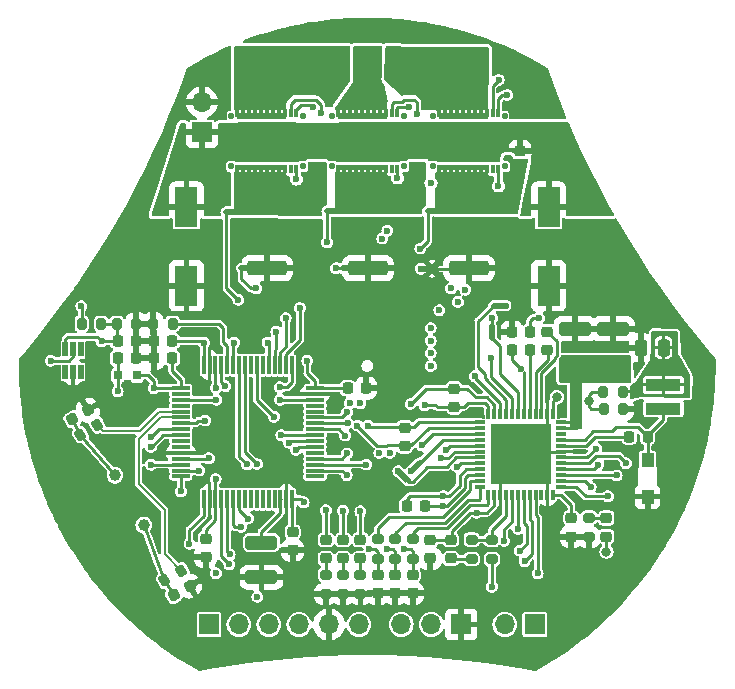
<source format=gbr>
%TF.GenerationSoftware,KiCad,Pcbnew,7.0.9*%
%TF.CreationDate,2023-12-12T05:21:09-05:00*%
%TF.ProjectId,MotorDriver,4d6f746f-7244-4726-9976-65722e6b6963,rev?*%
%TF.SameCoordinates,Original*%
%TF.FileFunction,Copper,L1,Top*%
%TF.FilePolarity,Positive*%
%FSLAX46Y46*%
G04 Gerber Fmt 4.6, Leading zero omitted, Abs format (unit mm)*
G04 Created by KiCad (PCBNEW 7.0.9) date 2023-12-12 05:21:09*
%MOMM*%
%LPD*%
G01*
G04 APERTURE LIST*
G04 Aperture macros list*
%AMRoundRect*
0 Rectangle with rounded corners*
0 $1 Rounding radius*
0 $2 $3 $4 $5 $6 $7 $8 $9 X,Y pos of 4 corners*
0 Add a 4 corners polygon primitive as box body*
4,1,4,$2,$3,$4,$5,$6,$7,$8,$9,$2,$3,0*
0 Add four circle primitives for the rounded corners*
1,1,$1+$1,$2,$3*
1,1,$1+$1,$4,$5*
1,1,$1+$1,$6,$7*
1,1,$1+$1,$8,$9*
0 Add four rect primitives between the rounded corners*
20,1,$1+$1,$2,$3,$4,$5,0*
20,1,$1+$1,$4,$5,$6,$7,0*
20,1,$1+$1,$6,$7,$8,$9,0*
20,1,$1+$1,$8,$9,$2,$3,0*%
G04 Aperture macros list end*
%TA.AperFunction,EtchedComponent*%
%ADD10C,0.010000*%
%TD*%
%TA.AperFunction,SMDPad,CuDef*%
%ADD11R,3.000000X1.000000*%
%TD*%
%TA.AperFunction,SMDPad,CuDef*%
%ADD12R,1.092200X1.143000*%
%TD*%
%TA.AperFunction,SMDPad,CuDef*%
%ADD13RoundRect,0.250000X0.250000X0.475000X-0.250000X0.475000X-0.250000X-0.475000X0.250000X-0.475000X0*%
%TD*%
%TA.AperFunction,SMDPad,CuDef*%
%ADD14RoundRect,0.250000X1.100000X-0.325000X1.100000X0.325000X-1.100000X0.325000X-1.100000X-0.325000X0*%
%TD*%
%TA.AperFunction,SMDPad,CuDef*%
%ADD15C,0.500000*%
%TD*%
%TA.AperFunction,SMDPad,CuDef*%
%ADD16RoundRect,0.075000X-0.700000X-0.075000X0.700000X-0.075000X0.700000X0.075000X-0.700000X0.075000X0*%
%TD*%
%TA.AperFunction,SMDPad,CuDef*%
%ADD17RoundRect,0.075000X-0.075000X-0.700000X0.075000X-0.700000X0.075000X0.700000X-0.075000X0.700000X0*%
%TD*%
%TA.AperFunction,SMDPad,CuDef*%
%ADD18RoundRect,0.020000X0.180000X-0.575000X0.180000X0.575000X-0.180000X0.575000X-0.180000X-0.575000X0*%
%TD*%
%TA.AperFunction,SMDPad,CuDef*%
%ADD19RoundRect,0.225000X0.250000X-0.225000X0.250000X0.225000X-0.250000X0.225000X-0.250000X-0.225000X0*%
%TD*%
%TA.AperFunction,SMDPad,CuDef*%
%ADD20RoundRect,0.250000X-1.425000X0.362500X-1.425000X-0.362500X1.425000X-0.362500X1.425000X0.362500X0*%
%TD*%
%TA.AperFunction,SMDPad,CuDef*%
%ADD21RoundRect,0.012500X-0.112500X-0.337500X0.112500X-0.337500X0.112500X0.337500X-0.112500X0.337500X0*%
%TD*%
%TA.AperFunction,SMDPad,CuDef*%
%ADD22RoundRect,0.011250X-0.176250X0.203750X-0.176250X-0.203750X0.176250X-0.203750X0.176250X0.203750X0*%
%TD*%
%TA.AperFunction,SMDPad,CuDef*%
%ADD23RoundRect,0.462000X-2.238000X1.188000X-2.238000X-1.188000X2.238000X-1.188000X2.238000X1.188000X0*%
%TD*%
%TA.AperFunction,ComponentPad*%
%ADD24R,1.700000X1.700000*%
%TD*%
%TA.AperFunction,ComponentPad*%
%ADD25O,1.700000X1.700000*%
%TD*%
%TA.AperFunction,SMDPad,CuDef*%
%ADD26R,1.905000X3.352800*%
%TD*%
%TA.AperFunction,SMDPad,CuDef*%
%ADD27RoundRect,0.225000X0.225000X0.250000X-0.225000X0.250000X-0.225000X-0.250000X0.225000X-0.250000X0*%
%TD*%
%TA.AperFunction,SMDPad,CuDef*%
%ADD28RoundRect,0.225000X0.069856X0.329006X-0.319856X0.104006X-0.069856X-0.329006X0.319856X-0.104006X0*%
%TD*%
%TA.AperFunction,SMDPad,CuDef*%
%ADD29RoundRect,0.200000X-0.200000X-0.275000X0.200000X-0.275000X0.200000X0.275000X-0.200000X0.275000X0*%
%TD*%
%TA.AperFunction,SMDPad,CuDef*%
%ADD30RoundRect,0.225000X-0.250000X0.225000X-0.250000X-0.225000X0.250000X-0.225000X0.250000X0.225000X0*%
%TD*%
%TA.AperFunction,SMDPad,CuDef*%
%ADD31RoundRect,0.225000X-0.225000X-0.250000X0.225000X-0.250000X0.225000X0.250000X-0.225000X0.250000X0*%
%TD*%
%TA.AperFunction,SMDPad,CuDef*%
%ADD32RoundRect,0.200000X-0.275000X0.200000X-0.275000X-0.200000X0.275000X-0.200000X0.275000X0.200000X0*%
%TD*%
%TA.AperFunction,SMDPad,CuDef*%
%ADD33RoundRect,0.200000X0.275000X-0.200000X0.275000X0.200000X-0.275000X0.200000X-0.275000X-0.200000X0*%
%TD*%
%TA.AperFunction,SMDPad,CuDef*%
%ADD34RoundRect,0.218750X0.256250X-0.218750X0.256250X0.218750X-0.256250X0.218750X-0.256250X-0.218750X0*%
%TD*%
%TA.AperFunction,SMDPad,CuDef*%
%ADD35RoundRect,0.200000X0.035705X0.338157X-0.310705X0.138157X-0.035705X-0.338157X0.310705X-0.138157X0*%
%TD*%
%TA.AperFunction,SMDPad,CuDef*%
%ADD36RoundRect,0.218750X-0.256250X0.218750X-0.256250X-0.218750X0.256250X-0.218750X0.256250X0.218750X0*%
%TD*%
%TA.AperFunction,SMDPad,CuDef*%
%ADD37RoundRect,0.200000X0.200000X0.275000X-0.200000X0.275000X-0.200000X-0.275000X0.200000X-0.275000X0*%
%TD*%
%TA.AperFunction,ComponentPad*%
%ADD38C,1.007000*%
%TD*%
%TA.AperFunction,SMDPad,CuDef*%
%ADD39RoundRect,0.007800X-0.122200X0.422200X-0.122200X-0.422200X0.122200X-0.422200X0.122200X0.422200X0*%
%TD*%
%TA.AperFunction,SMDPad,CuDef*%
%ADD40RoundRect,0.007800X-0.422200X-0.122200X0.422200X-0.122200X0.422200X0.122200X-0.422200X0.122200X0*%
%TD*%
%TA.AperFunction,SMDPad,CuDef*%
%ADD41R,5.150000X5.150000*%
%TD*%
%TA.AperFunction,SMDPad,CuDef*%
%ADD42R,0.655600X0.800000*%
%TD*%
%TA.AperFunction,ViaPad*%
%ADD43C,0.800000*%
%TD*%
%TA.AperFunction,ViaPad*%
%ADD44C,0.600000*%
%TD*%
%TA.AperFunction,Conductor*%
%ADD45C,0.250000*%
%TD*%
%TA.AperFunction,Conductor*%
%ADD46C,0.500000*%
%TD*%
%TA.AperFunction,Conductor*%
%ADD47C,0.200000*%
%TD*%
%TA.AperFunction,Conductor*%
%ADD48C,3.000000*%
%TD*%
G04 APERTURE END LIST*
%TA.AperFunction,EtchedComponent*%
%TO.C,NT10*%
G36*
X87401773Y-144147420D02*
G01*
X87048220Y-144500973D01*
X86341113Y-143793866D01*
X86694666Y-143440313D01*
X87401773Y-144147420D01*
G37*
%TD.AperFunction*%
%TA.AperFunction,EtchedComponent*%
%TO.C,NT9*%
G36*
X74160000Y-126589600D02*
G01*
X73160000Y-126589600D01*
X73160000Y-126089600D01*
X74160000Y-126089600D01*
X74160000Y-126589600D01*
G37*
%TD.AperFunction*%
%TA.AperFunction,EtchedComponent*%
%TO.C,NT8*%
G36*
X72890000Y-121865200D02*
G01*
X71890000Y-121865200D01*
X71890000Y-121365200D01*
X72890000Y-121365200D01*
X72890000Y-121865200D01*
G37*
%TD.AperFunction*%
%TA.AperFunction,EtchedComponent*%
%TO.C,NT7*%
G36*
X88412283Y-143005071D02*
G01*
X87705176Y-143712178D01*
X87351623Y-143358625D01*
X88058730Y-142651518D01*
X88412283Y-143005071D01*
G37*
%TD.AperFunction*%
%TA.AperFunction,EtchedComponent*%
%TO.C,NT6*%
G36*
X82719800Y-126615000D02*
G01*
X81719800Y-126615000D01*
X81719800Y-126115000D01*
X82719800Y-126115000D01*
X82719800Y-126615000D01*
G37*
%TD.AperFunction*%
%TA.AperFunction,EtchedComponent*%
%TO.C,NT5*%
G36*
X81424400Y-121789000D02*
G01*
X80424400Y-121789000D01*
X80424400Y-121289000D01*
X81424400Y-121289000D01*
X81424400Y-121789000D01*
G37*
%TD.AperFunction*%
%TA.AperFunction,EtchedComponent*%
%TO.C,NT4*%
G36*
X94611000Y-132275200D02*
G01*
X94111000Y-132275200D01*
X94111000Y-131275200D01*
X94611000Y-131275200D01*
X94611000Y-132275200D01*
G37*
%TD.AperFunction*%
%TA.AperFunction,EtchedComponent*%
%TO.C,NT3*%
G36*
X95504000Y-129764601D02*
G01*
X94504000Y-129764601D01*
X94504000Y-129264601D01*
X95504000Y-129264601D01*
X95504000Y-129764601D01*
G37*
%TD.AperFunction*%
%TA.AperFunction,EtchedComponent*%
%TO.C,NT2*%
G36*
X89323800Y-126640400D02*
G01*
X88323800Y-126640400D01*
X88323800Y-126140400D01*
X89323800Y-126140400D01*
X89323800Y-126640400D01*
G37*
%TD.AperFunction*%
%TA.AperFunction,EtchedComponent*%
%TO.C,NT1*%
G36*
X89958800Y-121763600D02*
G01*
X88958800Y-121763600D01*
X88958800Y-121263600D01*
X89958800Y-121263600D01*
X89958800Y-121763600D01*
G37*
%TD.AperFunction*%
%TO.C,U5*%
D10*
X93921304Y-113598084D02*
X89921304Y-113598084D01*
X89921304Y-113248084D01*
X93921304Y-113248084D01*
X93921304Y-113598084D01*
%TA.AperFunction,EtchedComponent*%
G36*
X93921304Y-113598084D02*
G01*
X89921304Y-113598084D01*
X89921304Y-113248084D01*
X93921304Y-113248084D01*
X93921304Y-113598084D01*
G37*
%TD.AperFunction*%
X93921304Y-117601964D02*
X93921304Y-117948084D01*
X89921304Y-117948084D01*
X89921304Y-117598084D01*
X93921304Y-117601964D01*
%TA.AperFunction,EtchedComponent*%
G36*
X93921304Y-117601964D02*
G01*
X93921304Y-117948084D01*
X89921304Y-117948084D01*
X89921304Y-117598084D01*
X93921304Y-117601964D01*
G37*
%TD.AperFunction*%
%TO.C,U8*%
X76820296Y-113598084D02*
X72820296Y-113598084D01*
X72820296Y-113248084D01*
X76820296Y-113248084D01*
X76820296Y-113598084D01*
%TA.AperFunction,EtchedComponent*%
G36*
X76820296Y-113598084D02*
G01*
X72820296Y-113598084D01*
X72820296Y-113248084D01*
X76820296Y-113248084D01*
X76820296Y-113598084D01*
G37*
%TD.AperFunction*%
X76820296Y-117601964D02*
X76820296Y-117948084D01*
X72820296Y-117948084D01*
X72820296Y-117598084D01*
X76820296Y-117601964D01*
%TA.AperFunction,EtchedComponent*%
G36*
X76820296Y-117601964D02*
G01*
X76820296Y-117948084D01*
X72820296Y-117948084D01*
X72820296Y-117598084D01*
X76820296Y-117601964D01*
G37*
%TD.AperFunction*%
%TO.C,U6*%
X85370800Y-113598084D02*
X81370800Y-113598084D01*
X81370800Y-113248084D01*
X85370800Y-113248084D01*
X85370800Y-113598084D01*
%TA.AperFunction,EtchedComponent*%
G36*
X85370800Y-113598084D02*
G01*
X81370800Y-113598084D01*
X81370800Y-113248084D01*
X85370800Y-113248084D01*
X85370800Y-113598084D01*
G37*
%TD.AperFunction*%
X85370800Y-117601964D02*
X85370800Y-117948084D01*
X81370800Y-117948084D01*
X81370800Y-117598084D01*
X85370800Y-117601964D01*
%TA.AperFunction,EtchedComponent*%
G36*
X85370800Y-117601964D02*
G01*
X85370800Y-117948084D01*
X81370800Y-117948084D01*
X81370800Y-117598084D01*
X85370800Y-117601964D01*
G37*
%TD.AperFunction*%
%TD*%
D11*
%TO.P,L2,1,1*%
%TO.N,Net-(D5-K)*%
X108889800Y-138236200D03*
%TO.P,L2,2,2*%
%TO.N,+3.3V*%
X108889800Y-136236200D03*
%TD*%
D12*
%TO.P,D5,1,K*%
%TO.N,Net-(D5-K)*%
X107543600Y-142608300D03*
%TO.P,D5,2,A*%
%TO.N,GND*%
X107543600Y-145681700D03*
%TD*%
D13*
%TO.P,C23,1*%
%TO.N,+3.3V*%
X108900000Y-133070600D03*
%TO.P,C23,2*%
%TO.N,GND*%
X107000000Y-133070600D03*
%TD*%
D14*
%TO.P,C14,1*%
%TO.N,Vdrive*%
X104622600Y-134418600D03*
%TO.P,C14,2*%
%TO.N,GND*%
X104622600Y-131468600D03*
%TD*%
%TO.P,C13,1*%
%TO.N,Vdrive*%
X101422200Y-134418600D03*
%TO.P,C13,2*%
%TO.N,GND*%
X101422200Y-131468600D03*
%TD*%
%TO.P,C11,1*%
%TO.N,GND*%
X74853800Y-152528800D03*
%TO.P,C11,2*%
%TO.N,Net-(U1-VCAP_1)*%
X74853800Y-149578800D03*
%TD*%
D15*
%TO.P,NT10,1,1*%
%TO.N,Net-(U8-SH)*%
X86517890Y-143617090D03*
%TO.P,NT10,2,2*%
%TO.N,/MotorController/SHC*%
X87224996Y-144324196D03*
%TD*%
%TO.P,NT9,1,1*%
%TO.N,/MotorController/SNC*%
X73160000Y-126339600D03*
%TO.P,NT9,2,2*%
%TO.N,GND*%
X74160000Y-126339600D03*
%TD*%
%TO.P,NT8,1,1*%
%TO.N,/MotorController/SPC*%
X71890000Y-121615200D03*
%TO.P,NT8,2,2*%
%TO.N,/MotorController/SLC*%
X72890000Y-121615200D03*
%TD*%
%TO.P,NT7,1,1*%
%TO.N,Net-(U6-SH)*%
X87528400Y-143535401D03*
%TO.P,NT7,2,2*%
%TO.N,/MotorController/SHB*%
X88235506Y-142828295D03*
%TD*%
%TO.P,NT6,1,1*%
%TO.N,/MotorController/SNB*%
X81719800Y-126365000D03*
%TO.P,NT6,2,2*%
%TO.N,GND*%
X82719800Y-126365000D03*
%TD*%
%TO.P,NT5,1,1*%
%TO.N,/MotorController/SPB*%
X80424400Y-121539000D03*
%TO.P,NT5,2,2*%
%TO.N,/MotorController/SLB*%
X81424400Y-121539000D03*
%TD*%
%TO.P,NT4,1,1*%
%TO.N,/MotorController/VDRAIN*%
X94361000Y-132275200D03*
%TO.P,NT4,2,2*%
%TO.N,Vdrive*%
X94361000Y-131275200D03*
%TD*%
%TO.P,NT3,1,1*%
%TO.N,Net-(U5-SH)*%
X95504000Y-129514601D03*
%TO.P,NT3,2,2*%
%TO.N,/MotorController/SHA*%
X94504000Y-129514601D03*
%TD*%
%TO.P,NT2,1,1*%
%TO.N,/MotorController/SNA*%
X88323800Y-126390400D03*
%TO.P,NT2,2,2*%
%TO.N,GND*%
X89323800Y-126390400D03*
%TD*%
%TO.P,NT1,1,1*%
%TO.N,/MotorController/SPA*%
X88958800Y-121513600D03*
%TO.P,NT1,2,2*%
%TO.N,/MotorController/SLA*%
X89958800Y-121513600D03*
%TD*%
D16*
%TO.P,U1,1,VBAT*%
%TO.N,+3.3V*%
X68035800Y-136483400D03*
%TO.P,U1,2,PC13*%
%TO.N,/Microcontroller/Button*%
X68035800Y-136983400D03*
%TO.P,U1,3,PC14*%
%TO.N,/Microcontroller/DRV.ENABLE*%
X68035800Y-137483400D03*
%TO.P,U1,4,PC15*%
%TO.N,unconnected-(U1-PC15-Pad4)*%
X68035800Y-137983400D03*
%TO.P,U1,5,PH0*%
%TO.N,/Microcontroller/CLK_P*%
X68035800Y-138483400D03*
%TO.P,U1,6,PH1*%
%TO.N,/Microcontroller/CLK_N*%
X68035800Y-138983400D03*
%TO.P,U1,7,NRST*%
%TO.N,/Microcontroller/NRST*%
X68035800Y-139483400D03*
%TO.P,U1,8,PC0*%
%TO.N,/Microcontroller/SEN.ISENC*%
X68035800Y-139983400D03*
%TO.P,U1,9,PC1*%
%TO.N,/Microcontroller/SEN.ISENB*%
X68035800Y-140483400D03*
%TO.P,U1,10,PC2*%
%TO.N,unconnected-(U1-PC2-Pad10)*%
X68035800Y-140983400D03*
%TO.P,U1,11,PC3*%
%TO.N,/Microcontroller/SEN.VSENA*%
X68035800Y-141483400D03*
%TO.P,U1,12,VSSA*%
%TO.N,GND*%
X68035800Y-141983400D03*
%TO.P,U1,13,VDDA*%
%TO.N,/Microcontroller/VDDA*%
X68035800Y-142483400D03*
%TO.P,U1,14,PA0*%
%TO.N,/Microcontroller/SEN.ISENA*%
X68035800Y-142983400D03*
%TO.P,U1,15,PA1*%
%TO.N,/Microcontroller/SEN.VSENVM*%
X68035800Y-143483400D03*
%TO.P,U1,16,PA2*%
%TO.N,/Microcontroller/UART_TX*%
X68035800Y-143983400D03*
D17*
%TO.P,U1,17,PA3*%
%TO.N,/Microcontroller/UART_RX*%
X69960800Y-145908400D03*
%TO.P,U1,18,VSS*%
%TO.N,GND*%
X70460800Y-145908400D03*
%TO.P,U1,19,VDD*%
%TO.N,+3.3V*%
X70960800Y-145908400D03*
%TO.P,U1,20,PA4*%
%TO.N,/Microcontroller/SPI1.CS*%
X71460800Y-145908400D03*
%TO.P,U1,21,PA5*%
%TO.N,/Microcontroller/SPI1.SCK*%
X71960800Y-145908400D03*
%TO.P,U1,22,PA6*%
%TO.N,/Microcontroller/SPI1.MISO*%
X72460800Y-145908400D03*
%TO.P,U1,23,PA7*%
%TO.N,/Microcontroller/SPI1.MOSI*%
X72960800Y-145908400D03*
%TO.P,U1,24,PC4*%
%TO.N,/Microcontroller/SEN.VSENB*%
X73460800Y-145908400D03*
%TO.P,U1,25,PC5*%
%TO.N,/Microcontroller/SEN.VSENC*%
X73960800Y-145908400D03*
%TO.P,U1,26,PB0*%
%TO.N,unconnected-(U1-PB0-Pad26)*%
X74460800Y-145908400D03*
%TO.P,U1,27,PB1*%
%TO.N,unconnected-(U1-PB1-Pad27)*%
X74960800Y-145908400D03*
%TO.P,U1,28,PB2*%
%TO.N,unconnected-(U1-PB2-Pad28)*%
X75460800Y-145908400D03*
%TO.P,U1,29,PB10*%
%TO.N,unconnected-(U1-PB10-Pad29)*%
X75960800Y-145908400D03*
%TO.P,U1,30,VCAP_1*%
%TO.N,Net-(U1-VCAP_1)*%
X76460800Y-145908400D03*
%TO.P,U1,31,VSS*%
%TO.N,GND*%
X76960800Y-145908400D03*
%TO.P,U1,32,VDD*%
%TO.N,+3.3V*%
X77460800Y-145908400D03*
D16*
%TO.P,U1,33,PB12*%
%TO.N,unconnected-(U1-PB12-Pad33)*%
X79385800Y-143983400D03*
%TO.P,U1,34,PB13*%
%TO.N,/Microcontroller/DRV.INLA*%
X79385800Y-143483400D03*
%TO.P,U1,35,PB14*%
%TO.N,/Microcontroller/DRV.INLB*%
X79385800Y-142983400D03*
%TO.P,U1,36,PB15*%
%TO.N,/Microcontroller/DRV.INLC*%
X79385800Y-142483400D03*
%TO.P,U1,37,PC6*%
%TO.N,unconnected-(U1-PC6-Pad37)*%
X79385800Y-141983400D03*
%TO.P,U1,38,PC7*%
%TO.N,Net-(D1-A)*%
X79385800Y-141483400D03*
%TO.P,U1,39,PC8*%
%TO.N,Net-(D2-A)*%
X79385800Y-140983400D03*
%TO.P,U1,40,PC9*%
%TO.N,Net-(D3-A)*%
X79385800Y-140483400D03*
%TO.P,U1,41,PA8*%
%TO.N,/Microcontroller/DRV.INHA*%
X79385800Y-139983400D03*
%TO.P,U1,42,PA9*%
%TO.N,/Microcontroller/DRV.INHB*%
X79385800Y-139483400D03*
%TO.P,U1,43,PA10*%
%TO.N,/Microcontroller/DRV.INHC*%
X79385800Y-138983400D03*
%TO.P,U1,44,PA11*%
%TO.N,unconnected-(U1-PA11-Pad44)*%
X79385800Y-138483400D03*
%TO.P,U1,45,PA12*%
%TO.N,unconnected-(U1-PA12-Pad45)*%
X79385800Y-137983400D03*
%TO.P,U1,46,PA13*%
%TO.N,/Microcontroller/TMS*%
X79385800Y-137483400D03*
%TO.P,U1,47,VSS*%
%TO.N,GND*%
X79385800Y-136983400D03*
%TO.P,U1,48,VDD*%
%TO.N,+3.3V*%
X79385800Y-136483400D03*
D17*
%TO.P,U1,49,PA14*%
%TO.N,/Microcontroller/TCK*%
X77460800Y-134558400D03*
%TO.P,U1,50,PA15*%
%TO.N,/Encoder/SPI3.CS*%
X76960800Y-134558400D03*
%TO.P,U1,51,PC10*%
%TO.N,/Encoder/SPI3.SCK*%
X76460800Y-134558400D03*
%TO.P,U1,52,PC11*%
%TO.N,/Encoder/SPI3.MISO*%
X75960800Y-134558400D03*
%TO.P,U1,53,PC12*%
%TO.N,/Encoder/SPI3.MOSI*%
X75460800Y-134558400D03*
%TO.P,U1,54,PD2*%
%TO.N,unconnected-(U1-PD2-Pad54)*%
X74960800Y-134558400D03*
%TO.P,U1,55,PB3*%
%TO.N,/Microcontroller/SWO*%
X74460800Y-134558400D03*
%TO.P,U1,56,PB4*%
%TO.N,unconnected-(U1-PB4-Pad56)*%
X73960800Y-134558400D03*
%TO.P,U1,57,PB5*%
%TO.N,/Microcontroller/CAN2_RX*%
X73460800Y-134558400D03*
%TO.P,U1,58,PB6*%
%TO.N,/Microcontroller/CAN2_TX*%
X72960800Y-134558400D03*
%TO.P,U1,59,PB7*%
%TO.N,/Encoder/M1_ENC.I*%
X72460800Y-134558400D03*
%TO.P,U1,60,BOOT0*%
%TO.N,/Microcontroller/BOOT0*%
X71960800Y-134558400D03*
%TO.P,U1,61,PB8*%
%TO.N,/Encoder/M1_ENC.A*%
X71460800Y-134558400D03*
%TO.P,U1,62,PB9*%
%TO.N,/Encoder/M1_ENC.B*%
X70960800Y-134558400D03*
%TO.P,U1,63,VSS*%
%TO.N,GND*%
X70460800Y-134558400D03*
%TO.P,U1,64,VDD*%
%TO.N,+3.3V*%
X69960800Y-134558400D03*
%TD*%
D18*
%TO.P,U7,1,D1+*%
%TO.N,unconnected-(U7-D1+-Pad1)*%
X58252600Y-135141800D03*
%TO.P,U7,2,GND*%
%TO.N,GND*%
X58902600Y-135141800D03*
%TO.P,U7,3,D2+*%
%TO.N,unconnected-(U7-D2+-Pad3)*%
X59552600Y-135141800D03*
%TO.P,U7,4,D2-*%
%TO.N,unconnected-(U7-D2--Pad4)*%
X59552600Y-133221800D03*
%TO.P,U7,5,VCC*%
%TO.N,+3.3V*%
X58902600Y-133221800D03*
%TO.P,U7,6,D1-*%
%TO.N,/Microcontroller/SEN.VSENVM*%
X58252600Y-133221800D03*
%TD*%
D19*
%TO.P,C4,1*%
%TO.N,GND*%
X70129400Y-150787400D03*
%TO.P,C4,2*%
%TO.N,+3.3V*%
X70129400Y-149237400D03*
%TD*%
D20*
%TO.P,R23,1*%
%TO.N,/MotorController/SLB*%
X83870800Y-120430700D03*
%TO.P,R23,2*%
%TO.N,GND*%
X83870800Y-126355700D03*
%TD*%
D21*
%TO.P,U5,1,GH*%
%TO.N,/MotorController/GHA*%
X94921304Y-113248084D03*
%TO.P,U5,2,SH*%
%TO.N,Net-(U5-SH)*%
X94421304Y-113248084D03*
%TO.P,U5,3,VSW*%
%TO.N,/MotorController/MOTA*%
X93921304Y-113248084D03*
%TO.P,U5,4,VSW*%
X93421304Y-113248084D03*
%TO.P,U5,5,VSW*%
X92921304Y-113248084D03*
%TO.P,U5,6,VSW*%
X92421304Y-113248084D03*
%TO.P,U5,7,VSW*%
X91921304Y-113248084D03*
%TO.P,U5,8,VSW*%
X91421304Y-113248084D03*
%TO.P,U5,9,VSW*%
X90921304Y-113248084D03*
%TO.P,U5,10,VSW*%
X90421304Y-113248084D03*
%TO.P,U5,11,VSW*%
X89921304Y-113248084D03*
%TO.P,U5,12,PGND*%
%TO.N,/MotorController/SLA*%
X89921304Y-117948084D03*
%TO.P,U5,13,PGND*%
X90421304Y-117948084D03*
%TO.P,U5,14,PGND*%
X90921304Y-117948084D03*
%TO.P,U5,15,PGND*%
X91421304Y-117948084D03*
%TO.P,U5,16,PGND*%
X91921304Y-117948084D03*
%TO.P,U5,17,PGND*%
X92421304Y-117948084D03*
%TO.P,U5,18,PGND*%
X92921304Y-117948084D03*
%TO.P,U5,19,PGND*%
X93421304Y-117948084D03*
%TO.P,U5,20,PGND*%
X93921304Y-117948084D03*
%TO.P,U5,21,NC*%
%TO.N,unconnected-(U5-NC-Pad21)*%
X94421304Y-117948084D03*
%TO.P,U5,22,GL*%
%TO.N,/MotorController/GLA*%
X94921304Y-117948084D03*
D22*
%TO.P,U5,23,NC*%
%TO.N,unconnected-(U5-NC-Pad23)*%
X95434304Y-113483084D03*
%TO.P,U5,24,NC*%
%TO.N,unconnected-(U5-NC-Pad24)*%
X89408304Y-113483084D03*
%TO.P,U5,25,NC*%
%TO.N,unconnected-(U5-NC-Pad25)*%
X89408304Y-117713084D03*
%TO.P,U5,26,NC*%
%TO.N,unconnected-(U5-NC-Pad26)*%
X95434304Y-117713084D03*
D23*
%TO.P,U5,27,VIN*%
%TO.N,Vdrive*%
X92421304Y-115598084D03*
%TD*%
D24*
%TO.P,J2,1,Pin_1*%
%TO.N,/Microcontroller/NRST*%
X70408800Y-156514800D03*
D25*
%TO.P,J2,2,Pin_2*%
%TO.N,/Microcontroller/TCK*%
X72948800Y-156514800D03*
%TO.P,J2,3,Pin_3*%
%TO.N,/Microcontroller/TMS*%
X75488800Y-156514800D03*
%TO.P,J2,4,Pin_4*%
%TO.N,/Microcontroller/SWO*%
X78028800Y-156514800D03*
%TO.P,J2,5,Pin_5*%
%TO.N,GND*%
X80568800Y-156514800D03*
%TO.P,J2,6,Pin_6*%
%TO.N,+3.3V*%
X83108800Y-156514800D03*
%TD*%
D26*
%TO.P,C27,1*%
%TO.N,Vdrive*%
X68503800Y-121183400D03*
%TO.P,C27,2*%
%TO.N,GND*%
X68503800Y-127838200D03*
%TD*%
D27*
%TO.P,C15,1*%
%TO.N,Vdrive*%
X97599800Y-131749800D03*
%TO.P,C15,2*%
%TO.N,GND*%
X96049800Y-131749800D03*
%TD*%
D28*
%TO.P,C1,1*%
%TO.N,GND*%
X60167670Y-138369211D03*
%TO.P,C1,2*%
%TO.N,Net-(C1-Pad2)*%
X58825330Y-139144211D03*
%TD*%
D24*
%TO.P,J3,1,Pin_1*%
%TO.N,Net-(J3-Pin_1)*%
X97998200Y-156514800D03*
D25*
%TO.P,J3,2,Pin_2*%
%TO.N,Net-(J3-Pin_2)*%
X95458200Y-156514800D03*
%TD*%
D20*
%TO.P,R26,1*%
%TO.N,/MotorController/SLC*%
X75320296Y-120430700D03*
%TO.P,R26,2*%
%TO.N,GND*%
X75320296Y-126355700D03*
%TD*%
D29*
%TO.P,R12,1*%
%TO.N,Net-(U4-FB)*%
X103823000Y-138277600D03*
%TO.P,R12,2*%
%TO.N,GND*%
X105473000Y-138277600D03*
%TD*%
D30*
%TO.P,C31,1*%
%TO.N,/Microcontroller/SEN.ISENC*%
X84709000Y-152336200D03*
%TO.P,C31,2*%
%TO.N,GND*%
X84709000Y-153886200D03*
%TD*%
D28*
%TO.P,C2,1*%
%TO.N,GND*%
X68765570Y-153261210D03*
%TO.P,C2,2*%
%TO.N,Net-(C2-Pad2)*%
X67423230Y-154036210D03*
%TD*%
D29*
%TO.P,R16,1*%
%TO.N,Vdrive*%
X59627000Y-131038600D03*
%TO.P,R16,2*%
%TO.N,/Microcontroller/SEN.VSENVM*%
X61277000Y-131038600D03*
%TD*%
D24*
%TO.P,J4,1,Pin_1*%
%TO.N,Vdrive*%
X69824600Y-114838400D03*
D25*
%TO.P,J4,2,Pin_2*%
%TO.N,GND*%
X69824600Y-112298400D03*
%TD*%
D26*
%TO.P,C26,1*%
%TO.N,Vdrive*%
X99161600Y-121183400D03*
%TO.P,C26,2*%
%TO.N,GND*%
X99161600Y-127838200D03*
%TD*%
D30*
%TO.P,C32,1*%
%TO.N,Vdrive*%
X88138000Y-116420600D03*
%TO.P,C32,2*%
%TO.N,/MotorController/SLB*%
X88138000Y-117970600D03*
%TD*%
D31*
%TO.P,C17,1*%
%TO.N,Vdrive*%
X96049800Y-133273800D03*
%TO.P,C17,2*%
%TO.N,Net-(U4-VCP)*%
X97599800Y-133273800D03*
%TD*%
D30*
%TO.P,C20,1*%
%TO.N,/MotorController/SPA*%
X91186000Y-136537400D03*
%TO.P,C20,2*%
%TO.N,/MotorController/SNA*%
X91186000Y-138087400D03*
%TD*%
D32*
%TO.P,R20,1*%
%TO.N,/MotorController/SOC*%
X84709000Y-149314400D03*
%TO.P,R20,2*%
%TO.N,/Microcontroller/SEN.ISENC*%
X84709000Y-150964400D03*
%TD*%
D33*
%TO.P,R10,1*%
%TO.N,+3.3V*%
X94361000Y-150977600D03*
%TO.P,R10,2*%
%TO.N,/MotorController/nFault*%
X94361000Y-149327600D03*
%TD*%
D32*
%TO.P,R3,1*%
%TO.N,Net-(D3-K)*%
X80289400Y-152286200D03*
%TO.P,R3,2*%
%TO.N,GND*%
X80289400Y-153936200D03*
%TD*%
D27*
%TO.P,C6,1*%
%TO.N,GND*%
X83706000Y-136499600D03*
%TO.P,C6,2*%
%TO.N,+3.3V*%
X82156000Y-136499600D03*
%TD*%
%TO.P,C8,1*%
%TO.N,GND*%
X64224200Y-133985000D03*
%TO.P,C8,2*%
%TO.N,/Microcontroller/VDDA*%
X62674200Y-133985000D03*
%TD*%
D30*
%TO.P,C28,1*%
%TO.N,/Microcontroller/SEN.ISENA*%
X87655400Y-152336200D03*
%TO.P,C28,2*%
%TO.N,GND*%
X87655400Y-153886200D03*
%TD*%
D19*
%TO.P,C22,1*%
%TO.N,/MotorController/SPB*%
X86969600Y-141389401D03*
%TO.P,C22,2*%
%TO.N,/MotorController/SNB*%
X86969600Y-139839401D03*
%TD*%
D32*
%TO.P,R18,1*%
%TO.N,/MotorController/SOA*%
X87655400Y-149314400D03*
%TO.P,R18,2*%
%TO.N,/Microcontroller/SEN.ISENA*%
X87655400Y-150964400D03*
%TD*%
D19*
%TO.P,C18,1*%
%TO.N,Net-(U4-CPH)*%
X99060000Y-133286800D03*
%TO.P,C18,2*%
%TO.N,Net-(U4-CPL)*%
X99060000Y-131736800D03*
%TD*%
D34*
%TO.P,D1,1,K*%
%TO.N,Net-(D1-K)*%
X83235800Y-150926900D03*
%TO.P,D1,2,A*%
%TO.N,Net-(D1-A)*%
X83235800Y-149351900D03*
%TD*%
D21*
%TO.P,U8,1,GH*%
%TO.N,/MotorController/GHC*%
X77820296Y-113248084D03*
%TO.P,U8,2,SH*%
%TO.N,Net-(U8-SH)*%
X77320296Y-113248084D03*
%TO.P,U8,3,VSW*%
%TO.N,/MotorController/MOTC*%
X76820296Y-113248084D03*
%TO.P,U8,4,VSW*%
X76320296Y-113248084D03*
%TO.P,U8,5,VSW*%
X75820296Y-113248084D03*
%TO.P,U8,6,VSW*%
X75320296Y-113248084D03*
%TO.P,U8,7,VSW*%
X74820296Y-113248084D03*
%TO.P,U8,8,VSW*%
X74320296Y-113248084D03*
%TO.P,U8,9,VSW*%
X73820296Y-113248084D03*
%TO.P,U8,10,VSW*%
X73320296Y-113248084D03*
%TO.P,U8,11,VSW*%
X72820296Y-113248084D03*
%TO.P,U8,12,PGND*%
%TO.N,/MotorController/SLC*%
X72820296Y-117948084D03*
%TO.P,U8,13,PGND*%
X73320296Y-117948084D03*
%TO.P,U8,14,PGND*%
X73820296Y-117948084D03*
%TO.P,U8,15,PGND*%
X74320296Y-117948084D03*
%TO.P,U8,16,PGND*%
X74820296Y-117948084D03*
%TO.P,U8,17,PGND*%
X75320296Y-117948084D03*
%TO.P,U8,18,PGND*%
X75820296Y-117948084D03*
%TO.P,U8,19,PGND*%
X76320296Y-117948084D03*
%TO.P,U8,20,PGND*%
X76820296Y-117948084D03*
%TO.P,U8,21,NC*%
%TO.N,unconnected-(U8-NC-Pad21)*%
X77320296Y-117948084D03*
%TO.P,U8,22,GL*%
%TO.N,/MotorController/GLC*%
X77820296Y-117948084D03*
D22*
%TO.P,U8,23,NC*%
%TO.N,unconnected-(U8-NC-Pad23)*%
X78333296Y-113483084D03*
%TO.P,U8,24,NC*%
%TO.N,unconnected-(U8-NC-Pad24)*%
X72307296Y-113483084D03*
%TO.P,U8,25,NC*%
%TO.N,unconnected-(U8-NC-Pad25)*%
X72307296Y-117713084D03*
%TO.P,U8,26,NC*%
%TO.N,unconnected-(U8-NC-Pad26)*%
X78333296Y-117713084D03*
D23*
%TO.P,U8,27,VIN*%
%TO.N,Vdrive*%
X75320296Y-115598084D03*
%TD*%
D30*
%TO.P,C34,1*%
%TO.N,Vdrive*%
X79603600Y-116395200D03*
%TO.P,C34,2*%
%TO.N,/MotorController/SLC*%
X79603600Y-117945200D03*
%TD*%
D29*
%TO.P,R17,1*%
%TO.N,/Microcontroller/SEN.VSENVM*%
X62612000Y-131038600D03*
%TO.P,R17,2*%
%TO.N,GND*%
X64262000Y-131038600D03*
%TD*%
D31*
%TO.P,C7,1*%
%TO.N,GND*%
X65747600Y-132511800D03*
%TO.P,C7,2*%
%TO.N,+3.3V*%
X67297600Y-132511800D03*
%TD*%
D32*
%TO.P,R27,1*%
%TO.N,Net-(D6-K)*%
X102590600Y-147460200D03*
%TO.P,R27,2*%
%TO.N,GND*%
X102590600Y-149110200D03*
%TD*%
D34*
%TO.P,D4,1,K*%
%TO.N,Net-(D4-K)*%
X90886066Y-150920100D03*
%TO.P,D4,2,A*%
%TO.N,+3.3V*%
X90886066Y-149345100D03*
%TD*%
D35*
%TO.P,R5,1*%
%TO.N,/Microcontroller/CLK_N*%
X68072271Y-151960382D03*
%TO.P,R5,2*%
%TO.N,Net-(C2-Pad2)*%
X66643329Y-152785382D03*
%TD*%
D31*
%TO.P,C21,1*%
%TO.N,Net-(U4-CB)*%
X105993600Y-140614400D03*
%TO.P,C21,2*%
%TO.N,Net-(D5-K)*%
X107543600Y-140614400D03*
%TD*%
D30*
%TO.P,C12,1*%
%TO.N,+3.3V*%
X89128600Y-149377600D03*
%TO.P,C12,2*%
%TO.N,GND*%
X89128600Y-150927600D03*
%TD*%
D21*
%TO.P,U6,1,GH*%
%TO.N,/MotorController/GHB*%
X86370800Y-113248084D03*
%TO.P,U6,2,SH*%
%TO.N,Net-(U6-SH)*%
X85870800Y-113248084D03*
%TO.P,U6,3,VSW*%
%TO.N,/MotorController/MOTB*%
X85370800Y-113248084D03*
%TO.P,U6,4,VSW*%
X84870800Y-113248084D03*
%TO.P,U6,5,VSW*%
X84370800Y-113248084D03*
%TO.P,U6,6,VSW*%
X83870800Y-113248084D03*
%TO.P,U6,7,VSW*%
X83370800Y-113248084D03*
%TO.P,U6,8,VSW*%
X82870800Y-113248084D03*
%TO.P,U6,9,VSW*%
X82370800Y-113248084D03*
%TO.P,U6,10,VSW*%
X81870800Y-113248084D03*
%TO.P,U6,11,VSW*%
X81370800Y-113248084D03*
%TO.P,U6,12,PGND*%
%TO.N,/MotorController/SLB*%
X81370800Y-117948084D03*
%TO.P,U6,13,PGND*%
X81870800Y-117948084D03*
%TO.P,U6,14,PGND*%
X82370800Y-117948084D03*
%TO.P,U6,15,PGND*%
X82870800Y-117948084D03*
%TO.P,U6,16,PGND*%
X83370800Y-117948084D03*
%TO.P,U6,17,PGND*%
X83870800Y-117948084D03*
%TO.P,U6,18,PGND*%
X84370800Y-117948084D03*
%TO.P,U6,19,PGND*%
X84870800Y-117948084D03*
%TO.P,U6,20,PGND*%
X85370800Y-117948084D03*
%TO.P,U6,21,NC*%
%TO.N,unconnected-(U6-NC-Pad21)*%
X85870800Y-117948084D03*
%TO.P,U6,22,GL*%
%TO.N,/MotorController/GLB*%
X86370800Y-117948084D03*
D22*
%TO.P,U6,23,NC*%
%TO.N,unconnected-(U6-NC-Pad23)*%
X86883800Y-113483084D03*
%TO.P,U6,24,NC*%
%TO.N,unconnected-(U6-NC-Pad24)*%
X80857800Y-113483084D03*
%TO.P,U6,25,NC*%
%TO.N,unconnected-(U6-NC-Pad25)*%
X80857800Y-117713084D03*
%TO.P,U6,26,NC*%
%TO.N,unconnected-(U6-NC-Pad26)*%
X86883800Y-117713084D03*
D23*
%TO.P,U6,27,VIN*%
%TO.N,Vdrive*%
X83870800Y-115598084D03*
%TD*%
D30*
%TO.P,C24,1*%
%TO.N,Vdrive*%
X96748600Y-116420600D03*
%TO.P,C24,2*%
%TO.N,/MotorController/SLA*%
X96748600Y-117970600D03*
%TD*%
D24*
%TO.P,J5,1,Pin_1*%
%TO.N,/MotorController/MOTA*%
X86410800Y-109169200D03*
D25*
%TO.P,J5,2,Pin_2*%
%TO.N,/MotorController/MOTB*%
X83870800Y-109169200D03*
%TO.P,J5,3,Pin_3*%
%TO.N,/MotorController/MOTC*%
X81330800Y-109169200D03*
%TD*%
D33*
%TO.P,R9,1*%
%TO.N,Net-(D4-K)*%
X92643532Y-150977600D03*
%TO.P,R9,2*%
%TO.N,/MotorController/nFault*%
X92643532Y-149327600D03*
%TD*%
D30*
%TO.P,C16,1*%
%TO.N,Net-(U4-DVDD)*%
X101092000Y-147522600D03*
%TO.P,C16,2*%
%TO.N,GND*%
X101092000Y-149072600D03*
%TD*%
D32*
%TO.P,R2,1*%
%TO.N,Net-(D2-K)*%
X81762600Y-152286200D03*
%TO.P,R2,2*%
%TO.N,GND*%
X81762600Y-153936200D03*
%TD*%
D31*
%TO.P,C19,1*%
%TO.N,/MotorController/SPC*%
X87159800Y-146456401D03*
%TO.P,C19,2*%
%TO.N,/MotorController/SNC*%
X88709800Y-146456401D03*
%TD*%
D36*
%TO.P,D6,1,K*%
%TO.N,Net-(D6-K)*%
X104063800Y-147497800D03*
%TO.P,D6,2,A*%
%TO.N,+3.3V*%
X104063800Y-149072800D03*
%TD*%
D31*
%TO.P,C3,1*%
%TO.N,GND*%
X65747600Y-133985000D03*
%TO.P,C3,2*%
%TO.N,+3.3V*%
X67297600Y-133985000D03*
%TD*%
D35*
%TO.P,R4,1*%
%TO.N,/Microcontroller/CLK_P*%
X60947571Y-139620039D03*
%TO.P,R4,2*%
%TO.N,Net-(C1-Pad2)*%
X59518629Y-140445039D03*
%TD*%
D30*
%TO.P,C29,1*%
%TO.N,/Microcontroller/SEN.ISENB*%
X86182200Y-152336200D03*
%TO.P,C29,2*%
%TO.N,GND*%
X86182200Y-153886200D03*
%TD*%
D37*
%TO.P,R11,1*%
%TO.N,+3.3V*%
X105447600Y-136804400D03*
%TO.P,R11,2*%
%TO.N,Net-(U4-FB)*%
X103797600Y-136804400D03*
%TD*%
D24*
%TO.P,J1,1,Pin_1*%
%TO.N,GND*%
X91770200Y-156514800D03*
D25*
%TO.P,J1,2,Pin_2*%
%TO.N,/Microcontroller/UART_RX*%
X89230200Y-156514800D03*
%TO.P,J1,3,Pin_3*%
%TO.N,/Microcontroller/UART_TX*%
X86690200Y-156514800D03*
%TD*%
D38*
%TO.P,Y2,1*%
%TO.N,Net-(C2-Pad2)*%
X64894800Y-148106841D03*
%TO.P,Y2,2*%
%TO.N,Net-(C1-Pad2)*%
X62454800Y-143880637D03*
%TD*%
D39*
%TO.P,U4,1,FB*%
%TO.N,Net-(U4-FB)*%
X99560381Y-138685000D03*
%TO.P,U4,2,PGND*%
%TO.N,GND*%
X99060381Y-138685000D03*
%TO.P,U4,3,CPL*%
%TO.N,Net-(U4-CPL)*%
X98560381Y-138685000D03*
%TO.P,U4,4,CPH*%
%TO.N,Net-(U4-CPH)*%
X98060381Y-138685000D03*
%TO.P,U4,5,VCP*%
%TO.N,Net-(U4-VCP)*%
X97560381Y-138685000D03*
%TO.P,U4,6,VM*%
%TO.N,Vdrive*%
X97060381Y-138685000D03*
%TO.P,U4,7,VDRAIN*%
%TO.N,/MotorController/VDRAIN*%
X96560381Y-138685000D03*
%TO.P,U4,8,GHA*%
%TO.N,/MotorController/GHA*%
X96060381Y-138685000D03*
%TO.P,U4,9,SHA*%
%TO.N,/MotorController/SHA*%
X95560381Y-138685000D03*
%TO.P,U4,10,GLA*%
%TO.N,/MotorController/GLA*%
X95060381Y-138685000D03*
%TO.P,U4,11,SPA*%
%TO.N,/MotorController/SPA*%
X94560381Y-138685000D03*
%TO.P,U4,12,SNA*%
%TO.N,/MotorController/SNA*%
X94060381Y-138685000D03*
D40*
%TO.P,U4,13,SNB*%
%TO.N,/MotorController/SNB*%
X93375381Y-139370000D03*
%TO.P,U4,14,SPB*%
%TO.N,/MotorController/SPB*%
X93375381Y-139870000D03*
%TO.P,U4,15,GLB*%
%TO.N,/MotorController/GLB*%
X93375381Y-140370000D03*
%TO.P,U4,16,SHB*%
%TO.N,/MotorController/SHB*%
X93375381Y-140870000D03*
%TO.P,U4,17,GHB*%
%TO.N,/MotorController/GHB*%
X93375381Y-141370000D03*
%TO.P,U4,18,GHC*%
%TO.N,/MotorController/GHC*%
X93375381Y-141870000D03*
%TO.P,U4,19,SHC*%
%TO.N,/MotorController/SHC*%
X93375381Y-142370000D03*
%TO.P,U4,20,GLC*%
%TO.N,/MotorController/GLC*%
X93375381Y-142870000D03*
%TO.P,U4,21,SPC*%
%TO.N,/MotorController/SPC*%
X93375381Y-143370000D03*
%TO.P,U4,22,SNC*%
%TO.N,/MotorController/SNC*%
X93375381Y-143870000D03*
%TO.P,U4,23,SOC*%
%TO.N,/MotorController/SOC*%
X93375381Y-144370000D03*
%TO.P,U4,24,SOB*%
%TO.N,/MotorController/SOB*%
X93375381Y-144870000D03*
D39*
%TO.P,U4,25,SOA*%
%TO.N,/MotorController/SOA*%
X94060381Y-145555000D03*
%TO.P,U4,26,VREF*%
%TO.N,+3.3V*%
X94560381Y-145555000D03*
%TO.P,U4,27,DGND*%
%TO.N,GND*%
X95060381Y-145555000D03*
%TO.P,U4,28,FAULT_N*%
%TO.N,/MotorController/nFault*%
X95560381Y-145555000D03*
%TO.P,U4,29,SDO*%
%TO.N,/Microcontroller/SPI1.MISO*%
X96060381Y-145555000D03*
%TO.P,U4,30,SDI*%
%TO.N,/Microcontroller/SPI1.MOSI*%
X96560381Y-145555000D03*
%TO.P,U4,31,SCLK*%
%TO.N,/Microcontroller/SPI1.SCK*%
X97060381Y-145555000D03*
%TO.P,U4,32,SCS_N*%
%TO.N,/Microcontroller/SPI1.CS*%
X97560381Y-145555000D03*
%TO.P,U4,33,ENABLE*%
%TO.N,/Microcontroller/DRV.ENABLE*%
X98060381Y-145555000D03*
%TO.P,U4,34,CAL*%
%TO.N,/MotorController/CAL*%
X98560381Y-145555000D03*
%TO.P,U4,35,AGND*%
%TO.N,GND*%
X99060381Y-145555000D03*
%TO.P,U4,36,DVDD*%
%TO.N,Net-(U4-DVDD)*%
X99560381Y-145555000D03*
D40*
%TO.P,U4,37,INHA*%
%TO.N,/Microcontroller/DRV.INHA*%
X100245381Y-144870000D03*
%TO.P,U4,38,INLA*%
%TO.N,/Microcontroller/DRV.INLA*%
X100245381Y-144370000D03*
%TO.P,U4,39,INHB*%
%TO.N,/Microcontroller/DRV.INHB*%
X100245381Y-143870000D03*
%TO.P,U4,40,INLB*%
%TO.N,/Microcontroller/DRV.INLB*%
X100245381Y-143370000D03*
%TO.P,U4,41,INHC*%
%TO.N,/Microcontroller/DRV.INHC*%
X100245381Y-142870000D03*
%TO.P,U4,42,INLC*%
%TO.N,/Microcontroller/DRV.INLC*%
X100245381Y-142370000D03*
%TO.P,U4,43,BGND*%
%TO.N,GND*%
X100245381Y-141870000D03*
%TO.P,U4,44,CB*%
%TO.N,Net-(U4-CB)*%
X100245381Y-141370000D03*
%TO.P,U4,45,SW*%
%TO.N,Net-(D5-K)*%
X100245381Y-140870000D03*
%TO.P,U4,46,NC*%
%TO.N,unconnected-(U4-NC-Pad46)*%
X100245381Y-140370000D03*
%TO.P,U4,47,VIN*%
%TO.N,Vdrive*%
X100245381Y-139870000D03*
%TO.P,U4,48,SHDN_N*%
X100245381Y-139370000D03*
D41*
%TO.P,U4,49,EP*%
%TO.N,GND*%
X96810381Y-142120000D03*
%TD*%
D42*
%TO.P,L1,1,1*%
%TO.N,/Microcontroller/VDDA*%
X62674200Y-135432800D03*
%TO.P,L1,2,2*%
%TO.N,+3.3V*%
X64329800Y-135432800D03*
%TD*%
D31*
%TO.P,C30,1*%
%TO.N,/Microcontroller/SEN.VSENVM*%
X62674200Y-132511800D03*
%TO.P,C30,2*%
%TO.N,GND*%
X64224200Y-132511800D03*
%TD*%
D20*
%TO.P,R15,1*%
%TO.N,/MotorController/SLA*%
X92421304Y-120430700D03*
%TO.P,R15,2*%
%TO.N,GND*%
X92421304Y-126355700D03*
%TD*%
D32*
%TO.P,R1,1*%
%TO.N,Net-(D1-K)*%
X83235800Y-152286200D03*
%TO.P,R1,2*%
%TO.N,GND*%
X83235800Y-153936200D03*
%TD*%
D37*
%TO.P,R6,1*%
%TO.N,/Microcontroller/BOOT0*%
X67335400Y-131038600D03*
%TO.P,R6,2*%
%TO.N,GND*%
X65685400Y-131038600D03*
%TD*%
D34*
%TO.P,D3,1,K*%
%TO.N,Net-(D3-K)*%
X80289400Y-150926900D03*
%TO.P,D3,2,A*%
%TO.N,Net-(D3-A)*%
X80289400Y-149351900D03*
%TD*%
D19*
%TO.P,C5,1*%
%TO.N,GND*%
X77495400Y-150241600D03*
%TO.P,C5,2*%
%TO.N,+3.3V*%
X77495400Y-148691600D03*
%TD*%
D32*
%TO.P,R19,1*%
%TO.N,/MotorController/SOB*%
X86182200Y-149314400D03*
%TO.P,R19,2*%
%TO.N,/Microcontroller/SEN.ISENB*%
X86182200Y-150964400D03*
%TD*%
D34*
%TO.P,D2,1,K*%
%TO.N,Net-(D2-K)*%
X81762600Y-150926900D03*
%TO.P,D2,2,A*%
%TO.N,Net-(D2-A)*%
X81762600Y-149351900D03*
%TD*%
D43*
%TO.N,GND*%
X70789800Y-131902200D03*
X106629200Y-138303000D03*
X94919800Y-108381800D03*
X96621600Y-109270800D03*
X98348800Y-110236000D03*
D44*
%TO.N,Vdrive*%
X59613800Y-129565400D03*
D43*
X105384600Y-135585200D03*
X104444800Y-135585200D03*
X103454200Y-135585200D03*
X102463600Y-135585200D03*
X101473000Y-135610600D03*
%TO.N,GND*%
X99466400Y-136093200D03*
%TO.N,Net-(U4-FB)*%
X102565200Y-137566400D03*
X99872800Y-137261600D03*
%TO.N,+3.3V*%
X106578400Y-136702800D03*
X109626400Y-134848600D03*
X108153200Y-134823200D03*
X104063800Y-150342600D03*
D44*
%TO.N,GND*%
X96799400Y-140970000D03*
X95560767Y-140970000D03*
X97967052Y-140970000D03*
X71678800Y-110617000D03*
X71755000Y-109270800D03*
X70561200Y-109855000D03*
%TO.N,/Microcontroller/CAN2_TX*%
X74508700Y-154178501D03*
X73631460Y-142967637D03*
%TO.N,/Microcontroller/CAN2_RX*%
X74472800Y-142925800D03*
%TO.N,/MotorController/GLB*%
X89204799Y-119151400D03*
X86370800Y-118708800D03*
X89923200Y-129895601D03*
%TO.N,/MotorController/GHB*%
X92115800Y-128168401D03*
%TO.N,/MotorController/GLC*%
X85094263Y-123840187D03*
%TO.N,/MotorController/GHC*%
X85521800Y-123164601D03*
%TO.N,/MotorController/GHB*%
X87325200Y-112699801D03*
%TO.N,/MotorController/GLB*%
X88435633Y-141352344D03*
%TO.N,/MotorController/GHB*%
X90478111Y-141733117D03*
%TO.N,/MotorController/GLC*%
X84836000Y-141988500D03*
X77800200Y-118795801D03*
X91437089Y-143176890D03*
%TO.N,/MotorController/GHC*%
X90076100Y-142447204D03*
X85727631Y-141978381D03*
X79199641Y-112728206D03*
%TO.N,/Encoder/M1_ENC.A*%
X83207489Y-137792090D03*
X71783870Y-136332301D03*
%TO.N,/Encoder/M1_ENC.B*%
X82346800Y-137769601D03*
X70993000Y-136474201D03*
%TO.N,Net-(D1-A)*%
X77764300Y-141723926D03*
X83235800Y-146939001D03*
%TO.N,Net-(D2-A)*%
X77154700Y-141111901D03*
X81762600Y-146888201D03*
%TO.N,Net-(D3-A)*%
X80314800Y-146837401D03*
X76532400Y-140487401D03*
%TO.N,/Microcontroller/SEN.ISENA*%
X65487999Y-142983400D03*
%TO.N,/Microcontroller/SEN.ISENB*%
X65485088Y-141476017D03*
%TO.N,/Microcontroller/SEN.ISENC*%
X65467311Y-140676712D03*
X83997800Y-150114001D03*
%TO.N,/Microcontroller/SEN.ISENA*%
X86918800Y-150164801D03*
%TO.N,/Microcontroller/SEN.ISENB*%
X85445600Y-150164801D03*
%TO.N,+3.3V*%
X56997600Y-134188201D03*
%TO.N,/Microcontroller/NRST*%
X70090700Y-139247798D03*
%TO.N,/Microcontroller/UART_RX*%
X68760300Y-149682201D03*
%TO.N,/Microcontroller/UART_TX*%
X68035800Y-145237201D03*
%TO.N,/Microcontroller/TCK*%
X76413893Y-136435501D03*
%TO.N,/Microcontroller/TMS*%
X76428600Y-137490201D03*
%TO.N,/Microcontroller/SWO*%
X75907900Y-138925301D03*
%TO.N,Vdrive*%
X84353504Y-116604800D03*
X74320296Y-115598084D03*
X84870800Y-115598084D03*
X91421304Y-115598084D03*
X92904008Y-114604800D03*
X91904008Y-116604800D03*
X94361000Y-130556000D03*
X82353504Y-116604800D03*
X96850200Y-134899400D03*
X92904008Y-116604800D03*
X90904008Y-116604800D03*
X76320296Y-115598084D03*
X83353504Y-116604800D03*
X90904008Y-114604800D03*
X92421304Y-115598084D03*
X76803000Y-116604800D03*
X74803000Y-116604800D03*
X91904008Y-114604800D03*
X82870800Y-115598084D03*
X83870800Y-115598084D03*
X93904008Y-114604800D03*
X93421304Y-115598084D03*
X98348800Y-130556000D03*
X73803000Y-116604800D03*
X93904008Y-116604800D03*
X75320296Y-115598084D03*
X83353504Y-114604800D03*
X85353504Y-114604800D03*
X85353504Y-116604800D03*
X75803000Y-114604800D03*
X82353504Y-114604800D03*
X74803000Y-114604800D03*
X75803000Y-116604800D03*
X73803000Y-114604800D03*
X76803000Y-114604800D03*
X84353504Y-114604800D03*
%TO.N,GND*%
X97978033Y-142120000D03*
X95571748Y-142120000D03*
X96774000Y-143230600D03*
X97942400Y-143230600D03*
X95580200Y-143230600D03*
X96810381Y-142120000D03*
%TO.N,+3.3V*%
X70967600Y-144195800D03*
X93065600Y-147066000D03*
X78740000Y-134188200D03*
X69977000Y-132664200D03*
X65735200Y-136499600D03*
X94361000Y-153314401D03*
X78435200Y-146177000D03*
%TO.N,/Encoder/SPI3.CS*%
X89179400Y-131419600D03*
X78105000Y-129717798D03*
%TO.N,/Encoder/SPI3.SCK*%
X89179400Y-132486400D03*
X76911200Y-130581400D03*
%TO.N,/Encoder/SPI3.MISO*%
X89179400Y-133536403D03*
X76112813Y-131710918D03*
%TO.N,/Encoder/SPI3.MOSI*%
X75365759Y-132642731D03*
X89204800Y-134620000D03*
%TO.N,/Encoder/M1_ENC.I*%
X72529698Y-132651498D03*
%TO.N,/MotorController/SPC*%
X91490800Y-129204900D03*
X90243289Y-145646512D03*
X72898000Y-129032000D03*
%TO.N,/MotorController/SNC*%
X90195400Y-146481801D03*
X74422898Y-128065902D03*
X90906600Y-128066801D03*
%TO.N,/MotorController/SPA*%
X87477600Y-137845800D03*
X88315800Y-124688600D03*
%TO.N,/MotorController/SNA*%
X88666906Y-137970900D03*
X88341204Y-126390400D03*
%TO.N,/MotorController/SPB*%
X80416400Y-124155200D03*
X82981800Y-139669900D03*
%TO.N,/MotorController/SNB*%
X83864978Y-139669900D03*
X81178400Y-126365000D03*
%TO.N,Net-(U6-SH)*%
X88011000Y-113309400D03*
X87528400Y-143535400D03*
%TO.N,Net-(U8-SH)*%
X79857600Y-113182401D03*
X86436200Y-143535400D03*
%TO.N,/MotorController/GHA*%
X94310200Y-133985000D03*
X95656400Y-111683800D03*
%TO.N,/MotorController/GLA*%
X94919800Y-119380000D03*
X92930894Y-135495337D03*
%TO.N,/Microcontroller/DRV.INLC*%
X82092800Y-142036798D03*
X103164685Y-141627900D03*
%TO.N,/Microcontroller/DRV.INLB*%
X103378000Y-142976600D03*
X83743800Y-142976600D03*
%TO.N,/Microcontroller/DRV.INLA*%
X102717600Y-144881600D03*
X82067400Y-143865600D03*
%TO.N,/Microcontroller/DRV.ENABLE*%
X70992996Y-152171400D03*
X71045353Y-137491754D03*
X98247196Y-152196800D03*
%TO.N,/Microcontroller/DRV.INHA*%
X104190800Y-145669000D03*
X81933922Y-140521468D03*
%TO.N,/Microcontroller/DRV.INHB*%
X82143600Y-139478202D03*
X104933077Y-143901336D03*
%TO.N,/Microcontroller/DRV.INHC*%
X105714794Y-142849600D03*
X82092800Y-138531600D03*
%TO.N,/Microcontroller/SEN.VSENVM*%
X61315600Y-132537200D03*
X69570600Y-143484600D03*
%TO.N,/Microcontroller/SPI1.CS*%
X97129600Y-151180798D03*
X72136000Y-151434801D03*
%TO.N,/Microcontroller/SPI1.SCK*%
X96722146Y-150265230D03*
X72158489Y-150574112D03*
%TO.N,/Microcontroller/SPI1.MISO*%
X95402406Y-149428200D03*
X73126600Y-148244622D03*
%TO.N,/Microcontroller/SPI1.MOSI*%
X96545400Y-148412200D03*
X73710800Y-147548601D03*
%TO.N,Net-(U5-SH)*%
X94945200Y-110413800D03*
X95516100Y-129514600D03*
%TO.N,/Microcontroller/VDDA*%
X62687200Y-136779000D03*
X70395500Y-142443200D03*
%TD*%
D45*
%TO.N,Net-(U4-CPL)*%
X99747200Y-133858652D02*
X99860000Y-133745852D01*
X99860000Y-132536800D02*
X99060000Y-131736800D01*
X99747200Y-134073596D02*
X99747200Y-133858652D01*
X98560381Y-135260415D02*
X99747200Y-134073596D01*
X99860000Y-133745852D02*
X99860000Y-132536800D01*
X98560381Y-138685000D02*
X98560381Y-135260415D01*
X99784200Y-132461000D02*
X99060000Y-131736800D01*
%TO.N,GND*%
X106603800Y-138277600D02*
X106629200Y-138303000D01*
X105473000Y-138277600D02*
X106603800Y-138277600D01*
%TO.N,Net-(D5-K)*%
X104902000Y-139776200D02*
X106705400Y-139776200D01*
X106705400Y-139776200D02*
X107543600Y-140614400D01*
X104513800Y-140164400D02*
X104902000Y-139776200D01*
X102937604Y-140164400D02*
X104513800Y-140164400D01*
X102232004Y-140870000D02*
X102937604Y-140164400D01*
X100245381Y-140870000D02*
X102232004Y-140870000D01*
X107543600Y-140512800D02*
X107543600Y-140614400D01*
X108889800Y-139166600D02*
X107543600Y-140512800D01*
X108889800Y-138236200D02*
X108889800Y-139166600D01*
X107543600Y-142608300D02*
X107543600Y-140614400D01*
%TO.N,Net-(U4-FB)*%
X102565200Y-138049000D02*
X102793800Y-138277600D01*
X102793800Y-138277600D02*
X103823000Y-138277600D01*
X102565200Y-137566400D02*
X102565200Y-138049000D01*
X102565200Y-137083800D02*
X102844600Y-136804400D01*
X102565200Y-137566400D02*
X102565200Y-137083800D01*
X102844600Y-136804400D02*
X103797600Y-136804400D01*
%TO.N,/MotorController/GLB*%
X88435633Y-141352344D02*
X89417977Y-140370000D01*
X89417977Y-140370000D02*
X93375381Y-140370000D01*
%TO.N,/MotorController/GHB*%
X92734600Y-141370000D02*
X93375381Y-141370000D01*
X90478111Y-141733117D02*
X90791228Y-141420000D01*
X90791228Y-141420000D02*
X92684600Y-141420000D01*
X92684600Y-141420000D02*
X92734600Y-141370000D01*
%TO.N,/MotorController/GHC*%
X90076100Y-142447204D02*
X90647201Y-142447204D01*
X90647201Y-142447204D02*
X91224405Y-141870000D01*
X91224405Y-141870000D02*
X93375381Y-141870000D01*
%TO.N,/MotorController/SHC*%
X93375381Y-142370000D02*
X91360801Y-142370000D01*
X88909304Y-143179801D02*
X87664705Y-144424400D01*
X91360801Y-142370000D02*
X90551000Y-143179801D01*
X90551000Y-143179801D02*
X88909304Y-143179801D01*
X87664705Y-144424400D02*
X87325199Y-144424400D01*
X87325199Y-144424400D02*
X87143306Y-144242507D01*
%TO.N,Vdrive*%
X59627000Y-131038600D02*
X59627000Y-129578600D01*
X59627000Y-129578600D02*
X59613800Y-129565400D01*
%TO.N,/Microcontroller/SEN.VSENVM*%
X61277000Y-131038600D02*
X62612000Y-131038600D01*
%TO.N,Vdrive*%
X100845800Y-139870000D02*
X101541400Y-139870000D01*
X100245381Y-139370000D02*
X101422000Y-139370000D01*
%TO.N,Net-(U4-FB)*%
X99560381Y-137574019D02*
X99872800Y-137261600D01*
X99560381Y-137878819D02*
X99560381Y-137574019D01*
%TO.N,Vdrive*%
X104622600Y-134418600D02*
X103858800Y-134418600D01*
%TO.N,Net-(U4-FB)*%
X99560381Y-138685000D02*
X99560381Y-137878819D01*
%TO.N,+3.3V*%
X104063800Y-149072800D02*
X104063800Y-150342600D01*
%TO.N,Net-(D6-K)*%
X104026200Y-147460200D02*
X104063800Y-147497800D01*
X102590600Y-147460200D02*
X104026200Y-147460200D01*
D46*
%TO.N,Vdrive*%
X100531400Y-134418600D02*
X101422200Y-134418600D01*
D45*
%TO.N,/MotorController/SHA*%
X93218000Y-130800601D02*
X93218000Y-134757138D01*
X94504000Y-129514601D02*
X93218000Y-130800601D01*
X93738700Y-135277838D02*
X93738700Y-135674100D01*
X93218000Y-134757138D02*
X93738700Y-135277838D01*
X95560381Y-137495781D02*
X95560381Y-138685000D01*
X93738700Y-135674100D02*
X95560381Y-137495781D01*
D46*
%TO.N,Vdrive*%
X101039400Y-134418600D02*
X101803200Y-134418600D01*
D45*
%TO.N,Net-(U4-CPH)*%
X99085400Y-134099000D02*
X99085400Y-133286800D01*
X98060381Y-135124019D02*
X99085400Y-134099000D01*
X98060381Y-138685000D02*
X98060381Y-135124019D01*
%TO.N,Net-(U1-VCAP_1)*%
X76460800Y-147059200D02*
X76460800Y-145908400D01*
X74853800Y-148666200D02*
X76460800Y-147059200D01*
X74853800Y-149578800D02*
X74853800Y-148666200D01*
X76464800Y-145908400D02*
X76485800Y-145929400D01*
X76460800Y-145908400D02*
X76464800Y-145908400D01*
%TO.N,Net-(U4-CB)*%
X103124000Y-140614400D02*
X102368400Y-141370000D01*
X102368400Y-141370000D02*
X100245381Y-141370000D01*
X105676400Y-140614400D02*
X103124000Y-140614400D01*
%TO.N,GND*%
X92386604Y-126390400D02*
X92421304Y-126355700D01*
X89323800Y-126390400D02*
X92386604Y-126390400D01*
%TO.N,/MotorController/SPA*%
X88958800Y-121513600D02*
X88958800Y-124045600D01*
X88958800Y-124045600D02*
X88315800Y-124688600D01*
%TO.N,/MotorController/SPB*%
X80424400Y-121539000D02*
X80424400Y-124147200D01*
%TO.N,/MotorController/SPC*%
X71890000Y-128024000D02*
X71890000Y-121615200D01*
X72898000Y-129032000D02*
X71890000Y-128024000D01*
%TO.N,/MotorController/SNB*%
X81719800Y-126365000D02*
X81178400Y-126365000D01*
%TO.N,/MotorController/SNC*%
X73963902Y-128065902D02*
X73160000Y-127262000D01*
X74422898Y-128065902D02*
X73963902Y-128065902D01*
X73160000Y-127262000D02*
X73160000Y-126339600D01*
%TO.N,/Microcontroller/SPI1.MISO*%
X73126600Y-148244622D02*
X72572534Y-148244622D01*
X72460800Y-148132888D02*
X72460800Y-145908400D01*
X72572534Y-148244622D02*
X72460800Y-148132888D01*
%TO.N,/MotorController/SPA*%
X91186000Y-136537400D02*
X88786000Y-136537400D01*
X88786000Y-136537400D02*
X87477600Y-137845800D01*
%TO.N,/MotorController/SPB*%
X84675900Y-141364000D02*
X82981800Y-139669900D01*
X85458128Y-141364000D02*
X84675900Y-141364000D01*
X87551419Y-141353381D02*
X85468747Y-141353381D01*
X89034800Y-139870000D02*
X87551419Y-141353381D01*
X85468747Y-141353381D02*
X85458128Y-141364000D01*
X93375381Y-139870000D02*
X89034800Y-139870000D01*
%TO.N,/MotorController/SHB*%
X88235506Y-142828295D02*
X90195400Y-140868401D01*
%TO.N,/MotorController/SPC*%
X87159800Y-145910600D02*
X87423888Y-145646512D01*
X87159800Y-146456401D02*
X87159800Y-145910600D01*
X87423888Y-145646512D02*
X90243289Y-145646512D01*
%TO.N,/Microcontroller/CAN2_TX*%
X72960800Y-142296977D02*
X72960800Y-134558400D01*
X73631460Y-142967637D02*
X72960800Y-142296977D01*
%TO.N,/Microcontroller/CAN2_RX*%
X74472800Y-142925800D02*
X73460800Y-141913800D01*
X73460800Y-141913800D02*
X73460800Y-134558400D01*
%TO.N,/MotorController/GLB*%
X86370800Y-118708800D02*
X86370800Y-117948084D01*
%TO.N,Net-(U6-SH)*%
X88011000Y-112292695D02*
X88011000Y-113309400D01*
X86925338Y-112074801D02*
X87793106Y-112074801D01*
X86077599Y-112249801D02*
X86750338Y-112249801D01*
X87793106Y-112074801D02*
X88011000Y-112292695D01*
X85870800Y-112456600D02*
X86077599Y-112249801D01*
X86750338Y-112249801D02*
X86925338Y-112074801D01*
%TO.N,/MotorController/GHB*%
X86370800Y-112739801D02*
X86370800Y-113248084D01*
X86410800Y-112699801D02*
X86370800Y-112739801D01*
X87325200Y-112699801D02*
X86410800Y-112699801D01*
%TO.N,/MotorController/SNB*%
X84009078Y-139814000D02*
X83864978Y-139669900D01*
X87770001Y-139814000D02*
X84009078Y-139814000D01*
X88214001Y-139370000D02*
X87770001Y-139814000D01*
X93375381Y-139370000D02*
X88214001Y-139370000D01*
%TO.N,/MotorController/SHB*%
X90779600Y-140868401D02*
X90195400Y-140868401D01*
%TO.N,/Microcontroller/DRV.INHB*%
X82143600Y-139478202D02*
X79385800Y-139478202D01*
%TO.N,/MotorController/GLC*%
X77820296Y-118775705D02*
X77800200Y-118795801D01*
X77820296Y-117948084D02*
X77820296Y-118775705D01*
X91743979Y-142870000D02*
X91437089Y-143176890D01*
X93375381Y-142870000D02*
X91743979Y-142870000D01*
%TO.N,/MotorController/SNA*%
X89725799Y-138087400D02*
X91186000Y-138087400D01*
X89609299Y-137970900D02*
X89725799Y-138087400D01*
X88666906Y-137970900D02*
X89609299Y-137970900D01*
%TO.N,/MotorController/SPC*%
X91625000Y-144765820D02*
X91625000Y-143933204D01*
X90243289Y-145646512D02*
X90744308Y-145646512D01*
X90744308Y-145646512D02*
X91625000Y-144765820D01*
X91625000Y-143933204D02*
X92188204Y-143370000D01*
X92188204Y-143370000D02*
X93375381Y-143370000D01*
%TO.N,/MotorController/SNC*%
X90183000Y-146469401D02*
X88900000Y-146469401D01*
X90195400Y-146481801D02*
X90183000Y-146469401D01*
X92324600Y-143870000D02*
X93375381Y-143870000D01*
X92075000Y-144119600D02*
X92324600Y-143870000D01*
X92075000Y-144952216D02*
X92075000Y-144119600D01*
X90545415Y-146481801D02*
X92075000Y-144952216D01*
X90195400Y-146481801D02*
X90545415Y-146481801D01*
%TO.N,/MotorController/SHB*%
X93375381Y-140870000D02*
X90781199Y-140870000D01*
X90781199Y-140870000D02*
X90779600Y-140868401D01*
%TO.N,/MotorController/GHC*%
X79011636Y-112540201D02*
X79199641Y-112728206D01*
X78587600Y-112540201D02*
X79011636Y-112540201D01*
%TO.N,Net-(U8-SH)*%
X79451200Y-112090201D02*
X77681199Y-112090201D01*
X79857600Y-112496601D02*
X79451200Y-112090201D01*
X79857600Y-113182401D02*
X79857600Y-112496601D01*
X77681199Y-112090201D02*
X77320296Y-112451104D01*
X77320296Y-112451104D02*
X77320296Y-113248084D01*
%TO.N,/MotorController/GHC*%
X77825600Y-112892780D02*
X78178179Y-112540201D01*
X78178179Y-112540201D02*
X78587600Y-112540201D01*
X77820296Y-112898084D02*
X77825600Y-112892780D01*
X77820296Y-113248084D02*
X77820296Y-112898084D01*
%TO.N,/Encoder/M1_ENC.A*%
X71460800Y-136009231D02*
X71460800Y-134558400D01*
X71783870Y-136332301D02*
X71460800Y-136009231D01*
%TO.N,/Encoder/M1_ENC.B*%
X70960800Y-136442001D02*
X70993000Y-136474201D01*
X70960800Y-134558400D02*
X70960800Y-136442001D01*
%TO.N,Net-(D1-A)*%
X77764300Y-141723926D02*
X78004826Y-141483400D01*
X83235800Y-149351900D02*
X83235800Y-146939001D01*
X78004826Y-141483400D02*
X79385800Y-141483400D01*
%TO.N,Net-(D2-A)*%
X77283201Y-140983400D02*
X79385800Y-140983400D01*
X77154700Y-141111901D02*
X77283201Y-140983400D01*
%TO.N,Net-(D3-A)*%
X78543036Y-140483400D02*
X79385800Y-140483400D01*
X78539035Y-140487401D02*
X78543036Y-140483400D01*
X76532400Y-140487401D02*
X78539035Y-140487401D01*
%TO.N,Net-(D2-A)*%
X81762600Y-149351900D02*
X81762600Y-146888201D01*
%TO.N,/Microcontroller/TMS*%
X76428600Y-137490201D02*
X76435401Y-137483400D01*
X76435401Y-137483400D02*
X79385800Y-137483400D01*
%TO.N,/Microcontroller/SWO*%
X75907900Y-138925301D02*
X74460800Y-137478201D01*
X74460800Y-137478201D02*
X74460800Y-134558400D01*
%TO.N,Net-(D3-A)*%
X80289400Y-146862801D02*
X80314800Y-146837401D01*
X80289400Y-149351900D02*
X80289400Y-146862801D01*
%TO.N,/Microcontroller/SEN.ISENA*%
X65487999Y-142983400D02*
X68035800Y-142983400D01*
%TO.N,/Microcontroller/SEN.ISENB*%
X65485088Y-141476017D02*
X65551890Y-141476017D01*
X65551890Y-141476017D02*
X66544507Y-140483400D01*
X66544507Y-140483400D02*
X68035800Y-140483400D01*
%TO.N,/Microcontroller/SEN.ISENC*%
X65467311Y-140676712D02*
X66160623Y-139983400D01*
X66160623Y-139983400D02*
X68035800Y-139983400D01*
%TO.N,/Microcontroller/SPI1.SCK*%
X71960800Y-150376423D02*
X71960800Y-145908400D01*
X72158489Y-150574112D02*
X71960800Y-150376423D01*
%TO.N,/Microcontroller/SPI1.CS*%
X71460800Y-150759601D02*
X71460800Y-145908400D01*
X72136000Y-151434801D02*
X71460800Y-150759601D01*
%TO.N,/Microcontroller/SPI1.MOSI*%
X73710800Y-147548601D02*
X72960800Y-146798601D01*
X72960800Y-146798601D02*
X72960800Y-145908400D01*
%TO.N,/Microcontroller/SEN.ISENA*%
X87655400Y-150342601D02*
X87655400Y-150964400D01*
X87477600Y-150164801D02*
X87655400Y-150342601D01*
X86918800Y-150164801D02*
X87477600Y-150164801D01*
%TO.N,/Microcontroller/SEN.ISENB*%
X86182200Y-150368001D02*
X86182200Y-150964400D01*
X85979000Y-150164801D02*
X86182200Y-150368001D01*
X85445600Y-150164801D02*
X85979000Y-150164801D01*
%TO.N,/Microcontroller/SEN.ISENC*%
X83997800Y-150114001D02*
X84455000Y-150114001D01*
X84455000Y-150114001D02*
X84709000Y-150368001D01*
X84709000Y-150964400D02*
X84709000Y-150368001D01*
%TO.N,+3.3V*%
X58902600Y-133816799D02*
X58531198Y-134188201D01*
X58531198Y-134188201D02*
X56997600Y-134188201D01*
X58902600Y-133221800D02*
X58902600Y-133816799D01*
%TO.N,/Microcontroller/DRV.INLC*%
X102435201Y-142370000D02*
X100245381Y-142370000D01*
X103164685Y-141627900D02*
X103164685Y-141640516D01*
X103164685Y-141640516D02*
X102435201Y-142370000D01*
%TO.N,/Microcontroller/DRV.INHC*%
X105117594Y-142252400D02*
X105714794Y-142849600D01*
X103213201Y-142252400D02*
X105117594Y-142252400D01*
X102595601Y-142870000D02*
X103213201Y-142252400D01*
X100245381Y-142870000D02*
X102595601Y-142870000D01*
%TO.N,/Microcontroller/NRST*%
X69279201Y-139483400D02*
X68035800Y-139483400D01*
X69514803Y-139247798D02*
X69279201Y-139483400D01*
X70090700Y-139247798D02*
X69514803Y-139247798D01*
%TO.N,/Microcontroller/DRV.ENABLE*%
X71036999Y-137483400D02*
X68035800Y-137483400D01*
X71045353Y-137491754D02*
X71036999Y-137483400D01*
%TO.N,+3.3V*%
X94361000Y-150977600D02*
X94361000Y-153314401D01*
%TO.N,/Microcontroller/UART_RX*%
X68760300Y-149682201D02*
X68760300Y-148511301D01*
X68760300Y-148511301D02*
X69960800Y-147310801D01*
X69960800Y-147310801D02*
X69960800Y-145908400D01*
%TO.N,/Microcontroller/UART_TX*%
X68035800Y-145237201D02*
X68035800Y-143983400D01*
D47*
%TO.N,/Microcontroller/CLK_N*%
X66848299Y-138958400D02*
X66873299Y-138983400D01*
X66337801Y-138958400D02*
X66848299Y-138958400D01*
X64465200Y-140831001D02*
X66337801Y-138958400D01*
X64465200Y-144627601D02*
X64465200Y-140831001D01*
X66675000Y-146837401D02*
X64465200Y-144627601D01*
X66873299Y-138983400D02*
X68035800Y-138983400D01*
X66675000Y-150563111D02*
X66675000Y-146837401D01*
X68072271Y-151960382D02*
X66675000Y-150563111D01*
D45*
%TO.N,/Microcontroller/SEN.VSENVM*%
X60960001Y-132181601D02*
X61315600Y-132537200D01*
X58445400Y-132181601D02*
X60960001Y-132181601D01*
X58252600Y-132374401D02*
X58445400Y-132181601D01*
X58252600Y-133221800D02*
X58252600Y-132374401D01*
X69570600Y-143484600D02*
X68037000Y-143484600D01*
X68037000Y-143484600D02*
X68035800Y-143483400D01*
%TO.N,/Microcontroller/TCK*%
X77460800Y-136000801D02*
X77460800Y-134558400D01*
X77026100Y-136435501D02*
X77460800Y-136000801D01*
X76413893Y-136435501D02*
X77026100Y-136435501D01*
D47*
%TO.N,/Microcontroller/CLK_P*%
X61442333Y-140114801D02*
X64545000Y-140114801D01*
X60947571Y-139620039D02*
X61442333Y-140114801D01*
X66151401Y-138508400D02*
X64545000Y-140114801D01*
X66848299Y-138508400D02*
X66151401Y-138508400D01*
X66873299Y-138483400D02*
X66848299Y-138508400D01*
X68035800Y-138483400D02*
X66873299Y-138483400D01*
D45*
%TO.N,Vdrive*%
X98348800Y-130556000D02*
X97866200Y-130556000D01*
X97599800Y-130822400D02*
X97599800Y-131749800D01*
X94361000Y-130556000D02*
X94361000Y-131275200D01*
D48*
X92421304Y-115598084D02*
X83870800Y-115598084D01*
D45*
X96850200Y-134899400D02*
X96049800Y-134099000D01*
D48*
X75320296Y-115598084D02*
X83870800Y-115598084D01*
D45*
X97060381Y-135109581D02*
X97060381Y-138685000D01*
X97866200Y-130556000D02*
X97599800Y-130822400D01*
X96049800Y-134099000D02*
X96049800Y-133273800D01*
X100845800Y-139870000D02*
X100245381Y-139870000D01*
%TO.N,GND*%
X95060381Y-143870000D02*
X96810381Y-142120000D01*
X100245381Y-141870000D02*
X97060381Y-141870000D01*
X99060381Y-145555000D02*
X99060381Y-144370000D01*
X97060381Y-141870000D02*
X96810381Y-142120000D01*
X99060381Y-138685000D02*
X99060381Y-139870000D01*
X99060381Y-144370000D02*
X96810381Y-142120000D01*
X95060381Y-145555000D02*
X95060381Y-143870000D01*
X99060381Y-139870000D02*
X96810381Y-142120000D01*
%TO.N,+3.3V*%
X69960800Y-134558400D02*
X69960800Y-132680400D01*
X90957400Y-149345100D02*
X90957400Y-148615400D01*
X90957400Y-148615400D02*
X92506800Y-147066000D01*
X70129400Y-149237400D02*
X70129400Y-148539200D01*
X82156000Y-136499600D02*
X79402000Y-136499600D01*
X90951300Y-149339000D02*
X90957400Y-149345100D01*
X79385800Y-136483400D02*
X79385800Y-135875400D01*
X70129400Y-148539200D02*
X70960800Y-147707800D01*
X69960800Y-132680400D02*
X69977000Y-132664200D01*
X93929200Y-147066000D02*
X94560381Y-146434819D01*
X69824600Y-132511800D02*
X69977000Y-132664200D01*
X68035800Y-136483400D02*
X65751400Y-136483400D01*
X67297600Y-135064800D02*
X67297600Y-133985000D01*
X70960800Y-145908400D02*
X70960800Y-144202600D01*
X94560381Y-146434819D02*
X94560381Y-145555000D01*
X78166600Y-145908400D02*
X78435200Y-146177000D01*
X65735200Y-135890000D02*
X65735200Y-136499600D01*
X65751400Y-136483400D02*
X65735200Y-136499600D01*
X77460800Y-145908400D02*
X78166600Y-145908400D01*
X65278000Y-135432800D02*
X65735200Y-135890000D01*
X64329800Y-135432800D02*
X65278000Y-135432800D01*
X77460800Y-148657000D02*
X77495400Y-148691600D01*
X89128600Y-149339000D02*
X90951300Y-149339000D01*
X92506800Y-147066000D02*
X93065600Y-147066000D01*
X78740000Y-135229600D02*
X78740000Y-134188200D01*
X93065600Y-147066000D02*
X93929200Y-147066000D01*
X70960800Y-147707800D02*
X70960800Y-145908400D01*
X68035800Y-135803000D02*
X67297600Y-135064800D01*
X70960800Y-144202600D02*
X70967600Y-144195800D01*
X67297600Y-132511800D02*
X69824600Y-132511800D01*
X79402000Y-136499600D02*
X79385800Y-136483400D01*
X79385800Y-135875400D02*
X78740000Y-135229600D01*
X77460800Y-145908400D02*
X77460800Y-148657000D01*
X68035800Y-136483400D02*
X68035800Y-135803000D01*
%TO.N,/Microcontroller/BOOT0*%
X71628000Y-132633684D02*
X71960800Y-132966484D01*
X71272400Y-131038600D02*
X71628000Y-131394200D01*
X71628000Y-131394200D02*
X71628000Y-132633684D01*
X71960800Y-132966484D02*
X71960800Y-134558400D01*
X67335400Y-131038600D02*
X71272400Y-131038600D01*
%TO.N,/Encoder/SPI3.CS*%
X76960800Y-133605200D02*
X78105000Y-132461000D01*
X76960800Y-134558400D02*
X76960800Y-133605200D01*
X78105000Y-132461000D02*
X78105000Y-129717798D01*
%TO.N,/Encoder/SPI3.SCK*%
X76460800Y-134558400D02*
X76460800Y-133468804D01*
X76460800Y-133468804D02*
X76911200Y-133018404D01*
X76911200Y-133018404D02*
X76911200Y-130581400D01*
%TO.N,/Encoder/SPI3.MISO*%
X76112813Y-133161603D02*
X76112813Y-131710918D01*
X75960800Y-134558400D02*
X75960800Y-133313616D01*
X75960800Y-133313616D02*
X76112813Y-133161603D01*
%TO.N,/Encoder/SPI3.MOSI*%
X75460800Y-132737772D02*
X75365759Y-132642731D01*
X75460800Y-134558400D02*
X75460800Y-132737772D01*
%TO.N,/Encoder/M1_ENC.I*%
X72460800Y-132720396D02*
X72529698Y-132651498D01*
X72460800Y-134558400D02*
X72460800Y-132720396D01*
%TO.N,/MotorController/SPA*%
X93937796Y-137294200D02*
X92996600Y-137294200D01*
X92239800Y-136537400D02*
X91186000Y-136537400D01*
X92996600Y-137294200D02*
X92239800Y-136537400D01*
X94560381Y-137916785D02*
X93937796Y-137294200D01*
X94560381Y-138685000D02*
X94560381Y-137916785D01*
%TO.N,/MotorController/SNA*%
X94060381Y-138053181D02*
X94060381Y-138685000D01*
X93751400Y-137744200D02*
X94060381Y-138053181D01*
X91186000Y-138087400D02*
X92011200Y-138087400D01*
X92011200Y-138087400D02*
X92354400Y-137744200D01*
X92354400Y-137744200D02*
X93751400Y-137744200D01*
%TO.N,/MotorController/SPB*%
X80424400Y-124147200D02*
X80416400Y-124155200D01*
%TO.N,/MotorController/VDRAIN*%
X96560381Y-138685000D02*
X96560381Y-136839665D01*
X96560381Y-136839665D02*
X95046800Y-135326084D01*
X95046800Y-135326084D02*
X95046800Y-132961000D01*
X95046800Y-132961000D02*
X94361000Y-132275200D01*
%TO.N,/MotorController/nFault*%
X95560381Y-147339819D02*
X94361000Y-148539200D01*
X92679200Y-149327600D02*
X94361000Y-149327600D01*
X95560381Y-145555000D02*
X95560381Y-147339819D01*
X94361000Y-148539200D02*
X94361000Y-149327600D01*
%TO.N,/MotorController/GHA*%
X94921304Y-112012496D02*
X94921304Y-113248084D01*
X95250000Y-111683800D02*
X94921304Y-112012496D01*
X95656400Y-111683800D02*
X95250000Y-111683800D01*
X94260098Y-134035102D02*
X94310200Y-133985000D01*
X94260098Y-135559102D02*
X94260098Y-134035102D01*
X96060381Y-138685000D02*
X96060381Y-137359385D01*
X96060381Y-137359385D02*
X94260098Y-135559102D01*
%TO.N,/MotorController/GLA*%
X95060381Y-138685000D02*
X95060381Y-137780389D01*
X94919800Y-119380000D02*
X94919800Y-117949588D01*
X92930894Y-135650902D02*
X92930894Y-135495337D01*
X93525592Y-136245600D02*
X92930894Y-135650902D01*
X95060381Y-137780389D02*
X93525592Y-136245600D01*
X94919800Y-117949588D02*
X94921304Y-117948084D01*
%TO.N,/Microcontroller/DRV.INLC*%
X81646198Y-142483400D02*
X82092800Y-142036798D01*
X79385800Y-142483400D02*
X81646198Y-142483400D01*
%TO.N,/Microcontroller/DRV.INLB*%
X100245381Y-143370000D02*
X102984600Y-143370000D01*
X102984600Y-143370000D02*
X103378000Y-142976600D01*
X79385800Y-142983400D02*
X83737000Y-142983400D01*
X83737000Y-142983400D02*
X83743800Y-142976600D01*
%TO.N,/Microcontroller/DRV.INLA*%
X100245381Y-144370000D02*
X102206000Y-144370000D01*
X102206000Y-144370000D02*
X102717600Y-144881600D01*
X81685200Y-143483400D02*
X82067400Y-143865600D01*
X79385800Y-143483400D02*
X81685200Y-143483400D01*
%TO.N,/Microcontroller/DRV.ENABLE*%
X98272600Y-152171396D02*
X98247196Y-152196800D01*
X98060381Y-145555000D02*
X98060381Y-147234781D01*
X98272600Y-147447000D02*
X98272600Y-152171396D01*
X98060381Y-147234781D02*
X98272600Y-147447000D01*
%TO.N,/Microcontroller/DRV.INHA*%
X101512200Y-144870000D02*
X102311200Y-145669000D01*
X81390656Y-139978202D02*
X81933922Y-140521468D01*
X79385800Y-139978202D02*
X81390656Y-139978202D01*
X100245381Y-144870000D02*
X101512200Y-144870000D01*
X102311200Y-145669000D02*
X104190800Y-145669000D01*
%TO.N,/Microcontroller/DRV.INHB*%
X104901741Y-143870000D02*
X104933077Y-143901336D01*
X100245381Y-143870000D02*
X104901741Y-143870000D01*
%TO.N,/Microcontroller/DRV.INHC*%
X81646198Y-138978202D02*
X82092800Y-138531600D01*
X79385800Y-138978202D02*
X81646198Y-138978202D01*
%TO.N,/Microcontroller/SEN.VSENVM*%
X61341000Y-132511800D02*
X61315600Y-132537200D01*
X62612000Y-131038600D02*
X62612000Y-132449600D01*
X62612000Y-132449600D02*
X62674200Y-132511800D01*
X62674200Y-132511800D02*
X61341000Y-132511800D01*
%TO.N,/Microcontroller/SPI1.CS*%
X97790000Y-147817000D02*
X97790000Y-150520398D01*
X97790000Y-150520398D02*
X97129600Y-151180798D01*
X97560381Y-147587381D02*
X97790000Y-147817000D01*
X97560381Y-145555000D02*
X97560381Y-147587381D01*
%TO.N,/Microcontroller/SPI1.SCK*%
X97332800Y-149654576D02*
X96722146Y-150265230D01*
X97060381Y-147885781D02*
X97332800Y-148158200D01*
X97060381Y-145555000D02*
X97060381Y-147885781D01*
X97332800Y-148158200D02*
X97332800Y-149654576D01*
%TO.N,/Microcontroller/SPI1.MISO*%
X95402406Y-148459178D02*
X95402406Y-149428200D01*
X96060381Y-147801203D02*
X95402406Y-148459178D01*
X96060381Y-145555000D02*
X96060381Y-147801203D01*
%TO.N,/Microcontroller/SPI1.MOSI*%
X96560381Y-148321019D02*
X96560381Y-148397219D01*
X96560381Y-145555000D02*
X96560381Y-148321019D01*
X96560381Y-148397219D02*
X96545400Y-148412200D01*
%TO.N,Net-(C1-Pad2)*%
X58825330Y-139144211D02*
X59518629Y-140445039D01*
X59518629Y-140445039D02*
X62454800Y-143880637D01*
%TO.N,Net-(C2-Pad2)*%
X66643329Y-152785382D02*
X64894800Y-148106841D01*
X67423230Y-154036210D02*
X66643329Y-152785382D01*
%TO.N,Net-(U4-DVDD)*%
X101092000Y-146431000D02*
X101092000Y-147522600D01*
X99560381Y-145555000D02*
X100216000Y-145555000D01*
X100216000Y-145555000D02*
X101092000Y-146431000D01*
%TO.N,Net-(U4-VCP)*%
X97560381Y-138685000D02*
X97560381Y-133313219D01*
X97560381Y-133313219D02*
X97599800Y-133273800D01*
%TO.N,Net-(U5-SH)*%
X94945200Y-110413800D02*
X94421304Y-110937696D01*
X94421304Y-110937696D02*
X94421304Y-113248084D01*
%TO.N,Net-(U6-SH)*%
X85870800Y-113248084D02*
X85870800Y-112456600D01*
%TO.N,/Microcontroller/VDDA*%
X70355300Y-142483400D02*
X68035800Y-142483400D01*
X62674200Y-135432800D02*
X62674200Y-136766000D01*
X70395500Y-142443200D02*
X70355300Y-142483400D01*
X62674200Y-133985000D02*
X62674200Y-135432800D01*
X62674200Y-136766000D02*
X62687200Y-136779000D01*
%TO.N,Net-(D1-K)*%
X83235800Y-150926900D02*
X83235800Y-152286200D01*
%TO.N,Net-(D2-K)*%
X81762600Y-150926900D02*
X81762600Y-152286200D01*
%TO.N,Net-(D3-K)*%
X80289400Y-150926900D02*
X80289400Y-152286200D01*
%TO.N,Net-(D4-K)*%
X92679200Y-150977600D02*
X91014900Y-150977600D01*
X91014900Y-150977600D02*
X90957400Y-150920100D01*
%TO.N,/MotorController/SOA*%
X93917804Y-146441000D02*
X92495404Y-146441000D01*
X94060381Y-145555000D02*
X94060381Y-146298423D01*
X92495404Y-146441000D02*
X90600404Y-148336000D01*
X94060381Y-146298423D02*
X93917804Y-146441000D01*
X87655400Y-148767800D02*
X87655400Y-149314400D01*
X90600404Y-148336000D02*
X88087200Y-148336000D01*
X88087200Y-148336000D02*
X87655400Y-148767800D01*
%TO.N,/MotorController/SOB*%
X86182200Y-148767800D02*
X87064000Y-147886000D01*
X93251600Y-145991000D02*
X93375381Y-145867219D01*
X92309008Y-145991000D02*
X93251600Y-145991000D01*
X90414008Y-147886000D02*
X92309008Y-145991000D01*
X86182200Y-149314400D02*
X86182200Y-148767800D01*
X93375381Y-145867219D02*
X93375381Y-144870000D01*
X87064000Y-147886000D02*
X90414008Y-147886000D01*
%TO.N,/MotorController/SOC*%
X85659800Y-147436000D02*
X90227612Y-147436000D01*
X84709000Y-148386800D02*
X85659800Y-147436000D01*
X92525000Y-144407596D02*
X92562596Y-144370000D01*
X92562596Y-144370000D02*
X93375381Y-144370000D01*
X92525000Y-145138612D02*
X92525000Y-144407596D01*
X84709000Y-149314400D02*
X84709000Y-148386800D01*
X90227612Y-147436000D02*
X92525000Y-145138612D01*
%TO.N,/Microcontroller/SEN.ISENA*%
X87655400Y-150964400D02*
X87655400Y-152336200D01*
%TO.N,/Microcontroller/SEN.ISENB*%
X86182200Y-150964400D02*
X86182200Y-152336200D01*
%TO.N,/Microcontroller/SEN.ISENC*%
X84709000Y-150964400D02*
X84709000Y-152336200D01*
%TD*%
%TA.AperFunction,Conductor*%
%TO.N,/MotorController/MOTB*%
G36*
X85028143Y-107563285D02*
G01*
X85073898Y-107616089D01*
X85085061Y-107670862D01*
X85019596Y-110158548D01*
X85013882Y-110375686D01*
X85015563Y-110412424D01*
X85015563Y-110412432D01*
X85015564Y-110412433D01*
X85015564Y-110412432D01*
X85019745Y-110447776D01*
X85021027Y-110457123D01*
X85055305Y-110550731D01*
X85091670Y-110610392D01*
X85091678Y-110610403D01*
X85137968Y-110666469D01*
X85137970Y-110666471D01*
X85137972Y-110666473D01*
X85161439Y-110687807D01*
X85197804Y-110747467D01*
X85199145Y-110752973D01*
X85526310Y-112243389D01*
X85524039Y-112305359D01*
X85513129Y-112342003D01*
X85495300Y-112393938D01*
X85494006Y-112401692D01*
X85493031Y-112409511D01*
X85495300Y-112464355D01*
X85495300Y-112863578D01*
X85475615Y-112930617D01*
X85422811Y-112976372D01*
X85382758Y-112985085D01*
X85382780Y-112985195D01*
X85376634Y-112986417D01*
X85371300Y-112987578D01*
X85370801Y-112987578D01*
X85370800Y-112987578D01*
X85357611Y-112990201D01*
X85333422Y-112992584D01*
X81408178Y-112992584D01*
X81383988Y-112990201D01*
X81370800Y-112987578D01*
X81370799Y-112987578D01*
X81358216Y-112990081D01*
X81345633Y-112992584D01*
X81324448Y-112996797D01*
X81259131Y-113009790D01*
X81258315Y-113005689D01*
X81211688Y-113010682D01*
X81149223Y-112979380D01*
X81113596Y-112919276D01*
X81109886Y-112894293D01*
X81104104Y-112767089D01*
X81120724Y-112699224D01*
X81126103Y-112690762D01*
X82600800Y-110566200D01*
X82625167Y-107666558D01*
X82645415Y-107599686D01*
X82698601Y-107554377D01*
X82749163Y-107543600D01*
X84961104Y-107543600D01*
X85028143Y-107563285D01*
G37*
%TD.AperFunction*%
%TD*%
%TA.AperFunction,Conductor*%
%TO.N,GND*%
G36*
X102356824Y-141695733D02*
G01*
X102359743Y-141695986D01*
X102360642Y-141696064D01*
X102425725Y-141721475D01*
X102466740Y-141778039D01*
X102470663Y-141847799D01*
X102437594Y-141907279D01*
X102336695Y-142008180D01*
X102275372Y-142041666D01*
X102249013Y-142044500D01*
X101271243Y-142044500D01*
X101204204Y-142024815D01*
X101183562Y-142008181D01*
X101175381Y-142000000D01*
X100239381Y-142000000D01*
X100172342Y-141980315D01*
X100126587Y-141927511D01*
X100115381Y-141876000D01*
X100115381Y-141864000D01*
X100135066Y-141796961D01*
X100187870Y-141751206D01*
X100239381Y-141740000D01*
X101175380Y-141740000D01*
X101183561Y-141731819D01*
X101244884Y-141698334D01*
X101271242Y-141695500D01*
X102351458Y-141695500D01*
X102356824Y-141695733D01*
G37*
%TD.AperFunction*%
%TA.AperFunction,Conductor*%
G36*
X107114449Y-137443665D02*
G01*
X107181111Y-137464588D01*
X107225881Y-137518230D01*
X107234542Y-137587561D01*
X107215255Y-137636534D01*
X107200932Y-137657970D01*
X107200931Y-137657970D01*
X107189300Y-137716447D01*
X107189300Y-138755952D01*
X107200931Y-138814429D01*
X107200932Y-138814430D01*
X107245247Y-138880752D01*
X107311569Y-138925067D01*
X107311570Y-138925068D01*
X107370047Y-138936699D01*
X107370050Y-138936700D01*
X107370052Y-138936700D01*
X108360011Y-138936700D01*
X108427050Y-138956385D01*
X108472805Y-139009189D01*
X108482749Y-139078347D01*
X108453724Y-139141903D01*
X108447692Y-139148381D01*
X107693493Y-139902581D01*
X107632170Y-139936066D01*
X107605812Y-139938900D01*
X107379788Y-139938900D01*
X107312749Y-139919215D01*
X107292107Y-139902581D01*
X107120714Y-139731188D01*
X106947519Y-139557993D01*
X106943874Y-139554014D01*
X106917856Y-139523007D01*
X106917855Y-139523006D01*
X106906159Y-139516253D01*
X106882792Y-139502761D01*
X106878231Y-139499855D01*
X106862013Y-139488500D01*
X106845084Y-139476646D01*
X106845081Y-139476645D01*
X106840261Y-139474397D01*
X106823455Y-139467435D01*
X106818443Y-139465611D01*
X106778590Y-139458583D01*
X106773310Y-139457412D01*
X106734208Y-139446935D01*
X106699292Y-139449990D01*
X106693881Y-139450464D01*
X106688478Y-139450700D01*
X105958545Y-139450700D01*
X105891506Y-139431015D01*
X105845751Y-139378211D01*
X105835807Y-139309053D01*
X105864832Y-139245497D01*
X105921654Y-139208315D01*
X105962396Y-139195618D01*
X106107877Y-139107672D01*
X106228072Y-138987477D01*
X106316019Y-138841995D01*
X106366590Y-138679706D01*
X106373000Y-138609172D01*
X106373000Y-138527600D01*
X105347000Y-138527600D01*
X105279961Y-138507915D01*
X105234206Y-138455111D01*
X105223000Y-138403600D01*
X105223000Y-138151600D01*
X105242685Y-138084561D01*
X105295489Y-138038806D01*
X105347000Y-138027600D01*
X106372999Y-138027600D01*
X106372999Y-137946017D01*
X106366591Y-137875497D01*
X106366590Y-137875492D01*
X106321530Y-137730890D01*
X106320378Y-137661030D01*
X106357179Y-137601637D01*
X106414181Y-137572699D01*
X107016007Y-137445038D01*
X107044028Y-137442361D01*
X107114449Y-137443665D01*
G37*
%TD.AperFunction*%
%TA.AperFunction,Conductor*%
G36*
X99739034Y-134644602D02*
G01*
X99794967Y-134686474D01*
X99819384Y-134751938D01*
X99819700Y-134760784D01*
X99819700Y-135848414D01*
X99822395Y-135875771D01*
X99823649Y-135888508D01*
X99823651Y-135888518D01*
X99829884Y-135919851D01*
X99833088Y-135935958D01*
X99835786Y-135944851D01*
X99844782Y-135974510D01*
X99856733Y-136003364D01*
X99859043Y-136009974D01*
X99863383Y-136025084D01*
X99863831Y-136026641D01*
X99906039Y-136104485D01*
X99910819Y-136110001D01*
X99951794Y-136157290D01*
X99951794Y-136157289D01*
X99968486Y-136174326D01*
X99969385Y-136175243D01*
X99969386Y-136175244D01*
X99969388Y-136175245D01*
X100049198Y-136219888D01*
X100049202Y-136219890D01*
X100116241Y-136239575D01*
X100174139Y-136247900D01*
X100635500Y-136247900D01*
X100702539Y-136267585D01*
X100748294Y-136320389D01*
X100759500Y-136371900D01*
X100759500Y-138920500D01*
X100739815Y-138987539D01*
X100687011Y-139033294D01*
X100635500Y-139044500D01*
X100216905Y-139044500D01*
X100132338Y-139059411D01*
X100132333Y-139059413D01*
X100108997Y-139072887D01*
X100046997Y-139089500D01*
X99964881Y-139089500D01*
X99897842Y-139069815D01*
X99852087Y-139017011D01*
X99840881Y-138965500D01*
X99840881Y-138883384D01*
X99857494Y-138821384D01*
X99861180Y-138815000D01*
X99870969Y-138798045D01*
X99885881Y-138713475D01*
X99885881Y-137974304D01*
X99905566Y-137907265D01*
X99958370Y-137861510D01*
X99993695Y-137851365D01*
X100029562Y-137846644D01*
X100175641Y-137786136D01*
X100301082Y-137689882D01*
X100397336Y-137564441D01*
X100457844Y-137418362D01*
X100473307Y-137300905D01*
X100478482Y-137261601D01*
X100478482Y-137261598D01*
X100461565Y-137133101D01*
X100457844Y-137104838D01*
X100397336Y-136958759D01*
X100301082Y-136833318D01*
X100175641Y-136737064D01*
X100172133Y-136735611D01*
X100029562Y-136676556D01*
X100029560Y-136676555D01*
X99872801Y-136655918D01*
X99872799Y-136655918D01*
X99716039Y-136676555D01*
X99716037Y-136676556D01*
X99569960Y-136737063D01*
X99444518Y-136833318D01*
X99348263Y-136958760D01*
X99287756Y-137104837D01*
X99287755Y-137104839D01*
X99267118Y-137261598D01*
X99267118Y-137261601D01*
X99278970Y-137351627D01*
X99268204Y-137420662D01*
X99263095Y-137429470D01*
X99258583Y-137439146D01*
X99251612Y-137455977D01*
X99249791Y-137460978D01*
X99242764Y-137500830D01*
X99241593Y-137506110D01*
X99231116Y-137545210D01*
X99234645Y-137585532D01*
X99234881Y-137590939D01*
X99234881Y-137659138D01*
X99215196Y-137726177D01*
X99198562Y-137746819D01*
X99190381Y-137755000D01*
X99190381Y-138691000D01*
X99170696Y-138758039D01*
X99117892Y-138803794D01*
X99066381Y-138815000D01*
X99054381Y-138815000D01*
X98987342Y-138795315D01*
X98941587Y-138742511D01*
X98930381Y-138691000D01*
X98930381Y-137754999D01*
X98922201Y-137746820D01*
X98888715Y-137685497D01*
X98885881Y-137659138D01*
X98885881Y-135446603D01*
X98905566Y-135379564D01*
X98922200Y-135358922D01*
X99608019Y-134673103D01*
X99669342Y-134639618D01*
X99739034Y-134644602D01*
G37*
%TD.AperFunction*%
%TA.AperFunction,Conductor*%
G36*
X71153251Y-131383785D02*
G01*
X71173893Y-131400419D01*
X71266181Y-131492707D01*
X71299666Y-131554030D01*
X71302500Y-131580388D01*
X71302500Y-132616762D01*
X71302264Y-132622169D01*
X71298735Y-132662492D01*
X71309212Y-132701594D01*
X71310383Y-132706874D01*
X71317411Y-132746727D01*
X71319235Y-132751739D01*
X71326197Y-132768545D01*
X71328445Y-132773365D01*
X71328446Y-132773368D01*
X71342452Y-132793371D01*
X71351655Y-132806515D01*
X71354561Y-132811076D01*
X71374806Y-132846139D01*
X71405815Y-132872159D01*
X71409805Y-132875815D01*
X71598981Y-133064991D01*
X71632466Y-133126314D01*
X71635300Y-133152672D01*
X71635300Y-133458900D01*
X71615615Y-133525939D01*
X71562811Y-133571694D01*
X71511301Y-133582900D01*
X71358670Y-133582900D01*
X71298667Y-133594834D01*
X71278305Y-133598885D01*
X71278304Y-133598885D01*
X71278301Y-133598886D01*
X71267020Y-133603559D01*
X71266421Y-133602114D01*
X71213004Y-133618836D01*
X71154861Y-133602881D01*
X71154581Y-133603559D01*
X71149183Y-133601323D01*
X71145625Y-133600347D01*
X71143448Y-133598947D01*
X71143295Y-133598884D01*
X71092467Y-133588774D01*
X71030556Y-133556389D01*
X71018283Y-133542644D01*
X70945894Y-133448305D01*
X70825778Y-133356136D01*
X70685908Y-133298201D01*
X70685903Y-133298200D01*
X70610800Y-133288311D01*
X70610800Y-133823143D01*
X70610501Y-133829223D01*
X70610300Y-133831264D01*
X70610300Y-135285531D01*
X70610501Y-135287560D01*
X70610800Y-135293644D01*
X70610800Y-135840898D01*
X70630483Y-135871930D01*
X70635300Y-135906156D01*
X70635300Y-136076473D01*
X70615615Y-136143512D01*
X70605014Y-136157674D01*
X70567625Y-136200823D01*
X70567622Y-136200829D01*
X70507834Y-136331744D01*
X70487353Y-136474201D01*
X70507834Y-136616657D01*
X70562823Y-136737063D01*
X70567623Y-136747574D01*
X70661872Y-136856344D01*
X70661874Y-136856345D01*
X70661873Y-136856345D01*
X70722776Y-136895485D01*
X70768530Y-136948289D01*
X70778474Y-137017447D01*
X70749449Y-137081003D01*
X70722777Y-137104114D01*
X70714226Y-137109609D01*
X70709467Y-137115102D01*
X70650689Y-137152877D01*
X70615753Y-137157900D01*
X69135300Y-137157900D01*
X69068261Y-137138215D01*
X69022506Y-137085411D01*
X69011300Y-137033901D01*
X69011299Y-136881270D01*
X69011299Y-136881268D01*
X68995315Y-136800905D01*
X68995313Y-136800902D01*
X68990641Y-136789622D01*
X68992085Y-136789023D01*
X68975363Y-136735611D01*
X68991317Y-136677456D01*
X68990642Y-136677177D01*
X68992870Y-136671796D01*
X68993849Y-136668231D01*
X68995252Y-136666047D01*
X68995316Y-136665893D01*
X69011299Y-136585536D01*
X69011300Y-136585533D01*
X69011299Y-136381268D01*
X68995315Y-136300905D01*
X68959898Y-136247900D01*
X68934424Y-136209775D01*
X68879795Y-136173274D01*
X68843295Y-136148885D01*
X68843293Y-136148884D01*
X68843290Y-136148883D01*
X68762937Y-136132900D01*
X68762933Y-136132900D01*
X68485300Y-136132900D01*
X68418261Y-136113215D01*
X68372506Y-136060411D01*
X68361300Y-136008900D01*
X68361300Y-135819909D01*
X68361536Y-135814502D01*
X68362658Y-135801685D01*
X68365063Y-135774193D01*
X68365062Y-135774192D01*
X68365063Y-135774191D01*
X68354586Y-135735092D01*
X68353417Y-135729824D01*
X68346388Y-135689955D01*
X68346387Y-135689954D01*
X68346387Y-135689951D01*
X68344565Y-135684947D01*
X68337615Y-135668168D01*
X68335354Y-135663319D01*
X68335353Y-135663318D01*
X68335353Y-135663316D01*
X68312133Y-135630154D01*
X68309235Y-135625604D01*
X68305645Y-135619387D01*
X68288994Y-135590545D01*
X68288991Y-135590542D01*
X68288990Y-135590541D01*
X68269461Y-135574155D01*
X68257982Y-135564522D01*
X68254010Y-135560883D01*
X67659419Y-134966292D01*
X67625934Y-134904969D01*
X67623100Y-134878611D01*
X67623100Y-134737329D01*
X67642785Y-134670290D01*
X67690803Y-134626845D01*
X67775820Y-134583528D01*
X67871128Y-134488220D01*
X67932319Y-134368126D01*
X67933750Y-134359091D01*
X67948100Y-134268493D01*
X67948100Y-133701506D01*
X67932320Y-133601878D01*
X67932319Y-133601876D01*
X67932319Y-133601874D01*
X67871128Y-133481780D01*
X67871126Y-133481778D01*
X67871123Y-133481774D01*
X67775825Y-133386476D01*
X67775821Y-133386473D01*
X67775820Y-133386472D01*
X67721674Y-133358883D01*
X67670880Y-133310911D01*
X67654085Y-133243090D01*
X67676622Y-133176955D01*
X67721673Y-133137916D01*
X67775820Y-133110328D01*
X67871128Y-133015020D01*
X67927184Y-132905003D01*
X67975158Y-132854209D01*
X68037668Y-132837300D01*
X69426140Y-132837300D01*
X69493179Y-132856985D01*
X69538934Y-132909789D01*
X69551620Y-132937569D01*
X69551622Y-132937571D01*
X69551623Y-132937573D01*
X69605013Y-132999189D01*
X69634038Y-133062744D01*
X69635300Y-133080391D01*
X69635300Y-133704474D01*
X69628456Y-133738885D01*
X69628667Y-133738927D01*
X69610300Y-133831262D01*
X69610300Y-135285529D01*
X69626285Y-135365895D01*
X69687175Y-135457024D01*
X69721553Y-135479994D01*
X69778305Y-135517915D01*
X69829132Y-135528025D01*
X69891041Y-135560409D01*
X69903316Y-135574155D01*
X69975705Y-135668494D01*
X70095821Y-135760663D01*
X70235696Y-135818600D01*
X70235701Y-135818601D01*
X70310798Y-135828487D01*
X70310800Y-135828486D01*
X70310800Y-135293654D01*
X70311099Y-135287571D01*
X70311299Y-135285537D01*
X70311300Y-135285533D01*
X70311299Y-133831268D01*
X70311299Y-133831267D01*
X70311299Y-133831265D01*
X70311099Y-133829234D01*
X70310800Y-133823154D01*
X70310800Y-133275899D01*
X70291116Y-133244865D01*
X70286300Y-133210642D01*
X70286300Y-133117783D01*
X70305985Y-133050744D01*
X70316583Y-133036585D01*
X70402377Y-132937573D01*
X70462165Y-132806657D01*
X70482647Y-132664200D01*
X70462165Y-132521743D01*
X70402377Y-132390827D01*
X70308128Y-132282057D01*
X70187053Y-132204247D01*
X70187051Y-132204246D01*
X70187049Y-132204245D01*
X70187050Y-132204245D01*
X70048963Y-132163700D01*
X70048961Y-132163700D01*
X69905039Y-132163700D01*
X69905037Y-132163700D01*
X69847412Y-132180620D01*
X69823288Y-132185171D01*
X69813080Y-132186064D01*
X69807678Y-132186300D01*
X68037668Y-132186300D01*
X67970629Y-132166615D01*
X67927183Y-132118595D01*
X67926526Y-132117305D01*
X67871128Y-132008580D01*
X67871124Y-132008576D01*
X67871123Y-132008574D01*
X67775825Y-131913276D01*
X67775822Y-131913274D01*
X67775820Y-131913272D01*
X67725073Y-131887415D01*
X67674278Y-131839441D01*
X67657483Y-131771620D01*
X67680021Y-131705485D01*
X67725071Y-131666449D01*
X67773742Y-131641650D01*
X67863450Y-131551942D01*
X67921046Y-131438904D01*
X67921046Y-131438903D01*
X67924663Y-131431805D01*
X67972638Y-131381009D01*
X68035148Y-131364100D01*
X71086212Y-131364100D01*
X71153251Y-131383785D01*
G37*
%TD.AperFunction*%
%TA.AperFunction,Conductor*%
G36*
X72245339Y-107566919D02*
G01*
X72282466Y-107626108D01*
X72286204Y-107662723D01*
X72286900Y-107662723D01*
X72286900Y-112903627D01*
X72287897Y-112919568D01*
X72288973Y-112928127D01*
X72277798Y-112997098D01*
X72231110Y-113049078D01*
X72165940Y-113067584D01*
X72110187Y-113067584D01*
X72048427Y-113079868D01*
X72048423Y-113079870D01*
X71978382Y-113126670D01*
X71931582Y-113196711D01*
X71931580Y-113196715D01*
X71919296Y-113258475D01*
X71919296Y-113679425D01*
X71899611Y-113746464D01*
X71846807Y-113792219D01*
X71795703Y-113803424D01*
X71297353Y-113805060D01*
X71243470Y-113810988D01*
X71243466Y-113810988D01*
X71197954Y-113820968D01*
X71192365Y-113822194D01*
X71192361Y-113822195D01*
X71192360Y-113822195D01*
X71166401Y-113829340D01*
X71166399Y-113829340D01*
X71079777Y-113878667D01*
X71079767Y-113878674D01*
X71035670Y-113916884D01*
X70972114Y-113945908D01*
X70902956Y-113935964D01*
X70851367Y-113892060D01*
X70819153Y-113843848D01*
X70752830Y-113799532D01*
X70752829Y-113799531D01*
X70694352Y-113787900D01*
X70694348Y-113787900D01*
X70384057Y-113787900D01*
X70317018Y-113768215D01*
X70271263Y-113715411D01*
X70261319Y-113646253D01*
X70290344Y-113582697D01*
X70331652Y-113551518D01*
X70502178Y-113472000D01*
X70695682Y-113336505D01*
X70862705Y-113169482D01*
X70998200Y-112975978D01*
X71098029Y-112761892D01*
X71098032Y-112761886D01*
X71155236Y-112548400D01*
X70258286Y-112548400D01*
X70284093Y-112508244D01*
X70324600Y-112370289D01*
X70324600Y-112226511D01*
X70284093Y-112088556D01*
X70258286Y-112048400D01*
X71155236Y-112048400D01*
X71155235Y-112048399D01*
X71098032Y-111834913D01*
X71098029Y-111834907D01*
X70998200Y-111620822D01*
X70998199Y-111620820D01*
X70862713Y-111427326D01*
X70862708Y-111427320D01*
X70695682Y-111260294D01*
X70502178Y-111124799D01*
X70288092Y-111024970D01*
X70288086Y-111024967D01*
X70074600Y-110967764D01*
X70074600Y-111862898D01*
X69966915Y-111813720D01*
X69860363Y-111798400D01*
X69788837Y-111798400D01*
X69682285Y-111813720D01*
X69574600Y-111862898D01*
X69574600Y-110967764D01*
X69574599Y-110967764D01*
X69361113Y-111024967D01*
X69361107Y-111024970D01*
X69147022Y-111124799D01*
X69147020Y-111124800D01*
X68953526Y-111260286D01*
X68953520Y-111260291D01*
X68786491Y-111427320D01*
X68786486Y-111427326D01*
X68651000Y-111620820D01*
X68650999Y-111620822D01*
X68551170Y-111834907D01*
X68551167Y-111834913D01*
X68493964Y-112048399D01*
X68493964Y-112048400D01*
X69390914Y-112048400D01*
X69365107Y-112088556D01*
X69324600Y-112226511D01*
X69324600Y-112370289D01*
X69365107Y-112508244D01*
X69390914Y-112548400D01*
X68493964Y-112548400D01*
X68551167Y-112761886D01*
X68551170Y-112761892D01*
X68650999Y-112975978D01*
X68786494Y-113169482D01*
X68953517Y-113336505D01*
X69147021Y-113472000D01*
X69317548Y-113551518D01*
X69369987Y-113597690D01*
X69389139Y-113664884D01*
X69368923Y-113731765D01*
X69315758Y-113777100D01*
X69265143Y-113787900D01*
X68954847Y-113787900D01*
X68896370Y-113799531D01*
X68896369Y-113799532D01*
X68830047Y-113843847D01*
X68794497Y-113897051D01*
X68740884Y-113941855D01*
X68671559Y-113950561D01*
X68608532Y-113920405D01*
X68605586Y-113917671D01*
X68576964Y-113890233D01*
X68488476Y-113844315D01*
X68421373Y-113824851D01*
X68349350Y-113814736D01*
X68082542Y-113815613D01*
X68081682Y-113815616D01*
X68077882Y-113815741D01*
X68074082Y-113815867D01*
X68055589Y-113817030D01*
X67970306Y-113837475D01*
X67970290Y-113837480D01*
X67906155Y-113865189D01*
X67866129Y-113886901D01*
X67866123Y-113886906D01*
X67814899Y-113937849D01*
X67795439Y-113957202D01*
X67756462Y-114015188D01*
X67756460Y-114015191D01*
X67756458Y-114015195D01*
X67724894Y-114080704D01*
X67724893Y-114080705D01*
X67508112Y-114766445D01*
X67325562Y-115343900D01*
X65639330Y-120677900D01*
X65582905Y-120856386D01*
X65312449Y-121711912D01*
X65309704Y-121722019D01*
X65304025Y-121746919D01*
X65301762Y-121802865D01*
X65300250Y-121840227D01*
X65310230Y-121909376D01*
X65310230Y-121909377D01*
X65320726Y-121953689D01*
X65320728Y-121953696D01*
X65370102Y-122040297D01*
X65370103Y-122040298D01*
X65414762Y-122091784D01*
X65415885Y-122093078D01*
X65448679Y-122124689D01*
X65537039Y-122170850D01*
X65604089Y-122190499D01*
X65676076Y-122200810D01*
X66927499Y-122200152D01*
X66981743Y-122194298D01*
X66984957Y-122193598D01*
X67033186Y-122183093D01*
X67033185Y-122183093D01*
X67033189Y-122183092D01*
X67059498Y-122175871D01*
X67097154Y-122154428D01*
X67146122Y-122126544D01*
X67151096Y-122123024D01*
X67151880Y-122124132D01*
X67209140Y-122097976D01*
X67278300Y-122107912D01*
X67331109Y-122153662D01*
X67350800Y-122220699D01*
X67350800Y-122879552D01*
X67362431Y-122938029D01*
X67362432Y-122938030D01*
X67406747Y-123004352D01*
X67473069Y-123048667D01*
X67473070Y-123048668D01*
X67531547Y-123060299D01*
X67531550Y-123060300D01*
X67531552Y-123060300D01*
X69476050Y-123060300D01*
X69476051Y-123060299D01*
X69490868Y-123057352D01*
X69534529Y-123048668D01*
X69534529Y-123048667D01*
X69534531Y-123048667D01*
X69600852Y-123004352D01*
X69645167Y-122938031D01*
X69645167Y-122938029D01*
X69645168Y-122938029D01*
X69653852Y-122894368D01*
X69656800Y-122879548D01*
X69656800Y-122223111D01*
X69676485Y-122156072D01*
X69729289Y-122110317D01*
X69798447Y-122100373D01*
X69844814Y-122119083D01*
X69845242Y-122118265D01*
X69853100Y-122122370D01*
X69853102Y-122122372D01*
X69931286Y-122163217D01*
X69938460Y-122166965D01*
X69941462Y-122168533D01*
X70008512Y-122188182D01*
X70080499Y-122198493D01*
X71296434Y-122197854D01*
X71332726Y-122195244D01*
X71367592Y-122190222D01*
X71376522Y-122188774D01*
X71395103Y-122181463D01*
X71464691Y-122175237D01*
X71526602Y-122207622D01*
X71561177Y-122268338D01*
X71564500Y-122296854D01*
X71564500Y-128007078D01*
X71564264Y-128012485D01*
X71560735Y-128052808D01*
X71571212Y-128091910D01*
X71572383Y-128097190D01*
X71579411Y-128137043D01*
X71581235Y-128142055D01*
X71588197Y-128158861D01*
X71590445Y-128163681D01*
X71590446Y-128163684D01*
X71592848Y-128167114D01*
X71613655Y-128196831D01*
X71616561Y-128201392D01*
X71636806Y-128236455D01*
X71667815Y-128262475D01*
X71671804Y-128266130D01*
X72356035Y-128950362D01*
X72389519Y-129011683D01*
X72390764Y-129023268D01*
X72391091Y-129023222D01*
X72412834Y-129174456D01*
X72466528Y-129292027D01*
X72472623Y-129305373D01*
X72566872Y-129414143D01*
X72687947Y-129491953D01*
X72687950Y-129491954D01*
X72687949Y-129491954D01*
X72826036Y-129532499D01*
X72826038Y-129532500D01*
X72826039Y-129532500D01*
X72969962Y-129532500D01*
X72969962Y-129532499D01*
X73108053Y-129491953D01*
X73229128Y-129414143D01*
X73323377Y-129305373D01*
X73383165Y-129174457D01*
X73403647Y-129032000D01*
X73383165Y-128889543D01*
X73323377Y-128758627D01*
X73229128Y-128649857D01*
X73108053Y-128572047D01*
X73108051Y-128572046D01*
X73108049Y-128572045D01*
X73108050Y-128572045D01*
X72969963Y-128531500D01*
X72969961Y-128531500D01*
X72909189Y-128531500D01*
X72842150Y-128511815D01*
X72821508Y-128495181D01*
X72251819Y-127925492D01*
X72218334Y-127864169D01*
X72215500Y-127837811D01*
X72215500Y-126339600D01*
X72704867Y-126339600D01*
X72723302Y-126467825D01*
X72753002Y-126532857D01*
X72777118Y-126585663D01*
X72804213Y-126616933D01*
X72833238Y-126680488D01*
X72834500Y-126698135D01*
X72834500Y-127245078D01*
X72834264Y-127250485D01*
X72830735Y-127290808D01*
X72841212Y-127329910D01*
X72842383Y-127335190D01*
X72849411Y-127375043D01*
X72851235Y-127380055D01*
X72858197Y-127396861D01*
X72860445Y-127401681D01*
X72860446Y-127401684D01*
X72874452Y-127421687D01*
X72883655Y-127434831D01*
X72886561Y-127439392D01*
X72906806Y-127474455D01*
X72937815Y-127500475D01*
X72941805Y-127504131D01*
X73721765Y-128284091D01*
X73725420Y-128288080D01*
X73751443Y-128319092D01*
X73751445Y-128319093D01*
X73751447Y-128319096D01*
X73751449Y-128319097D01*
X73751450Y-128319098D01*
X73786501Y-128339335D01*
X73791064Y-128342241D01*
X73824218Y-128365456D01*
X73824221Y-128365456D01*
X73829078Y-128367722D01*
X73845835Y-128374662D01*
X73850855Y-128376489D01*
X73850857Y-128376490D01*
X73890732Y-128383520D01*
X73895989Y-128384686D01*
X73935095Y-128395165D01*
X73975412Y-128391637D01*
X73980814Y-128391402D01*
X73986060Y-128391402D01*
X74053099Y-128411087D01*
X74079770Y-128434197D01*
X74091770Y-128448045D01*
X74212845Y-128525855D01*
X74212848Y-128525856D01*
X74212847Y-128525856D01*
X74350934Y-128566401D01*
X74350936Y-128566402D01*
X74350937Y-128566402D01*
X74494860Y-128566402D01*
X74494860Y-128566401D01*
X74629886Y-128526755D01*
X74632948Y-128525856D01*
X74632948Y-128525855D01*
X74632951Y-128525855D01*
X74754026Y-128448045D01*
X74848275Y-128339275D01*
X74908063Y-128208359D01*
X74928545Y-128065902D01*
X74908063Y-127923445D01*
X74848275Y-127792529D01*
X74754026Y-127683759D01*
X74754024Y-127683757D01*
X74748218Y-127677057D01*
X74749888Y-127675609D01*
X74718735Y-127627133D01*
X74718736Y-127557263D01*
X74756511Y-127498485D01*
X74820067Y-127469461D01*
X74837713Y-127468199D01*
X75070295Y-127468199D01*
X75070296Y-127468198D01*
X75070296Y-126605700D01*
X75570296Y-126605700D01*
X75570296Y-127468199D01*
X76795268Y-127468199D01*
X76795282Y-127468198D01*
X76897993Y-127457705D01*
X77064415Y-127402558D01*
X77064420Y-127402556D01*
X77213641Y-127310515D01*
X77337611Y-127186545D01*
X77429652Y-127037324D01*
X77429654Y-127037319D01*
X77484801Y-126870897D01*
X77484802Y-126870890D01*
X77495295Y-126768186D01*
X77495296Y-126768173D01*
X77495296Y-126605700D01*
X75570296Y-126605700D01*
X75070296Y-126605700D01*
X75070296Y-126365000D01*
X80672753Y-126365000D01*
X80693234Y-126507456D01*
X80740551Y-126611063D01*
X80753023Y-126638373D01*
X80847272Y-126747143D01*
X80968347Y-126824953D01*
X80968350Y-126824954D01*
X80968349Y-126824954D01*
X81106436Y-126865499D01*
X81106438Y-126865500D01*
X81106439Y-126865500D01*
X81250362Y-126865500D01*
X81250362Y-126865499D01*
X81388453Y-126824953D01*
X81434510Y-126795353D01*
X81501545Y-126775670D01*
X81536479Y-126780691D01*
X81629147Y-126807901D01*
X81687925Y-126845674D01*
X81711919Y-126887873D01*
X81761442Y-127037321D01*
X81761443Y-127037324D01*
X81853484Y-127186545D01*
X81977454Y-127310515D01*
X82126675Y-127402556D01*
X82126680Y-127402558D01*
X82293102Y-127457705D01*
X82293109Y-127457706D01*
X82395819Y-127468199D01*
X83620799Y-127468199D01*
X83620800Y-127468198D01*
X83620800Y-126605700D01*
X84120800Y-126605700D01*
X84120800Y-127468199D01*
X85345772Y-127468199D01*
X85345786Y-127468198D01*
X85448497Y-127457705D01*
X85614919Y-127402558D01*
X85614924Y-127402556D01*
X85764145Y-127310515D01*
X85888115Y-127186545D01*
X85959590Y-127070666D01*
X88997085Y-127070666D01*
X89155856Y-127126224D01*
X89323796Y-127145146D01*
X89323804Y-127145146D01*
X89491743Y-127126224D01*
X89650513Y-127070667D01*
X89650514Y-127070666D01*
X89323801Y-126743953D01*
X89323800Y-126743953D01*
X88997085Y-127070666D01*
X85959590Y-127070666D01*
X85980156Y-127037324D01*
X85980158Y-127037319D01*
X86035305Y-126870897D01*
X86035306Y-126870890D01*
X86045799Y-126768186D01*
X86045800Y-126768173D01*
X86045800Y-126605700D01*
X84120800Y-126605700D01*
X83620800Y-126605700D01*
X83620800Y-126390400D01*
X87835557Y-126390400D01*
X87856038Y-126532856D01*
X87912696Y-126656918D01*
X87915827Y-126663773D01*
X88010076Y-126772543D01*
X88131151Y-126850353D01*
X88131154Y-126850354D01*
X88131153Y-126850354D01*
X88269240Y-126890899D01*
X88269242Y-126890900D01*
X88269243Y-126890900D01*
X88413166Y-126890900D01*
X88413166Y-126890899D01*
X88551257Y-126850353D01*
X88672332Y-126772543D01*
X88766581Y-126663773D01*
X88815884Y-126555814D01*
X88840992Y-126519653D01*
X88970244Y-126390401D01*
X89677353Y-126390401D01*
X90004065Y-126717113D01*
X90005262Y-126713694D01*
X90045983Y-126656918D01*
X90110936Y-126631170D01*
X90179498Y-126644626D01*
X90229901Y-126693013D01*
X90246304Y-126754641D01*
X90246304Y-126768167D01*
X90246305Y-126768187D01*
X90256798Y-126870897D01*
X90311945Y-127037319D01*
X90311947Y-127037324D01*
X90403988Y-127186545D01*
X90527958Y-127310515D01*
X90681654Y-127405316D01*
X90728378Y-127457264D01*
X90739601Y-127526227D01*
X90711757Y-127590309D01*
X90683596Y-127615170D01*
X90575476Y-127684654D01*
X90575474Y-127684656D01*
X90575472Y-127684657D01*
X90575472Y-127684658D01*
X90554860Y-127708446D01*
X90481223Y-127793427D01*
X90481222Y-127793429D01*
X90421434Y-127924344D01*
X90400953Y-128066801D01*
X90421434Y-128209257D01*
X90480812Y-128339275D01*
X90481223Y-128340174D01*
X90575472Y-128448944D01*
X90696547Y-128526754D01*
X90696550Y-128526755D01*
X90696549Y-128526755D01*
X90777569Y-128550544D01*
X90831577Y-128566402D01*
X90834636Y-128567300D01*
X90834638Y-128567301D01*
X90834639Y-128567301D01*
X90978562Y-128567301D01*
X90978562Y-128567300D01*
X91085721Y-128535836D01*
X91116650Y-128526755D01*
X91116650Y-128526754D01*
X91116653Y-128526754D01*
X91237728Y-128448944D01*
X91331977Y-128340174D01*
X91386898Y-128219913D01*
X91432650Y-128167114D01*
X91499690Y-128147429D01*
X91566729Y-128167113D01*
X91612484Y-128219917D01*
X91622428Y-128253781D01*
X91630634Y-128310857D01*
X91690422Y-128441772D01*
X91690423Y-128441774D01*
X91762660Y-128525141D01*
X91791685Y-128588696D01*
X91781741Y-128657855D01*
X91735986Y-128710659D01*
X91668947Y-128730343D01*
X91634013Y-128725321D01*
X91584077Y-128710659D01*
X91562761Y-128704400D01*
X91418839Y-128704400D01*
X91418836Y-128704400D01*
X91280749Y-128744945D01*
X91159673Y-128822756D01*
X91065423Y-128931526D01*
X91065422Y-128931528D01*
X91005634Y-129062443D01*
X90985153Y-129204900D01*
X91005634Y-129347356D01*
X91049965Y-129444425D01*
X91065423Y-129478273D01*
X91159672Y-129587043D01*
X91280747Y-129664853D01*
X91280750Y-129664854D01*
X91280749Y-129664854D01*
X91418836Y-129705399D01*
X91418838Y-129705400D01*
X91418839Y-129705400D01*
X91562762Y-129705400D01*
X91562762Y-129705399D01*
X91700853Y-129664853D01*
X91821928Y-129587043D01*
X91916177Y-129478273D01*
X91975965Y-129347357D01*
X91996447Y-129204900D01*
X91975965Y-129062443D01*
X91916177Y-128931527D01*
X91843938Y-128848158D01*
X91814914Y-128784604D01*
X91824858Y-128715445D01*
X91870613Y-128662642D01*
X91937652Y-128642957D01*
X91972587Y-128647980D01*
X92043838Y-128668901D01*
X92043839Y-128668901D01*
X92187762Y-128668901D01*
X92187762Y-128668900D01*
X92325853Y-128628354D01*
X92446928Y-128550544D01*
X92541177Y-128441774D01*
X92600965Y-128310858D01*
X92621447Y-128168401D01*
X92600965Y-128025944D01*
X92541177Y-127895028D01*
X92446928Y-127786258D01*
X92325853Y-127708448D01*
X92325850Y-127708446D01*
X92221191Y-127677716D01*
X92162413Y-127639942D01*
X92138783Y-127588200D01*
X97709100Y-127588200D01*
X98911600Y-127588200D01*
X98911600Y-125661800D01*
X99411600Y-125661800D01*
X99411600Y-127588200D01*
X100614100Y-127588200D01*
X100614100Y-126113972D01*
X100614099Y-126113955D01*
X100607698Y-126054427D01*
X100607696Y-126054420D01*
X100557454Y-125919713D01*
X100557450Y-125919706D01*
X100471290Y-125804612D01*
X100471287Y-125804609D01*
X100356193Y-125718449D01*
X100356186Y-125718445D01*
X100221479Y-125668203D01*
X100221472Y-125668201D01*
X100161944Y-125661800D01*
X99411600Y-125661800D01*
X98911600Y-125661800D01*
X98161255Y-125661800D01*
X98101727Y-125668201D01*
X98101720Y-125668203D01*
X97967013Y-125718445D01*
X97967006Y-125718449D01*
X97851912Y-125804609D01*
X97851909Y-125804612D01*
X97765749Y-125919706D01*
X97765745Y-125919713D01*
X97715503Y-126054420D01*
X97715501Y-126054427D01*
X97709100Y-126113955D01*
X97709100Y-127588200D01*
X92138783Y-127588200D01*
X92133388Y-127576386D01*
X92143332Y-127507228D01*
X92168445Y-127471058D01*
X92171304Y-127468199D01*
X92171304Y-126605700D01*
X92671304Y-126605700D01*
X92671304Y-127468199D01*
X93896276Y-127468199D01*
X93896290Y-127468198D01*
X93999001Y-127457705D01*
X94165423Y-127402558D01*
X94165428Y-127402556D01*
X94314649Y-127310515D01*
X94438619Y-127186545D01*
X94530660Y-127037324D01*
X94530662Y-127037319D01*
X94585809Y-126870897D01*
X94585810Y-126870890D01*
X94596303Y-126768186D01*
X94596304Y-126768173D01*
X94596304Y-126605700D01*
X92671304Y-126605700D01*
X92171304Y-126605700D01*
X92171304Y-125243200D01*
X92671304Y-125243200D01*
X92671304Y-126105700D01*
X94596303Y-126105700D01*
X94596303Y-125943228D01*
X94596302Y-125943213D01*
X94585809Y-125840502D01*
X94530662Y-125674080D01*
X94530660Y-125674075D01*
X94438619Y-125524854D01*
X94314649Y-125400884D01*
X94165428Y-125308843D01*
X94165423Y-125308841D01*
X93999001Y-125253694D01*
X93998994Y-125253693D01*
X93896290Y-125243200D01*
X92671304Y-125243200D01*
X92171304Y-125243200D01*
X90946332Y-125243200D01*
X90946316Y-125243201D01*
X90843606Y-125253694D01*
X90677184Y-125308841D01*
X90677179Y-125308843D01*
X90527958Y-125400884D01*
X90403988Y-125524854D01*
X90311947Y-125674075D01*
X90311945Y-125674080D01*
X90256798Y-125840502D01*
X90256797Y-125840509D01*
X90246304Y-125943213D01*
X90246304Y-126026148D01*
X90226619Y-126093187D01*
X90173815Y-126138942D01*
X90104657Y-126148886D01*
X90041101Y-126119861D01*
X90005263Y-126067103D01*
X90004067Y-126063685D01*
X90004066Y-126063685D01*
X89677353Y-126390399D01*
X89677353Y-126390401D01*
X88970244Y-126390401D01*
X88970246Y-126390399D01*
X88840993Y-126261146D01*
X88815880Y-126224976D01*
X88766583Y-126117030D01*
X88766580Y-126117026D01*
X88756766Y-126105700D01*
X88672332Y-126008257D01*
X88551257Y-125930447D01*
X88551255Y-125930446D01*
X88551253Y-125930445D01*
X88551254Y-125930445D01*
X88413167Y-125889900D01*
X88413165Y-125889900D01*
X88269243Y-125889900D01*
X88269240Y-125889900D01*
X88131153Y-125930445D01*
X88010077Y-126008256D01*
X87915827Y-126117026D01*
X87915826Y-126117028D01*
X87856038Y-126247943D01*
X87835557Y-126390400D01*
X83620800Y-126390400D01*
X83620800Y-125243200D01*
X84120800Y-125243200D01*
X84120800Y-126105700D01*
X86045799Y-126105700D01*
X86045799Y-125943228D01*
X86045798Y-125943213D01*
X86035305Y-125840502D01*
X85992104Y-125710132D01*
X88997085Y-125710132D01*
X89323800Y-126036847D01*
X89323801Y-126036847D01*
X89650514Y-125710132D01*
X89491743Y-125654576D01*
X89491738Y-125654575D01*
X89323804Y-125635654D01*
X89323796Y-125635654D01*
X89155858Y-125654575D01*
X89155853Y-125654576D01*
X88997085Y-125710132D01*
X85992104Y-125710132D01*
X85980158Y-125674080D01*
X85980156Y-125674075D01*
X85888115Y-125524854D01*
X85764145Y-125400884D01*
X85614924Y-125308843D01*
X85614919Y-125308841D01*
X85448497Y-125253694D01*
X85448490Y-125253693D01*
X85345786Y-125243200D01*
X84120800Y-125243200D01*
X83620800Y-125243200D01*
X82395828Y-125243200D01*
X82395812Y-125243201D01*
X82293102Y-125253694D01*
X82126680Y-125308841D01*
X82126675Y-125308843D01*
X81977454Y-125400884D01*
X81853484Y-125524854D01*
X81761443Y-125674075D01*
X81761442Y-125674078D01*
X81705092Y-125844130D01*
X81665319Y-125901574D01*
X81622320Y-125924102D01*
X81536482Y-125949306D01*
X81466613Y-125949306D01*
X81434510Y-125934646D01*
X81388453Y-125905047D01*
X81388450Y-125905046D01*
X81388447Y-125905044D01*
X81250363Y-125864500D01*
X81250361Y-125864500D01*
X81106439Y-125864500D01*
X81106436Y-125864500D01*
X80968349Y-125905045D01*
X80847273Y-125982856D01*
X80753023Y-126091626D01*
X80753022Y-126091628D01*
X80693234Y-126222543D01*
X80672753Y-126365000D01*
X75070296Y-126365000D01*
X75070296Y-125243200D01*
X75570296Y-125243200D01*
X75570296Y-126105700D01*
X77495295Y-126105700D01*
X77495295Y-125943228D01*
X77495294Y-125943213D01*
X77484801Y-125840502D01*
X77429654Y-125674080D01*
X77429652Y-125674075D01*
X77337611Y-125524854D01*
X77213641Y-125400884D01*
X77064420Y-125308843D01*
X77064415Y-125308841D01*
X76897993Y-125253694D01*
X76897986Y-125253693D01*
X76795282Y-125243200D01*
X75570296Y-125243200D01*
X75070296Y-125243200D01*
X73845324Y-125243200D01*
X73845308Y-125243201D01*
X73742598Y-125253694D01*
X73576176Y-125308841D01*
X73576171Y-125308843D01*
X73426950Y-125400884D01*
X73302980Y-125524854D01*
X73210939Y-125674075D01*
X73210938Y-125674078D01*
X73164914Y-125812969D01*
X73125141Y-125870413D01*
X73082143Y-125892941D01*
X72970934Y-125925594D01*
X72861950Y-125995633D01*
X72777118Y-126093537D01*
X72777117Y-126093538D01*
X72723302Y-126211374D01*
X72704867Y-126339600D01*
X72215500Y-126339600D01*
X72215500Y-122189700D01*
X72235185Y-122122661D01*
X72287989Y-122076906D01*
X72339500Y-122065700D01*
X72413704Y-122065700D01*
X72472242Y-122080387D01*
X72479135Y-122084078D01*
X72498593Y-122094498D01*
X72565438Y-122114832D01*
X72637316Y-122125880D01*
X79860918Y-122196012D01*
X79860918Y-122196011D01*
X79860925Y-122196012D01*
X79898528Y-122193598D01*
X79898529Y-122193598D01*
X79934670Y-122188581D01*
X79951538Y-122185889D01*
X79951852Y-122187858D01*
X80012093Y-122189005D01*
X80070142Y-122227892D01*
X80097952Y-122291989D01*
X80098900Y-122307296D01*
X80098900Y-123711080D01*
X80079215Y-123778119D01*
X80068613Y-123792282D01*
X79991025Y-123881822D01*
X79991022Y-123881828D01*
X79931234Y-124012743D01*
X79910753Y-124155200D01*
X79931234Y-124297656D01*
X79984928Y-124415227D01*
X79991023Y-124428573D01*
X80085272Y-124537343D01*
X80206347Y-124615153D01*
X80206350Y-124615154D01*
X80206349Y-124615154D01*
X80344436Y-124655699D01*
X80344438Y-124655700D01*
X80344439Y-124655700D01*
X80488362Y-124655700D01*
X80488362Y-124655699D01*
X80626453Y-124615153D01*
X80747528Y-124537343D01*
X80841777Y-124428573D01*
X80901565Y-124297657D01*
X80922047Y-124155200D01*
X80901565Y-124012743D01*
X80841777Y-123881827D01*
X80841775Y-123881825D01*
X80841774Y-123881822D01*
X80805697Y-123840187D01*
X84588616Y-123840187D01*
X84609097Y-123982643D01*
X84651003Y-124074403D01*
X84668886Y-124113560D01*
X84763135Y-124222330D01*
X84884210Y-124300140D01*
X84884213Y-124300141D01*
X84884212Y-124300141D01*
X85022299Y-124340686D01*
X85022301Y-124340687D01*
X85022302Y-124340687D01*
X85166225Y-124340687D01*
X85166225Y-124340686D01*
X85282802Y-124306457D01*
X85304313Y-124300141D01*
X85304313Y-124300140D01*
X85304316Y-124300140D01*
X85425391Y-124222330D01*
X85519640Y-124113560D01*
X85579428Y-123982644D01*
X85599910Y-123840187D01*
X85590798Y-123776812D01*
X85600741Y-123707656D01*
X85646496Y-123654852D01*
X85678602Y-123640190D01*
X85731850Y-123624555D01*
X85731850Y-123624554D01*
X85731853Y-123624554D01*
X85852928Y-123546744D01*
X85947177Y-123437974D01*
X86006965Y-123307058D01*
X86027447Y-123164601D01*
X86006965Y-123022144D01*
X85947177Y-122891228D01*
X85852928Y-122782458D01*
X85731853Y-122704648D01*
X85731851Y-122704647D01*
X85731849Y-122704646D01*
X85731850Y-122704646D01*
X85593763Y-122664101D01*
X85593761Y-122664101D01*
X85449839Y-122664101D01*
X85449836Y-122664101D01*
X85311749Y-122704646D01*
X85190673Y-122782457D01*
X85096423Y-122891227D01*
X85096422Y-122891229D01*
X85036634Y-123022144D01*
X85016153Y-123164601D01*
X85025264Y-123227974D01*
X85015320Y-123297132D01*
X84969565Y-123349936D01*
X84937462Y-123364597D01*
X84884211Y-123380233D01*
X84763136Y-123458043D01*
X84668886Y-123566813D01*
X84668885Y-123566815D01*
X84609097Y-123697730D01*
X84588616Y-123840187D01*
X80805697Y-123840187D01*
X80780187Y-123810747D01*
X80751162Y-123747192D01*
X80749900Y-123729545D01*
X80749900Y-122113500D01*
X80769585Y-122046461D01*
X80822389Y-122000706D01*
X80873900Y-121989500D01*
X80952196Y-121989500D01*
X81008946Y-122003249D01*
X81021429Y-122009674D01*
X81038680Y-122018554D01*
X81105848Y-122037797D01*
X81105855Y-122037798D01*
X81105853Y-122037798D01*
X81151898Y-122044108D01*
X81177897Y-122047672D01*
X88345819Y-122000514D01*
X88416924Y-121989933D01*
X88473974Y-121972977D01*
X88543843Y-121972747D01*
X88602745Y-122010328D01*
X88631979Y-122073788D01*
X88633300Y-122091839D01*
X88633300Y-123859411D01*
X88613615Y-123926450D01*
X88596981Y-123947092D01*
X88392293Y-124151781D01*
X88330970Y-124185266D01*
X88304612Y-124188100D01*
X88243836Y-124188100D01*
X88105749Y-124228645D01*
X87984673Y-124306456D01*
X87890423Y-124415226D01*
X87890422Y-124415228D01*
X87830634Y-124546143D01*
X87810153Y-124688600D01*
X87830634Y-124831056D01*
X87890422Y-124961971D01*
X87890423Y-124961973D01*
X87984672Y-125070743D01*
X88105747Y-125148553D01*
X88105750Y-125148554D01*
X88105749Y-125148554D01*
X88243836Y-125189099D01*
X88243838Y-125189100D01*
X88243839Y-125189100D01*
X88387762Y-125189100D01*
X88387762Y-125189099D01*
X88525853Y-125148553D01*
X88646928Y-125070743D01*
X88741177Y-124961973D01*
X88800965Y-124831057D01*
X88821447Y-124688600D01*
X88821446Y-124688599D01*
X88822709Y-124679822D01*
X88825673Y-124680248D01*
X88841132Y-124627602D01*
X88857766Y-124606960D01*
X88931095Y-124533631D01*
X89177021Y-124287704D01*
X89180972Y-124284084D01*
X89211994Y-124258055D01*
X89232244Y-124222979D01*
X89235128Y-124218452D01*
X89258354Y-124185284D01*
X89258354Y-124185281D01*
X89260619Y-124180424D01*
X89267547Y-124163699D01*
X89269387Y-124158646D01*
X89269388Y-124158645D01*
X89276421Y-124118750D01*
X89277577Y-124113537D01*
X89288063Y-124074407D01*
X89284535Y-124034089D01*
X89284300Y-124028686D01*
X89284300Y-122088100D01*
X89303985Y-122021061D01*
X89356789Y-121975306D01*
X89408300Y-121964100D01*
X89484930Y-121964100D01*
X89542406Y-121978225D01*
X89570776Y-121993065D01*
X89570777Y-121993066D01*
X89620905Y-122007784D01*
X89637815Y-122012750D01*
X89637819Y-122012750D01*
X89637821Y-122012751D01*
X89649452Y-122014423D01*
X89709800Y-122023100D01*
X89709801Y-122023100D01*
X96425585Y-122023100D01*
X96440441Y-122022234D01*
X96476457Y-122018020D01*
X96478843Y-122017730D01*
X96478843Y-122017729D01*
X96478850Y-122017729D01*
X96484937Y-122016358D01*
X96485209Y-122017566D01*
X96548428Y-122015243D01*
X96608554Y-122050834D01*
X96611556Y-122054171D01*
X96631044Y-122076637D01*
X96631054Y-122076648D01*
X96631061Y-122076656D01*
X96663855Y-122108267D01*
X96752215Y-122154428D01*
X96819265Y-122174077D01*
X96891252Y-122184388D01*
X97585299Y-122184024D01*
X97639543Y-122178170D01*
X97650098Y-122175871D01*
X97690986Y-122166965D01*
X97690985Y-122166965D01*
X97690989Y-122166964D01*
X97717298Y-122159743D01*
X97776765Y-122125880D01*
X97803922Y-122110416D01*
X97808896Y-122106896D01*
X97809680Y-122108004D01*
X97866940Y-122081848D01*
X97936100Y-122091784D01*
X97988909Y-122137534D01*
X98008600Y-122204571D01*
X98008600Y-122879552D01*
X98020231Y-122938029D01*
X98020232Y-122938030D01*
X98064547Y-123004352D01*
X98130869Y-123048667D01*
X98130870Y-123048668D01*
X98189347Y-123060299D01*
X98189350Y-123060300D01*
X98189352Y-123060300D01*
X100133850Y-123060300D01*
X100133851Y-123060299D01*
X100148668Y-123057352D01*
X100192329Y-123048668D01*
X100192329Y-123048667D01*
X100192331Y-123048667D01*
X100258652Y-123004352D01*
X100302967Y-122938031D01*
X100302967Y-122938029D01*
X100302968Y-122938029D01*
X100311652Y-122894368D01*
X100314600Y-122879548D01*
X100314600Y-122206983D01*
X100334285Y-122139944D01*
X100387089Y-122094189D01*
X100456247Y-122084245D01*
X100502614Y-122102955D01*
X100503042Y-122102137D01*
X100510900Y-122106242D01*
X100510902Y-122106244D01*
X100599262Y-122152405D01*
X100666312Y-122172054D01*
X100738299Y-122182365D01*
X104569231Y-122180350D01*
X104569242Y-122180349D01*
X104569246Y-122180349D01*
X104616118Y-122175986D01*
X104660854Y-122167610D01*
X104680149Y-122163218D01*
X104758681Y-122124415D01*
X104827502Y-122112367D01*
X104891914Y-122139439D01*
X104921680Y-122174786D01*
X104974312Y-122268338D01*
X105033007Y-122372667D01*
X105890354Y-123820150D01*
X106779738Y-125248172D01*
X107700716Y-126656025D01*
X108652833Y-128043010D01*
X109635614Y-129408437D01*
X110648573Y-130751629D01*
X111691206Y-132071920D01*
X112762996Y-133368653D01*
X113270702Y-133955772D01*
X113283027Y-133970024D01*
X113311988Y-134033609D01*
X113313231Y-134050723D01*
X113315908Y-134861703D01*
X113316402Y-135043792D01*
X113295682Y-135694598D01*
X113282181Y-136096460D01*
X113241557Y-136702298D01*
X113210415Y-137147226D01*
X113150446Y-137732650D01*
X113101199Y-138194719D01*
X113022110Y-138767518D01*
X112954673Y-139237633D01*
X112894119Y-139585529D01*
X112856659Y-139800745D01*
X112856631Y-139800905D01*
X112771032Y-140274605D01*
X112654148Y-140829904D01*
X112550506Y-141304352D01*
X112414932Y-141852211D01*
X112293388Y-142325516D01*
X112139281Y-142866091D01*
X111999995Y-143336855D01*
X111827534Y-143870029D01*
X111670726Y-144337005D01*
X111480060Y-144862655D01*
X111305994Y-145324736D01*
X111097345Y-145842469D01*
X110906265Y-146298791D01*
X110679853Y-146808225D01*
X110472059Y-147257916D01*
X110228112Y-147758640D01*
X110003942Y-148200876D01*
X109742694Y-148692474D01*
X109502540Y-149126436D01*
X109224216Y-149608507D01*
X108982476Y-150010199D01*
X108968484Y-150033448D01*
X108900524Y-150142154D01*
X108673336Y-150505551D01*
X108402462Y-150920760D01*
X108090789Y-151382397D01*
X107805223Y-151787224D01*
X107477276Y-152237980D01*
X107177593Y-152631670D01*
X106833583Y-153071185D01*
X106520407Y-153453014D01*
X106160534Y-153880936D01*
X105834546Y-154250200D01*
X105459004Y-154666176D01*
X105120962Y-155022174D01*
X104729873Y-155425912D01*
X104380759Y-155767818D01*
X103974050Y-156159192D01*
X103615085Y-156486084D01*
X103192528Y-156865044D01*
X102825225Y-157175911D01*
X102386311Y-157542561D01*
X102012979Y-157835957D01*
X101556386Y-158190911D01*
X101180890Y-158464562D01*
X100703847Y-158809233D01*
X100334075Y-159058684D01*
X99829744Y-159396766D01*
X99488404Y-159609431D01*
X98935218Y-159952736D01*
X98777375Y-160043297D01*
X98073604Y-160446528D01*
X98005650Y-160462776D01*
X97988615Y-160460720D01*
X97207798Y-160311046D01*
X95548899Y-160031216D01*
X93884178Y-159788416D01*
X92214460Y-159582764D01*
X90540574Y-159414365D01*
X88863352Y-159283301D01*
X87183627Y-159189637D01*
X85502232Y-159133420D01*
X83820001Y-159114678D01*
X82137770Y-159133420D01*
X80456375Y-159189637D01*
X78776650Y-159283301D01*
X77099428Y-159414365D01*
X75425542Y-159582764D01*
X73755824Y-159788416D01*
X72091103Y-160031216D01*
X70432204Y-160311046D01*
X69651384Y-160460720D01*
X69581838Y-160454008D01*
X69566395Y-160446528D01*
X68865649Y-160045029D01*
X68704730Y-159952703D01*
X68153093Y-159610361D01*
X67810166Y-159396706D01*
X67306825Y-159059289D01*
X66936081Y-158809183D01*
X66459741Y-158465019D01*
X66083524Y-158190842D01*
X65627560Y-157836377D01*
X65253597Y-157542485D01*
X65064537Y-157384552D01*
X69358300Y-157384552D01*
X69369931Y-157443029D01*
X69369932Y-157443030D01*
X69414247Y-157509352D01*
X69480569Y-157553667D01*
X69480570Y-157553668D01*
X69539047Y-157565299D01*
X69539050Y-157565300D01*
X69539052Y-157565300D01*
X71278550Y-157565300D01*
X71278551Y-157565299D01*
X71293368Y-157562352D01*
X71337029Y-157553668D01*
X71337029Y-157553667D01*
X71337031Y-157553667D01*
X71403352Y-157509352D01*
X71447667Y-157443031D01*
X71447667Y-157443029D01*
X71447668Y-157443029D01*
X71457722Y-157392482D01*
X71459300Y-157384548D01*
X71459300Y-156514800D01*
X71893217Y-156514800D01*
X71913499Y-156720732D01*
X71913500Y-156720734D01*
X71973568Y-156918754D01*
X72071115Y-157101250D01*
X72071117Y-157101252D01*
X72202389Y-157261210D01*
X72299009Y-157340502D01*
X72362350Y-157392485D01*
X72544846Y-157490032D01*
X72742866Y-157550100D01*
X72742865Y-157550100D01*
X72761329Y-157551918D01*
X72948800Y-157570383D01*
X73154734Y-157550100D01*
X73352754Y-157490032D01*
X73535250Y-157392485D01*
X73695210Y-157261210D01*
X73826485Y-157101250D01*
X73924032Y-156918754D01*
X73984100Y-156720734D01*
X74004383Y-156514800D01*
X74433217Y-156514800D01*
X74453499Y-156720732D01*
X74453500Y-156720734D01*
X74513568Y-156918754D01*
X74611115Y-157101250D01*
X74611117Y-157101252D01*
X74742389Y-157261210D01*
X74839009Y-157340502D01*
X74902350Y-157392485D01*
X75084846Y-157490032D01*
X75282866Y-157550100D01*
X75282865Y-157550100D01*
X75301329Y-157551918D01*
X75488800Y-157570383D01*
X75694734Y-157550100D01*
X75892754Y-157490032D01*
X76075250Y-157392485D01*
X76235210Y-157261210D01*
X76366485Y-157101250D01*
X76464032Y-156918754D01*
X76524100Y-156720734D01*
X76544383Y-156514800D01*
X76973217Y-156514800D01*
X76993499Y-156720732D01*
X76993500Y-156720734D01*
X77053568Y-156918754D01*
X77151115Y-157101250D01*
X77151117Y-157101252D01*
X77282389Y-157261210D01*
X77379009Y-157340502D01*
X77442350Y-157392485D01*
X77624846Y-157490032D01*
X77822866Y-157550100D01*
X77822865Y-157550100D01*
X77841329Y-157551918D01*
X78028800Y-157570383D01*
X78234734Y-157550100D01*
X78432754Y-157490032D01*
X78615250Y-157392485D01*
X78775210Y-157261210D01*
X78906485Y-157101250D01*
X79004032Y-156918754D01*
X79024206Y-156852246D01*
X79062502Y-156793810D01*
X79126314Y-156765353D01*
X79195381Y-156775912D01*
X79247775Y-156822136D01*
X79262641Y-156856149D01*
X79295367Y-156978286D01*
X79295370Y-156978292D01*
X79395199Y-157192378D01*
X79530694Y-157385882D01*
X79697717Y-157552905D01*
X79891221Y-157688400D01*
X80105307Y-157788229D01*
X80105316Y-157788233D01*
X80318800Y-157845434D01*
X80318800Y-156950301D01*
X80426485Y-156999480D01*
X80533037Y-157014800D01*
X80604563Y-157014800D01*
X80711115Y-156999480D01*
X80818800Y-156950301D01*
X80818800Y-157845433D01*
X81032283Y-157788233D01*
X81032292Y-157788229D01*
X81246378Y-157688400D01*
X81439882Y-157552905D01*
X81606905Y-157385882D01*
X81742400Y-157192378D01*
X81842229Y-156978292D01*
X81842233Y-156978283D01*
X81874958Y-156856150D01*
X81911322Y-156796490D01*
X81974169Y-156765960D01*
X82043545Y-156774254D01*
X82097423Y-156818739D01*
X82113393Y-156852247D01*
X82133568Y-156918754D01*
X82231115Y-157101250D01*
X82231117Y-157101252D01*
X82362389Y-157261210D01*
X82459009Y-157340502D01*
X82522350Y-157392485D01*
X82704846Y-157490032D01*
X82902866Y-157550100D01*
X82902865Y-157550100D01*
X82921329Y-157551918D01*
X83108800Y-157570383D01*
X83314734Y-157550100D01*
X83512754Y-157490032D01*
X83695250Y-157392485D01*
X83855210Y-157261210D01*
X83986485Y-157101250D01*
X84084032Y-156918754D01*
X84144100Y-156720734D01*
X84164383Y-156514800D01*
X85634617Y-156514800D01*
X85654899Y-156720732D01*
X85654900Y-156720734D01*
X85714968Y-156918754D01*
X85812515Y-157101250D01*
X85812517Y-157101252D01*
X85943789Y-157261210D01*
X86040409Y-157340502D01*
X86103750Y-157392485D01*
X86286246Y-157490032D01*
X86484266Y-157550100D01*
X86484265Y-157550100D01*
X86502729Y-157551918D01*
X86690200Y-157570383D01*
X86896134Y-157550100D01*
X87094154Y-157490032D01*
X87276650Y-157392485D01*
X87436610Y-157261210D01*
X87567885Y-157101250D01*
X87665432Y-156918754D01*
X87725500Y-156720734D01*
X87745783Y-156514800D01*
X88174617Y-156514800D01*
X88194899Y-156720732D01*
X88194900Y-156720734D01*
X88254968Y-156918754D01*
X88352515Y-157101250D01*
X88352517Y-157101252D01*
X88483789Y-157261210D01*
X88580409Y-157340502D01*
X88643750Y-157392485D01*
X88826246Y-157490032D01*
X89024266Y-157550100D01*
X89024265Y-157550100D01*
X89042729Y-157551918D01*
X89230200Y-157570383D01*
X89436134Y-157550100D01*
X89634154Y-157490032D01*
X89816650Y-157392485D01*
X89976610Y-157261210D01*
X90107885Y-157101250D01*
X90186843Y-156953530D01*
X90235805Y-156903688D01*
X90303942Y-156888228D01*
X90369622Y-156912060D01*
X90411991Y-156967618D01*
X90420200Y-157011986D01*
X90420200Y-157412644D01*
X90426601Y-157472172D01*
X90426603Y-157472179D01*
X90476845Y-157606886D01*
X90476849Y-157606893D01*
X90563009Y-157721987D01*
X90563012Y-157721990D01*
X90678106Y-157808150D01*
X90678113Y-157808154D01*
X90812820Y-157858396D01*
X90812827Y-157858398D01*
X90872355Y-157864799D01*
X90872372Y-157864800D01*
X91520200Y-157864800D01*
X91520200Y-156950301D01*
X91627885Y-156999480D01*
X91734437Y-157014800D01*
X91805963Y-157014800D01*
X91912515Y-156999480D01*
X92020200Y-156950301D01*
X92020200Y-157864800D01*
X92668028Y-157864800D01*
X92668044Y-157864799D01*
X92727572Y-157858398D01*
X92727579Y-157858396D01*
X92862286Y-157808154D01*
X92862293Y-157808150D01*
X92977387Y-157721990D01*
X92977390Y-157721987D01*
X93063550Y-157606893D01*
X93063554Y-157606886D01*
X93113796Y-157472179D01*
X93113798Y-157472172D01*
X93120199Y-157412644D01*
X93120200Y-157412627D01*
X93120200Y-156764800D01*
X92203886Y-156764800D01*
X92229693Y-156724644D01*
X92270200Y-156586689D01*
X92270200Y-156514800D01*
X94402617Y-156514800D01*
X94422899Y-156720732D01*
X94422900Y-156720734D01*
X94482968Y-156918754D01*
X94580515Y-157101250D01*
X94580517Y-157101252D01*
X94711789Y-157261210D01*
X94808409Y-157340502D01*
X94871750Y-157392485D01*
X95054246Y-157490032D01*
X95252266Y-157550100D01*
X95252265Y-157550100D01*
X95270729Y-157551918D01*
X95458200Y-157570383D01*
X95664134Y-157550100D01*
X95862154Y-157490032D01*
X96044650Y-157392485D01*
X96054316Y-157384552D01*
X96947700Y-157384552D01*
X96959331Y-157443029D01*
X96959332Y-157443030D01*
X97003647Y-157509352D01*
X97069969Y-157553667D01*
X97069970Y-157553668D01*
X97128447Y-157565299D01*
X97128450Y-157565300D01*
X97128452Y-157565300D01*
X98867950Y-157565300D01*
X98867951Y-157565299D01*
X98882768Y-157562352D01*
X98926429Y-157553668D01*
X98926429Y-157553667D01*
X98926431Y-157553667D01*
X98992752Y-157509352D01*
X99037067Y-157443031D01*
X99037067Y-157443029D01*
X99037068Y-157443029D01*
X99047122Y-157392482D01*
X99048700Y-157384548D01*
X99048700Y-155645052D01*
X99048700Y-155645049D01*
X99048699Y-155645047D01*
X99037068Y-155586570D01*
X99037067Y-155586569D01*
X98992752Y-155520247D01*
X98926430Y-155475932D01*
X98926429Y-155475931D01*
X98867952Y-155464300D01*
X98867948Y-155464300D01*
X97128452Y-155464300D01*
X97128447Y-155464300D01*
X97069970Y-155475931D01*
X97069969Y-155475932D01*
X97003647Y-155520247D01*
X96959332Y-155586569D01*
X96959331Y-155586570D01*
X96947700Y-155645047D01*
X96947700Y-157384552D01*
X96054316Y-157384552D01*
X96204610Y-157261210D01*
X96335885Y-157101250D01*
X96433432Y-156918754D01*
X96493500Y-156720734D01*
X96513783Y-156514800D01*
X96493500Y-156308866D01*
X96433432Y-156110846D01*
X96335885Y-155928350D01*
X96261097Y-155837220D01*
X96204610Y-155768389D01*
X96054321Y-155645052D01*
X96044650Y-155637115D01*
X95862154Y-155539568D01*
X95664134Y-155479500D01*
X95664132Y-155479499D01*
X95664134Y-155479499D01*
X95458200Y-155459217D01*
X95252267Y-155479499D01*
X95054243Y-155539569D01*
X95020834Y-155557427D01*
X94871750Y-155637115D01*
X94871748Y-155637116D01*
X94871747Y-155637117D01*
X94711789Y-155768389D01*
X94580517Y-155928347D01*
X94482969Y-156110843D01*
X94422899Y-156308867D01*
X94402617Y-156514800D01*
X92270200Y-156514800D01*
X92270200Y-156442911D01*
X92229693Y-156304956D01*
X92203886Y-156264800D01*
X93120200Y-156264800D01*
X93120200Y-155616972D01*
X93120199Y-155616955D01*
X93113798Y-155557427D01*
X93113796Y-155557420D01*
X93063554Y-155422713D01*
X93063550Y-155422706D01*
X92977390Y-155307612D01*
X92977387Y-155307609D01*
X92862293Y-155221449D01*
X92862286Y-155221445D01*
X92727579Y-155171203D01*
X92727572Y-155171201D01*
X92668044Y-155164800D01*
X92020200Y-155164800D01*
X92020200Y-156079298D01*
X91912515Y-156030120D01*
X91805963Y-156014800D01*
X91734437Y-156014800D01*
X91627885Y-156030120D01*
X91520200Y-156079298D01*
X91520200Y-155164800D01*
X90872355Y-155164800D01*
X90812827Y-155171201D01*
X90812820Y-155171203D01*
X90678113Y-155221445D01*
X90678106Y-155221449D01*
X90563012Y-155307609D01*
X90563009Y-155307612D01*
X90476849Y-155422706D01*
X90476845Y-155422713D01*
X90426603Y-155557420D01*
X90426601Y-155557427D01*
X90420200Y-155616955D01*
X90420200Y-156017613D01*
X90400515Y-156084652D01*
X90347711Y-156130407D01*
X90278553Y-156140351D01*
X90214997Y-156111326D01*
X90186842Y-156076067D01*
X90173607Y-156051307D01*
X90107885Y-155928350D01*
X90033097Y-155837220D01*
X89976610Y-155768389D01*
X89826321Y-155645052D01*
X89816650Y-155637115D01*
X89634154Y-155539568D01*
X89436134Y-155479500D01*
X89436132Y-155479499D01*
X89436134Y-155479499D01*
X89230200Y-155459217D01*
X89024267Y-155479499D01*
X88826243Y-155539569D01*
X88792834Y-155557427D01*
X88643750Y-155637115D01*
X88643748Y-155637116D01*
X88643747Y-155637117D01*
X88483789Y-155768389D01*
X88352517Y-155928347D01*
X88254969Y-156110843D01*
X88194899Y-156308867D01*
X88174617Y-156514800D01*
X87745783Y-156514800D01*
X87725500Y-156308866D01*
X87665432Y-156110846D01*
X87567885Y-155928350D01*
X87493097Y-155837220D01*
X87436610Y-155768389D01*
X87286321Y-155645052D01*
X87276650Y-155637115D01*
X87094154Y-155539568D01*
X86896134Y-155479500D01*
X86896132Y-155479499D01*
X86896134Y-155479499D01*
X86690200Y-155459217D01*
X86484267Y-155479499D01*
X86286243Y-155539569D01*
X86252834Y-155557427D01*
X86103750Y-155637115D01*
X86103748Y-155637116D01*
X86103747Y-155637117D01*
X85943789Y-155768389D01*
X85812517Y-155928347D01*
X85714969Y-156110843D01*
X85654899Y-156308867D01*
X85634617Y-156514800D01*
X84164383Y-156514800D01*
X84144100Y-156308866D01*
X84084032Y-156110846D01*
X83986485Y-155928350D01*
X83911697Y-155837220D01*
X83855210Y-155768389D01*
X83704921Y-155645052D01*
X83695250Y-155637115D01*
X83512754Y-155539568D01*
X83314734Y-155479500D01*
X83314732Y-155479499D01*
X83314734Y-155479499D01*
X83108800Y-155459217D01*
X82902867Y-155479499D01*
X82704843Y-155539569D01*
X82671434Y-155557427D01*
X82522350Y-155637115D01*
X82522348Y-155637116D01*
X82522347Y-155637117D01*
X82362389Y-155768389D01*
X82231117Y-155928347D01*
X82133567Y-156110846D01*
X82113393Y-156177352D01*
X82075096Y-156235790D01*
X82011283Y-156264247D01*
X81942216Y-156253686D01*
X81889823Y-156207461D01*
X81874958Y-156173449D01*
X81842233Y-156051316D01*
X81842229Y-156051307D01*
X81742400Y-155837222D01*
X81742399Y-155837220D01*
X81606913Y-155643726D01*
X81606908Y-155643720D01*
X81439882Y-155476694D01*
X81246378Y-155341199D01*
X81032292Y-155241370D01*
X81032286Y-155241367D01*
X80818800Y-155184164D01*
X80818800Y-156079298D01*
X80711115Y-156030120D01*
X80604563Y-156014800D01*
X80533037Y-156014800D01*
X80426485Y-156030120D01*
X80318800Y-156079298D01*
X80318800Y-155184164D01*
X80318799Y-155184164D01*
X80105313Y-155241367D01*
X80105307Y-155241370D01*
X79891222Y-155341199D01*
X79891220Y-155341200D01*
X79697726Y-155476686D01*
X79697720Y-155476691D01*
X79530691Y-155643720D01*
X79530686Y-155643726D01*
X79395200Y-155837220D01*
X79395199Y-155837222D01*
X79295370Y-156051307D01*
X79295367Y-156051314D01*
X79262641Y-156173450D01*
X79226276Y-156233110D01*
X79163429Y-156263639D01*
X79094053Y-156255344D01*
X79040175Y-156210859D01*
X79024206Y-156177352D01*
X79004032Y-156110846D01*
X78906485Y-155928350D01*
X78831697Y-155837220D01*
X78775210Y-155768389D01*
X78624921Y-155645052D01*
X78615250Y-155637115D01*
X78432754Y-155539568D01*
X78234734Y-155479500D01*
X78234732Y-155479499D01*
X78234734Y-155479499D01*
X78028800Y-155459217D01*
X77822867Y-155479499D01*
X77624843Y-155539569D01*
X77591434Y-155557427D01*
X77442350Y-155637115D01*
X77442348Y-155637116D01*
X77442347Y-155637117D01*
X77282389Y-155768389D01*
X77151117Y-155928347D01*
X77053569Y-156110843D01*
X76993499Y-156308867D01*
X76973217Y-156514800D01*
X76544383Y-156514800D01*
X76524100Y-156308866D01*
X76464032Y-156110846D01*
X76366485Y-155928350D01*
X76291697Y-155837220D01*
X76235210Y-155768389D01*
X76084921Y-155645052D01*
X76075250Y-155637115D01*
X75892754Y-155539568D01*
X75694734Y-155479500D01*
X75694732Y-155479499D01*
X75694734Y-155479499D01*
X75488800Y-155459217D01*
X75282867Y-155479499D01*
X75084843Y-155539569D01*
X75051434Y-155557427D01*
X74902350Y-155637115D01*
X74902348Y-155637116D01*
X74902347Y-155637117D01*
X74742389Y-155768389D01*
X74611117Y-155928347D01*
X74513569Y-156110843D01*
X74453499Y-156308867D01*
X74433217Y-156514800D01*
X74004383Y-156514800D01*
X73984100Y-156308866D01*
X73924032Y-156110846D01*
X73826485Y-155928350D01*
X73751697Y-155837220D01*
X73695210Y-155768389D01*
X73544921Y-155645052D01*
X73535250Y-155637115D01*
X73352754Y-155539568D01*
X73154734Y-155479500D01*
X73154732Y-155479499D01*
X73154734Y-155479499D01*
X72948800Y-155459217D01*
X72742867Y-155479499D01*
X72544843Y-155539569D01*
X72511434Y-155557427D01*
X72362350Y-155637115D01*
X72362348Y-155637116D01*
X72362347Y-155637117D01*
X72202389Y-155768389D01*
X72071117Y-155928347D01*
X71973569Y-156110843D01*
X71913499Y-156308867D01*
X71893217Y-156514800D01*
X71459300Y-156514800D01*
X71459300Y-155645052D01*
X71459300Y-155645049D01*
X71459299Y-155645047D01*
X71447668Y-155586570D01*
X71447667Y-155586569D01*
X71403352Y-155520247D01*
X71337030Y-155475932D01*
X71337029Y-155475931D01*
X71278552Y-155464300D01*
X71278548Y-155464300D01*
X69539052Y-155464300D01*
X69539047Y-155464300D01*
X69480570Y-155475931D01*
X69480569Y-155475932D01*
X69414247Y-155520247D01*
X69369932Y-155586569D01*
X69369931Y-155586570D01*
X69358300Y-155645047D01*
X69358300Y-157384552D01*
X65064537Y-157384552D01*
X64815202Y-157176268D01*
X64552029Y-156953532D01*
X64447368Y-156864952D01*
X64437553Y-156856150D01*
X64137093Y-156586689D01*
X64025291Y-156486422D01*
X63747126Y-156233110D01*
X63665837Y-156159084D01*
X63259543Y-155768109D01*
X62910047Y-155425830D01*
X62519236Y-155022379D01*
X62519041Y-155022174D01*
X62180912Y-154666084D01*
X62127542Y-154606968D01*
X61958470Y-154419692D01*
X61805639Y-154250405D01*
X61479378Y-153880833D01*
X61336507Y-153710946D01*
X61119732Y-153453179D01*
X61037333Y-153352718D01*
X60820725Y-153088626D01*
X60806352Y-153071102D01*
X60462527Y-152631824D01*
X60162648Y-152237876D01*
X59834889Y-151787379D01*
X59626845Y-151492450D01*
X59549143Y-151382299D01*
X59237656Y-150920938D01*
X59123584Y-150746082D01*
X58966563Y-150505392D01*
X58964724Y-150502451D01*
X58790978Y-150224534D01*
X58671631Y-150033632D01*
X58415687Y-149608340D01*
X58251841Y-149324551D01*
X58137560Y-149126610D01*
X58064828Y-148995182D01*
X57897204Y-148692284D01*
X57893988Y-148686233D01*
X57659304Y-148244622D01*
X57636139Y-148201031D01*
X57588393Y-148106840D01*
X57411817Y-147758498D01*
X57168000Y-147258041D01*
X57167130Y-147256156D01*
X56960071Y-146808056D01*
X56733794Y-146298926D01*
X56681025Y-146172907D01*
X56542553Y-145842220D01*
X56530155Y-145811457D01*
X56334062Y-145324877D01*
X56333662Y-145323815D01*
X56159843Y-144862389D01*
X55969325Y-144337150D01*
X55812378Y-143869759D01*
X55640043Y-143336975D01*
X55509125Y-142894491D01*
X55500615Y-142865729D01*
X55371919Y-142414291D01*
X55346652Y-142325661D01*
X55340988Y-142303603D01*
X55224996Y-141851925D01*
X55089515Y-141304439D01*
X54985772Y-140829530D01*
X54868990Y-140274715D01*
X54783310Y-139800568D01*
X54685341Y-139237723D01*
X54684879Y-139234499D01*
X54617811Y-138766956D01*
X54616291Y-138755950D01*
X54538811Y-138194803D01*
X54538152Y-138188616D01*
X54489493Y-137732063D01*
X54455461Y-137399835D01*
X59896675Y-137399835D01*
X60259175Y-138027704D01*
X60259176Y-138027704D01*
X60865392Y-137677705D01*
X60865392Y-137677704D01*
X60841242Y-137635874D01*
X60841240Y-137635870D01*
X60782806Y-137554947D01*
X60782805Y-137554945D01*
X60656195Y-137442272D01*
X60507022Y-137361840D01*
X60343319Y-137317977D01*
X60173904Y-137313046D01*
X60007927Y-137347318D01*
X59916857Y-137388184D01*
X59896675Y-137399835D01*
X54455461Y-137399835D01*
X54429593Y-137147306D01*
X54398380Y-136701380D01*
X54357825Y-136096572D01*
X54357451Y-136085411D01*
X54344259Y-135692768D01*
X54323600Y-135043870D01*
X54324103Y-134858187D01*
X54326313Y-134188201D01*
X56491953Y-134188201D01*
X56512434Y-134330657D01*
X56572222Y-134461571D01*
X56572223Y-134461574D01*
X56666472Y-134570344D01*
X56787547Y-134648154D01*
X56787550Y-134648155D01*
X56787549Y-134648155D01*
X56862936Y-134670290D01*
X56922335Y-134687731D01*
X56925636Y-134688700D01*
X56925638Y-134688701D01*
X56925639Y-134688701D01*
X57069562Y-134688701D01*
X57069562Y-134688700D01*
X57184293Y-134655013D01*
X57207650Y-134648155D01*
X57207650Y-134648154D01*
X57207653Y-134648154D01*
X57328728Y-134570344D01*
X57340726Y-134556497D01*
X57399503Y-134518724D01*
X57434438Y-134513701D01*
X57728100Y-134513701D01*
X57795139Y-134533386D01*
X57840894Y-134586190D01*
X57852100Y-134637701D01*
X57852100Y-135738517D01*
X57864893Y-135802835D01*
X57864894Y-135802838D01*
X57911340Y-135872348D01*
X57913628Y-135875772D01*
X57986565Y-135924507D01*
X57986566Y-135924507D01*
X57986567Y-135924508D01*
X58025083Y-135932168D01*
X58050881Y-135937300D01*
X58175615Y-135937299D01*
X58242653Y-135956983D01*
X58274418Y-135986374D01*
X58351447Y-136087952D01*
X58465344Y-136174323D01*
X58465350Y-136174326D01*
X58598320Y-136226763D01*
X58598325Y-136226764D01*
X58681887Y-136236800D01*
X58702600Y-136236800D01*
X58702600Y-135065800D01*
X58722285Y-134998761D01*
X58775089Y-134953006D01*
X58826600Y-134941800D01*
X58978600Y-134941800D01*
X59045639Y-134961485D01*
X59091394Y-135014289D01*
X59102600Y-135065800D01*
X59102600Y-136236800D01*
X59123313Y-136236800D01*
X59206874Y-136226764D01*
X59206879Y-136226763D01*
X59339849Y-136174326D01*
X59339855Y-136174323D01*
X59453752Y-136087952D01*
X59530782Y-135986374D01*
X59586974Y-135944851D01*
X59629584Y-135937299D01*
X59754318Y-135937299D01*
X59818635Y-135924507D01*
X59891572Y-135875772D01*
X59940307Y-135802835D01*
X59940433Y-135802205D01*
X59953099Y-135738523D01*
X59953100Y-135738519D01*
X59953099Y-134545082D01*
X59940307Y-134480765D01*
X59940305Y-134480763D01*
X59940305Y-134480761D01*
X59891572Y-134407828D01*
X59889493Y-134406439D01*
X59818635Y-134359093D01*
X59818634Y-134359092D01*
X59818633Y-134359092D01*
X59818632Y-134359091D01*
X59754323Y-134346300D01*
X59629585Y-134346300D01*
X59562546Y-134326615D01*
X59530781Y-134297225D01*
X59469356Y-134216224D01*
X59444533Y-134150913D01*
X59458961Y-134082549D01*
X59508059Y-134032838D01*
X59568158Y-134017299D01*
X59754318Y-134017299D01*
X59818635Y-134004507D01*
X59891572Y-133955772D01*
X59940307Y-133882835D01*
X59941390Y-133877394D01*
X59952320Y-133822439D01*
X59953100Y-133818519D01*
X59953099Y-132631100D01*
X59972784Y-132564062D01*
X60025587Y-132518307D01*
X60077099Y-132507101D01*
X60698179Y-132507101D01*
X60765218Y-132526786D01*
X60810973Y-132579590D01*
X60820917Y-132613455D01*
X60830434Y-132679656D01*
X60882633Y-132793954D01*
X60890223Y-132810573D01*
X60984472Y-132919343D01*
X61105547Y-132997153D01*
X61105550Y-132997154D01*
X61105549Y-132997154D01*
X61166397Y-133015020D01*
X61231521Y-133034142D01*
X61243636Y-133037699D01*
X61243638Y-133037700D01*
X61243639Y-133037700D01*
X61387562Y-133037700D01*
X61387562Y-133037699D01*
X61494721Y-133006235D01*
X61525650Y-132997154D01*
X61525650Y-132997153D01*
X61525653Y-132997153D01*
X61646728Y-132919343D01*
X61649537Y-132916102D01*
X61680733Y-132880099D01*
X61739510Y-132842323D01*
X61774447Y-132837300D01*
X61934132Y-132837300D01*
X62001171Y-132856985D01*
X62044615Y-132905003D01*
X62100672Y-133015020D01*
X62100674Y-133015022D01*
X62100676Y-133015025D01*
X62195974Y-133110323D01*
X62195983Y-133110330D01*
X62250123Y-133137916D01*
X62300919Y-133185890D01*
X62317714Y-133253711D01*
X62295176Y-133319846D01*
X62250123Y-133358884D01*
X62195983Y-133386469D01*
X62195974Y-133386476D01*
X62100676Y-133481774D01*
X62100673Y-133481778D01*
X62100672Y-133481780D01*
X62041005Y-133598884D01*
X62039479Y-133601878D01*
X62023700Y-133701506D01*
X62023700Y-134268493D01*
X62039479Y-134368121D01*
X62039480Y-134368124D01*
X62039481Y-134368126D01*
X62100672Y-134488220D01*
X62100673Y-134488221D01*
X62100676Y-134488225D01*
X62195974Y-134583523D01*
X62195977Y-134583525D01*
X62195980Y-134583528D01*
X62270593Y-134621545D01*
X62321388Y-134669518D01*
X62338184Y-134737339D01*
X62315647Y-134803474D01*
X62276665Y-134834666D01*
X62278323Y-134837148D01*
X62201847Y-134888247D01*
X62157532Y-134954569D01*
X62157531Y-134954570D01*
X62145900Y-135013047D01*
X62145900Y-135852552D01*
X62157531Y-135911029D01*
X62157532Y-135911030D01*
X62201847Y-135977352D01*
X62268166Y-136021665D01*
X62268169Y-136021667D01*
X62268172Y-136021667D01*
X62272151Y-136023316D01*
X62326555Y-136067157D01*
X62348621Y-136133451D01*
X62348700Y-136137878D01*
X62348700Y-136359114D01*
X62329015Y-136426153D01*
X62318414Y-136440316D01*
X62261823Y-136505626D01*
X62261822Y-136505628D01*
X62202034Y-136636543D01*
X62181553Y-136779000D01*
X62202034Y-136921456D01*
X62245972Y-137017665D01*
X62261823Y-137052373D01*
X62356072Y-137161143D01*
X62477147Y-137238953D01*
X62477150Y-137238954D01*
X62477149Y-137238954D01*
X62554276Y-137261600D01*
X62608795Y-137277608D01*
X62615236Y-137279499D01*
X62615238Y-137279500D01*
X62615239Y-137279500D01*
X62759162Y-137279500D01*
X62759162Y-137279499D01*
X62897253Y-137238953D01*
X63018328Y-137161143D01*
X63112577Y-137052373D01*
X63172365Y-136921457D01*
X63192847Y-136779000D01*
X63172365Y-136636543D01*
X63112577Y-136505627D01*
X63112575Y-136505625D01*
X63112574Y-136505622D01*
X63029987Y-136410311D01*
X63000962Y-136346755D01*
X62999700Y-136329109D01*
X62999700Y-136137878D01*
X63019385Y-136070839D01*
X63072189Y-136025084D01*
X63076249Y-136023316D01*
X63080225Y-136021668D01*
X63080231Y-136021667D01*
X63146552Y-135977352D01*
X63190867Y-135911031D01*
X63196679Y-135881808D01*
X63229064Y-135819899D01*
X63289779Y-135785324D01*
X63318297Y-135782000D01*
X63685703Y-135782000D01*
X63752742Y-135801685D01*
X63798497Y-135854489D01*
X63807319Y-135881806D01*
X63809410Y-135892312D01*
X63813133Y-135911031D01*
X63857447Y-135977352D01*
X63923769Y-136021667D01*
X63923770Y-136021668D01*
X63982247Y-136033299D01*
X63982250Y-136033300D01*
X63982252Y-136033300D01*
X64677350Y-136033300D01*
X64677351Y-136033299D01*
X64695929Y-136029604D01*
X64735829Y-136021668D01*
X64735829Y-136021667D01*
X64735831Y-136021667D01*
X64802152Y-135977352D01*
X64846467Y-135911031D01*
X64849566Y-135895449D01*
X64856995Y-135858108D01*
X64889380Y-135796197D01*
X64950096Y-135761623D01*
X64978612Y-135758300D01*
X65091812Y-135758300D01*
X65158851Y-135777985D01*
X65179493Y-135794619D01*
X65368053Y-135983179D01*
X65401538Y-136044502D01*
X65396554Y-136114194D01*
X65374086Y-136152062D01*
X65309823Y-136226227D01*
X65309822Y-136226228D01*
X65250034Y-136357143D01*
X65229553Y-136499600D01*
X65250034Y-136642056D01*
X65304463Y-136761237D01*
X65309823Y-136772973D01*
X65404072Y-136881743D01*
X65525147Y-136959553D01*
X65525150Y-136959554D01*
X65525149Y-136959554D01*
X65663236Y-137000099D01*
X65663238Y-137000100D01*
X65663239Y-137000100D01*
X65807162Y-137000100D01*
X65807162Y-137000099D01*
X65945253Y-136959553D01*
X66066328Y-136881743D01*
X66092362Y-136851697D01*
X66151138Y-136813924D01*
X66186075Y-136808900D01*
X66936300Y-136808900D01*
X67003339Y-136828585D01*
X67049094Y-136881389D01*
X67060300Y-136932899D01*
X67060300Y-137085529D01*
X67066284Y-137115611D01*
X67074977Y-137159320D01*
X67076286Y-137165898D01*
X67080959Y-137177180D01*
X67079514Y-137177778D01*
X67096236Y-137231188D01*
X67080282Y-137289338D01*
X67080959Y-137289619D01*
X67078726Y-137295009D01*
X67077750Y-137298568D01*
X67076350Y-137300745D01*
X67076284Y-137300905D01*
X67060300Y-137381263D01*
X67060300Y-137585529D01*
X67065350Y-137610919D01*
X67075537Y-137662135D01*
X67076286Y-137665898D01*
X67080959Y-137677180D01*
X67079514Y-137677778D01*
X67096236Y-137731188D01*
X67080282Y-137789338D01*
X67080959Y-137789619D01*
X67078726Y-137795009D01*
X67077750Y-137798568D01*
X67076350Y-137800745D01*
X67076284Y-137800905D01*
X67060300Y-137881263D01*
X67060300Y-138058323D01*
X67040615Y-138125362D01*
X66987811Y-138171117D01*
X66927005Y-138179990D01*
X66927010Y-138180097D01*
X66925939Y-138180146D01*
X66919173Y-138181134D01*
X66915538Y-138180627D01*
X66915534Y-138180627D01*
X66887139Y-138181939D01*
X66867789Y-138182834D01*
X66864926Y-138182900D01*
X66845455Y-138182900D01*
X66845450Y-138182900D01*
X66845448Y-138182901D01*
X66842814Y-138183393D01*
X66834284Y-138184382D01*
X66803305Y-138185815D01*
X66796961Y-138188616D01*
X66769683Y-138197063D01*
X66762870Y-138198337D01*
X66759805Y-138199525D01*
X66715007Y-138207900D01*
X66214242Y-138207900D01*
X66205668Y-138207305D01*
X66193639Y-138205627D01*
X66193636Y-138205627D01*
X66168620Y-138206783D01*
X66145891Y-138207834D01*
X66143028Y-138207900D01*
X66123556Y-138207900D01*
X66122608Y-138208077D01*
X66120916Y-138208393D01*
X66112388Y-138209382D01*
X66083198Y-138210732D01*
X66081409Y-138210815D01*
X66075064Y-138213615D01*
X66047781Y-138222065D01*
X66040969Y-138223338D01*
X66040968Y-138223339D01*
X66021147Y-138235611D01*
X66014607Y-138239660D01*
X66007008Y-138243665D01*
X65978636Y-138256193D01*
X65973737Y-138261093D01*
X65951343Y-138278831D01*
X65945449Y-138282480D01*
X65926760Y-138307227D01*
X65921118Y-138313710D01*
X65173601Y-139061229D01*
X64456848Y-139777982D01*
X64395525Y-139811467D01*
X64369167Y-139814301D01*
X61779937Y-139814301D01*
X61712898Y-139794616D01*
X61667143Y-139741812D01*
X61656107Y-139696791D01*
X61654907Y-139673889D01*
X61620879Y-139585242D01*
X61314359Y-139054337D01*
X61314351Y-139054325D01*
X61254603Y-138980543D01*
X61254601Y-138980541D01*
X61189771Y-138938440D01*
X61144268Y-138885419D01*
X61134654Y-138816214D01*
X61148161Y-138775594D01*
X61165890Y-138742712D01*
X61209752Y-138579011D01*
X61214683Y-138409596D01*
X61180412Y-138243622D01*
X61139551Y-138152558D01*
X61139549Y-138152556D01*
X61115393Y-138110717D01*
X60183551Y-138648717D01*
X60115651Y-138665190D01*
X60049624Y-138642337D01*
X60014164Y-138603330D01*
X59834327Y-138291845D01*
X59834325Y-138291839D01*
X59463664Y-137649836D01*
X59463663Y-137649836D01*
X59443474Y-137661493D01*
X59443468Y-137661497D01*
X59362563Y-137719918D01*
X59362555Y-137719924D01*
X59249887Y-137846528D01*
X59169449Y-137995709D01*
X59125587Y-138159410D01*
X59122149Y-138277531D01*
X59100522Y-138343969D01*
X59046409Y-138388168D01*
X58976991Y-138396095D01*
X58966108Y-138393698D01*
X58940217Y-138386760D01*
X58805616Y-138393815D01*
X58711441Y-138429965D01*
X58711432Y-138429969D01*
X58263729Y-138688451D01*
X58263725Y-138688453D01*
X58263723Y-138688455D01*
X58248809Y-138700532D01*
X58185323Y-138751941D01*
X58111915Y-138864979D01*
X58077029Y-138995174D01*
X58082926Y-139107672D01*
X58084084Y-139129774D01*
X58092155Y-139150799D01*
X58120235Y-139223952D01*
X58120238Y-139223957D01*
X58403722Y-139714966D01*
X58403724Y-139714969D01*
X58463947Y-139789338D01*
X58467211Y-139793368D01*
X58577278Y-139864846D01*
X58580250Y-139866776D01*
X58710443Y-139901661D01*
X58760480Y-139899038D01*
X58828457Y-139915186D01*
X58876913Y-139965522D01*
X58890463Y-140034065D01*
X58870966Y-140090402D01*
X58837489Y-140141953D01*
X58804652Y-140264497D01*
X58811293Y-140391189D01*
X58845319Y-140479831D01*
X58845323Y-140479840D01*
X59151840Y-141010740D01*
X59151848Y-141010752D01*
X59211596Y-141084534D01*
X59211598Y-141084536D01*
X59317993Y-141153630D01*
X59317995Y-141153631D01*
X59440539Y-141186467D01*
X59567230Y-141179827D01*
X59599292Y-141167519D01*
X59668929Y-141161872D01*
X59730568Y-141194771D01*
X59737991Y-141202722D01*
X61753960Y-143561597D01*
X61782550Y-143625350D01*
X61775638Y-143686127D01*
X61766237Y-143710915D01*
X61766235Y-143710924D01*
X61745629Y-143880636D01*
X61745629Y-143880637D01*
X61766235Y-144050353D01*
X61826860Y-144210205D01*
X61826860Y-144210206D01*
X61890120Y-144301853D01*
X61915248Y-144338257D01*
X61923979Y-144350905D01*
X62051942Y-144464271D01*
X62051943Y-144464271D01*
X62051945Y-144464273D01*
X62203324Y-144543723D01*
X62203326Y-144543723D01*
X62203327Y-144543724D01*
X62369319Y-144584637D01*
X62540281Y-144584637D01*
X62706272Y-144543724D01*
X62706272Y-144543723D01*
X62706276Y-144543723D01*
X62857655Y-144464273D01*
X62985622Y-144350904D01*
X63082740Y-144210205D01*
X63143364Y-144050353D01*
X63163971Y-143880637D01*
X63161791Y-143862678D01*
X63143364Y-143710920D01*
X63111902Y-143627962D01*
X63082740Y-143551069D01*
X63071924Y-143535400D01*
X63039585Y-143488548D01*
X62985622Y-143410370D01*
X62976155Y-143401983D01*
X62857657Y-143297002D01*
X62734206Y-143232210D01*
X62706276Y-143217551D01*
X62706275Y-143217550D01*
X62706272Y-143217549D01*
X62540281Y-143176637D01*
X62369319Y-143176637D01*
X62369318Y-143176637D01*
X62361872Y-143177541D01*
X62361666Y-143175849D01*
X62301063Y-143173176D01*
X62246942Y-143136416D01*
X62237918Y-143125857D01*
X60243617Y-140792335D01*
X60215028Y-140728584D01*
X60218109Y-140679679D01*
X60220685Y-140670067D01*
X60232605Y-140625581D01*
X60225965Y-140498889D01*
X60191937Y-140410242D01*
X59885417Y-139879337D01*
X59885409Y-139879325D01*
X59825661Y-139805543D01*
X59825659Y-139805541D01*
X59719264Y-139736447D01*
X59596715Y-139703610D01*
X59591372Y-139703890D01*
X59523395Y-139687738D01*
X59474942Y-139637399D01*
X59461395Y-139568855D01*
X59480892Y-139512526D01*
X59538745Y-139423441D01*
X59545682Y-139397549D01*
X59582044Y-139337893D01*
X59644890Y-139307362D01*
X59714266Y-139315656D01*
X59724305Y-139320499D01*
X59828318Y-139376581D01*
X59992020Y-139420444D01*
X60118722Y-139424132D01*
X60185160Y-139445759D01*
X60229360Y-139499871D01*
X60238945Y-139541586D01*
X60240235Y-139566189D01*
X60274261Y-139654831D01*
X60274265Y-139654840D01*
X60580782Y-140185740D01*
X60580790Y-140185752D01*
X60640538Y-140259534D01*
X60640540Y-140259536D01*
X60746935Y-140328630D01*
X60746937Y-140328631D01*
X60869481Y-140361467D01*
X60996172Y-140354827D01*
X61084820Y-140320799D01*
X61090239Y-140317669D01*
X61158133Y-140301190D01*
X61224163Y-140324033D01*
X61239930Y-140337369D01*
X61249536Y-140346975D01*
X61251746Y-140348489D01*
X61258476Y-140353819D01*
X61266864Y-140361466D01*
X61281397Y-140374715D01*
X61281398Y-140374715D01*
X61281400Y-140374717D01*
X61287863Y-140377220D01*
X61313140Y-140390544D01*
X61318852Y-140394457D01*
X61349035Y-140401555D01*
X61357236Y-140404095D01*
X61386160Y-140415301D01*
X61393084Y-140415301D01*
X61421474Y-140418594D01*
X61428214Y-140420180D01*
X61458924Y-140415896D01*
X61467499Y-140415301D01*
X64156566Y-140415301D01*
X64223605Y-140434986D01*
X64269360Y-140487790D01*
X64279304Y-140556948D01*
X64250279Y-140620504D01*
X64244250Y-140626979D01*
X64233026Y-140638202D01*
X64233022Y-140638207D01*
X64231506Y-140640421D01*
X64226176Y-140647149D01*
X64205283Y-140670067D01*
X64205283Y-140670068D01*
X64202778Y-140676534D01*
X64189459Y-140701803D01*
X64185545Y-140707516D01*
X64185543Y-140707522D01*
X64178444Y-140737700D01*
X64175902Y-140745908D01*
X64164700Y-140774827D01*
X64164700Y-140781752D01*
X64161406Y-140810142D01*
X64159821Y-140816878D01*
X64159821Y-140816882D01*
X64164105Y-140847591D01*
X64164700Y-140856167D01*
X64164700Y-144564759D01*
X64164105Y-144573333D01*
X64162427Y-144585364D01*
X64164634Y-144633110D01*
X64164700Y-144635973D01*
X64164700Y-144655446D01*
X64165193Y-144658083D01*
X64166182Y-144666616D01*
X64167615Y-144697592D01*
X64167616Y-144697598D01*
X64170414Y-144703935D01*
X64178864Y-144731221D01*
X64180137Y-144738030D01*
X64180137Y-144738031D01*
X64196460Y-144764394D01*
X64200463Y-144771987D01*
X64212994Y-144800366D01*
X64212995Y-144800367D01*
X64212996Y-144800369D01*
X64217889Y-144805262D01*
X64235635Y-144827666D01*
X64239277Y-144833549D01*
X64239280Y-144833552D01*
X64264026Y-144852240D01*
X64270511Y-144857883D01*
X66338181Y-146925553D01*
X66371666Y-146986876D01*
X66374500Y-147013234D01*
X66374500Y-150450311D01*
X66354815Y-150517350D01*
X66302011Y-150563105D01*
X66232853Y-150573049D01*
X66169297Y-150544024D01*
X66134347Y-150493721D01*
X65571950Y-148988917D01*
X65443354Y-148644834D01*
X65438324Y-148575147D01*
X65457455Y-148530988D01*
X65522740Y-148436409D01*
X65583364Y-148276557D01*
X65603971Y-148106841D01*
X65598369Y-148060699D01*
X65583364Y-147937124D01*
X65546015Y-147838645D01*
X65522740Y-147777273D01*
X65522030Y-147776245D01*
X65452086Y-147674914D01*
X65425622Y-147636574D01*
X65394827Y-147609292D01*
X65297657Y-147523206D01*
X65159099Y-147450485D01*
X65146276Y-147443755D01*
X65146275Y-147443754D01*
X65146272Y-147443753D01*
X64980281Y-147402841D01*
X64809319Y-147402841D01*
X64643327Y-147443753D01*
X64491942Y-147523206D01*
X64363979Y-147636572D01*
X64266860Y-147777271D01*
X64266860Y-147777272D01*
X64206235Y-147937124D01*
X64185629Y-148106840D01*
X64185629Y-148106841D01*
X64206235Y-148276557D01*
X64266860Y-148436409D01*
X64266860Y-148436410D01*
X64318100Y-148510643D01*
X64362624Y-148575147D01*
X64363979Y-148577109D01*
X64491942Y-148690475D01*
X64491943Y-148690475D01*
X64491945Y-148690477D01*
X64643324Y-148769927D01*
X64746971Y-148795473D01*
X64807350Y-148830629D01*
X64833448Y-148872460D01*
X65779102Y-151402747D01*
X66075866Y-152196800D01*
X66085646Y-152222967D01*
X66090677Y-152292655D01*
X66057232Y-152354000D01*
X66047527Y-152362744D01*
X66031286Y-152375895D01*
X66031284Y-152375896D01*
X65962188Y-152482297D01*
X65929352Y-152604840D01*
X65935993Y-152731532D01*
X65970019Y-152820174D01*
X65970023Y-152820183D01*
X66276540Y-153351083D01*
X66276548Y-153351095D01*
X66336296Y-153424877D01*
X66336298Y-153424879D01*
X66442693Y-153493973D01*
X66442695Y-153493974D01*
X66565239Y-153526810D01*
X66626619Y-153523593D01*
X66694596Y-153539742D01*
X66743053Y-153590078D01*
X66756602Y-153658621D01*
X66737104Y-153714958D01*
X66709815Y-153756978D01*
X66674929Y-153887173D01*
X66681984Y-154021772D01*
X66718135Y-154115951D01*
X66718138Y-154115956D01*
X67001622Y-154606965D01*
X67001628Y-154606973D01*
X67065111Y-154685367D01*
X67165338Y-154750455D01*
X67178150Y-154758775D01*
X67308343Y-154793660D01*
X67442943Y-154786606D01*
X67537123Y-154750454D01*
X67984837Y-154491966D01*
X68063236Y-154428480D01*
X68136645Y-154315440D01*
X68143582Y-154289548D01*
X68179944Y-154229892D01*
X68242790Y-154199361D01*
X68312166Y-154207655D01*
X68322205Y-154212498D01*
X68426218Y-154268580D01*
X68589920Y-154312443D01*
X68759335Y-154317374D01*
X68925312Y-154283102D01*
X69016366Y-154242243D01*
X69016388Y-154242232D01*
X69036563Y-154230584D01*
X68529725Y-153352716D01*
X69107075Y-153352716D01*
X69469574Y-153980583D01*
X69489777Y-153968919D01*
X69570676Y-153910502D01*
X69570684Y-153910496D01*
X69683352Y-153783892D01*
X69763790Y-153634711D01*
X69807652Y-153471010D01*
X69812583Y-153301595D01*
X69778312Y-153135621D01*
X69737451Y-153044557D01*
X69737449Y-153044555D01*
X69713293Y-153002716D01*
X69107075Y-153352715D01*
X69107075Y-153352716D01*
X68529725Y-153352716D01*
X68486063Y-153277091D01*
X68469590Y-153209191D01*
X68492443Y-153143164D01*
X68531450Y-153107704D01*
X68857076Y-152919704D01*
X69101128Y-152778800D01*
X73003801Y-152778800D01*
X73003801Y-152903786D01*
X73014294Y-153006497D01*
X73069441Y-153172919D01*
X73069443Y-153172924D01*
X73161484Y-153322145D01*
X73285454Y-153446115D01*
X73434675Y-153538156D01*
X73434680Y-153538158D01*
X73601102Y-153593305D01*
X73601109Y-153593306D01*
X73703819Y-153603799D01*
X74072903Y-153603799D01*
X74139942Y-153623483D01*
X74185697Y-153676287D01*
X74195641Y-153745446D01*
X74166616Y-153809001D01*
X74083325Y-153905123D01*
X74083322Y-153905129D01*
X74023534Y-154036044D01*
X74003053Y-154178501D01*
X74023534Y-154320957D01*
X74068621Y-154419681D01*
X74083323Y-154451874D01*
X74177572Y-154560644D01*
X74298647Y-154638454D01*
X74298650Y-154638455D01*
X74298649Y-154638455D01*
X74436736Y-154679000D01*
X74436738Y-154679001D01*
X74436739Y-154679001D01*
X74580662Y-154679001D01*
X74580662Y-154679000D01*
X74718753Y-154638454D01*
X74839828Y-154560644D01*
X74934077Y-154451874D01*
X74993865Y-154320958D01*
X75013240Y-154186200D01*
X79314401Y-154186200D01*
X79314401Y-154192782D01*
X79320808Y-154263302D01*
X79320809Y-154263307D01*
X79371381Y-154425596D01*
X79459327Y-154571077D01*
X79579522Y-154691272D01*
X79725004Y-154779219D01*
X79725003Y-154779219D01*
X79887294Y-154829790D01*
X79887292Y-154829790D01*
X79957818Y-154836199D01*
X80039399Y-154836198D01*
X80039400Y-154836198D01*
X80039400Y-154186200D01*
X80539400Y-154186200D01*
X80539400Y-154836199D01*
X80620981Y-154836199D01*
X80691502Y-154829791D01*
X80691507Y-154829790D01*
X80853796Y-154779218D01*
X80961850Y-154713898D01*
X81029404Y-154696062D01*
X81090150Y-154713898D01*
X81198204Y-154779219D01*
X81198203Y-154779219D01*
X81360494Y-154829790D01*
X81360492Y-154829790D01*
X81431018Y-154836199D01*
X81512599Y-154836198D01*
X81512600Y-154836198D01*
X81512600Y-154186200D01*
X82012600Y-154186200D01*
X82012600Y-154836199D01*
X82094181Y-154836199D01*
X82164702Y-154829791D01*
X82164707Y-154829790D01*
X82326996Y-154779218D01*
X82435050Y-154713898D01*
X82502604Y-154696062D01*
X82563350Y-154713898D01*
X82671404Y-154779219D01*
X82671403Y-154779219D01*
X82833694Y-154829790D01*
X82833692Y-154829790D01*
X82904218Y-154836199D01*
X83485800Y-154836199D01*
X83567381Y-154836199D01*
X83637902Y-154829791D01*
X83637907Y-154829790D01*
X83800196Y-154779218D01*
X83917617Y-154708235D01*
X83985171Y-154690399D01*
X84046864Y-154708814D01*
X84150507Y-154772742D01*
X84150518Y-154772747D01*
X84311393Y-154826055D01*
X84410683Y-154836199D01*
X84458999Y-154836198D01*
X84459000Y-154836198D01*
X84459000Y-154136200D01*
X84959000Y-154136200D01*
X84959000Y-154836199D01*
X85007308Y-154836199D01*
X85007322Y-154836198D01*
X85106607Y-154826055D01*
X85267481Y-154772747D01*
X85267488Y-154772744D01*
X85380502Y-154703035D01*
X85447894Y-154684594D01*
X85510698Y-154703035D01*
X85623711Y-154772744D01*
X85623718Y-154772747D01*
X85784593Y-154826055D01*
X85883883Y-154836199D01*
X85932199Y-154836198D01*
X85932200Y-154836198D01*
X85932200Y-154136200D01*
X86432200Y-154136200D01*
X86432200Y-154836199D01*
X86480508Y-154836199D01*
X86480522Y-154836198D01*
X86579807Y-154826055D01*
X86740681Y-154772747D01*
X86740688Y-154772744D01*
X86853702Y-154703035D01*
X86921094Y-154684594D01*
X86983898Y-154703035D01*
X87096911Y-154772744D01*
X87096918Y-154772747D01*
X87257793Y-154826055D01*
X87357083Y-154836199D01*
X87405399Y-154836198D01*
X87405400Y-154836198D01*
X87405400Y-154136200D01*
X87905400Y-154136200D01*
X87905400Y-154836199D01*
X87953708Y-154836199D01*
X87953722Y-154836198D01*
X88053007Y-154826055D01*
X88213881Y-154772747D01*
X88213892Y-154772742D01*
X88358128Y-154683775D01*
X88358132Y-154683772D01*
X88477972Y-154563932D01*
X88477975Y-154563928D01*
X88566942Y-154419692D01*
X88566947Y-154419681D01*
X88620255Y-154258806D01*
X88630399Y-154159522D01*
X88630400Y-154159509D01*
X88630400Y-154136200D01*
X87905400Y-154136200D01*
X87405400Y-154136200D01*
X86432200Y-154136200D01*
X85932200Y-154136200D01*
X84959000Y-154136200D01*
X84459000Y-154136200D01*
X84250800Y-154136200D01*
X84237119Y-154149881D01*
X84175796Y-154183366D01*
X84149438Y-154186200D01*
X83485800Y-154186200D01*
X83485800Y-154836199D01*
X82904218Y-154836199D01*
X82985799Y-154836198D01*
X82985800Y-154836198D01*
X82985800Y-154186200D01*
X82012600Y-154186200D01*
X81512600Y-154186200D01*
X80539400Y-154186200D01*
X80039400Y-154186200D01*
X79314401Y-154186200D01*
X75013240Y-154186200D01*
X75014347Y-154178501D01*
X74993865Y-154036044D01*
X74934077Y-153905128D01*
X74839828Y-153796358D01*
X74718753Y-153718548D01*
X74718750Y-153718546D01*
X74692865Y-153710946D01*
X74634087Y-153673171D01*
X74605062Y-153609616D01*
X74603800Y-153591969D01*
X74603800Y-152778800D01*
X75103800Y-152778800D01*
X75103800Y-153603799D01*
X76003772Y-153603799D01*
X76003786Y-153603798D01*
X76106497Y-153593305D01*
X76272919Y-153538158D01*
X76272924Y-153538156D01*
X76422145Y-153446115D01*
X76546115Y-153322145D01*
X76638156Y-153172924D01*
X76638158Y-153172919D01*
X76693305Y-153006497D01*
X76693306Y-153006490D01*
X76703799Y-152903786D01*
X76703800Y-152903773D01*
X76703800Y-152778800D01*
X75103800Y-152778800D01*
X74603800Y-152778800D01*
X73003801Y-152778800D01*
X69101128Y-152778800D01*
X69463292Y-152569704D01*
X69463292Y-152569703D01*
X69439142Y-152527873D01*
X69439140Y-152527869D01*
X69380706Y-152446946D01*
X69380705Y-152446944D01*
X69254095Y-152334271D01*
X69104922Y-152253839D01*
X68941219Y-152209975D01*
X68903875Y-152208889D01*
X68837437Y-152187262D01*
X68793238Y-152133149D01*
X68783653Y-152091431D01*
X68782934Y-152077706D01*
X68779607Y-152014232D01*
X68745579Y-151925585D01*
X68439059Y-151394680D01*
X68439051Y-151394668D01*
X68379303Y-151320886D01*
X68379301Y-151320884D01*
X68272906Y-151251790D01*
X68150359Y-151218953D01*
X68023670Y-151225594D01*
X68023669Y-151225594D01*
X67935027Y-151259620D01*
X67935013Y-151259626D01*
X67929588Y-151262759D01*
X67861688Y-151279229D01*
X67795662Y-151256375D01*
X67779911Y-151243051D01*
X67574260Y-151037400D01*
X69154401Y-151037400D01*
X69154401Y-151060722D01*
X69164544Y-151160007D01*
X69217852Y-151320881D01*
X69217857Y-151320892D01*
X69306824Y-151465128D01*
X69306827Y-151465132D01*
X69426667Y-151584972D01*
X69426671Y-151584975D01*
X69570907Y-151673942D01*
X69570918Y-151673947D01*
X69731793Y-151727255D01*
X69831083Y-151737399D01*
X69879399Y-151737398D01*
X69879400Y-151737398D01*
X69879400Y-151037400D01*
X69154401Y-151037400D01*
X67574260Y-151037400D01*
X67011819Y-150474959D01*
X66978334Y-150413636D01*
X66975500Y-150387278D01*
X66975500Y-149682201D01*
X68254653Y-149682201D01*
X68275134Y-149824657D01*
X68334922Y-149955572D01*
X68334923Y-149955574D01*
X68429172Y-150064344D01*
X68550247Y-150142154D01*
X68550250Y-150142155D01*
X68550249Y-150142155D01*
X68688336Y-150182700D01*
X68688338Y-150182701D01*
X68688339Y-150182701D01*
X68832262Y-150182701D01*
X68832262Y-150182700D01*
X68970350Y-150142155D01*
X68970351Y-150142155D01*
X68970353Y-150142154D01*
X69037629Y-150098918D01*
X69104666Y-150079234D01*
X69171706Y-150098918D01*
X69217461Y-150151722D01*
X69227405Y-150220880D01*
X69219653Y-150246904D01*
X69220125Y-150247061D01*
X69164544Y-150414793D01*
X69154400Y-150514077D01*
X69154400Y-150537400D01*
X70255400Y-150537400D01*
X70322439Y-150557085D01*
X70368194Y-150609889D01*
X70379400Y-150661400D01*
X70379400Y-151737399D01*
X70427708Y-151737399D01*
X70427712Y-151737398D01*
X70436106Y-151736541D01*
X70504799Y-151749309D01*
X70555685Y-151797187D01*
X70572608Y-151864977D01*
X70561506Y-151911410D01*
X70507831Y-152028941D01*
X70507830Y-152028942D01*
X70487349Y-152171400D01*
X70507830Y-152313856D01*
X70560700Y-152429622D01*
X70567619Y-152444773D01*
X70661868Y-152553543D01*
X70782943Y-152631353D01*
X70782946Y-152631354D01*
X70782945Y-152631354D01*
X70921032Y-152671899D01*
X70921034Y-152671900D01*
X70921035Y-152671900D01*
X71064958Y-152671900D01*
X71064958Y-152671899D01*
X71201445Y-152631824D01*
X71203046Y-152631354D01*
X71203046Y-152631353D01*
X71203049Y-152631353D01*
X71324124Y-152553543D01*
X71418373Y-152444773D01*
X71478161Y-152313857D01*
X71483201Y-152278800D01*
X73003800Y-152278800D01*
X74603800Y-152278800D01*
X74603800Y-151453800D01*
X75103800Y-151453800D01*
X75103800Y-152278800D01*
X76703799Y-152278800D01*
X76703799Y-152153828D01*
X76703798Y-152153813D01*
X76693305Y-152051102D01*
X76638158Y-151884680D01*
X76638156Y-151884675D01*
X76546115Y-151735454D01*
X76422145Y-151611484D01*
X76272924Y-151519443D01*
X76272919Y-151519441D01*
X76106497Y-151464294D01*
X76106490Y-151464293D01*
X76003786Y-151453800D01*
X75103800Y-151453800D01*
X74603800Y-151453800D01*
X73703828Y-151453800D01*
X73703812Y-151453801D01*
X73601102Y-151464294D01*
X73434680Y-151519441D01*
X73434675Y-151519443D01*
X73285454Y-151611484D01*
X73161484Y-151735454D01*
X73069443Y-151884675D01*
X73069441Y-151884680D01*
X73014294Y-152051102D01*
X73014293Y-152051109D01*
X73003800Y-152153813D01*
X73003800Y-152278800D01*
X71483201Y-152278800D01*
X71498643Y-152171400D01*
X71478161Y-152028943D01*
X71418373Y-151898027D01*
X71324124Y-151789257D01*
X71203049Y-151711447D01*
X71203047Y-151711446D01*
X71203045Y-151711445D01*
X71203046Y-151711445D01*
X71064959Y-151670900D01*
X71064957Y-151670900D01*
X71045398Y-151670900D01*
X70978359Y-151651215D01*
X70932604Y-151598411D01*
X70922660Y-151529253D01*
X70948134Y-151469987D01*
X70951974Y-151465129D01*
X71040942Y-151320892D01*
X71040947Y-151320881D01*
X71094256Y-151160005D01*
X71096156Y-151141405D01*
X71122549Y-151076712D01*
X71179729Y-151036559D01*
X71249540Y-151033693D01*
X71307195Y-151066322D01*
X71594034Y-151353161D01*
X71627519Y-151414484D01*
X71628764Y-151426069D01*
X71629091Y-151426023D01*
X71650834Y-151577257D01*
X71703398Y-151692354D01*
X71710623Y-151708174D01*
X71804872Y-151816944D01*
X71925947Y-151894754D01*
X71925950Y-151894755D01*
X71925949Y-151894755D01*
X72064036Y-151935300D01*
X72064038Y-151935301D01*
X72064039Y-151935301D01*
X72207962Y-151935301D01*
X72207962Y-151935300D01*
X72334906Y-151898027D01*
X72346050Y-151894755D01*
X72346050Y-151894754D01*
X72346053Y-151894754D01*
X72467128Y-151816944D01*
X72561377Y-151708174D01*
X72621165Y-151577258D01*
X72641647Y-151434801D01*
X72621165Y-151292344D01*
X72561377Y-151161428D01*
X72506966Y-151098633D01*
X72477942Y-151035080D01*
X72487886Y-150965922D01*
X72506962Y-150936237D01*
X72583866Y-150847485D01*
X72643654Y-150716569D01*
X72664136Y-150574112D01*
X72652273Y-150491600D01*
X76520401Y-150491600D01*
X76520401Y-150514922D01*
X76530544Y-150614207D01*
X76583852Y-150775081D01*
X76583857Y-150775092D01*
X76672824Y-150919328D01*
X76672827Y-150919332D01*
X76792667Y-151039172D01*
X76792671Y-151039175D01*
X76936907Y-151128142D01*
X76936918Y-151128147D01*
X77097793Y-151181455D01*
X77197083Y-151191599D01*
X77245399Y-151191598D01*
X77245400Y-151191598D01*
X77245400Y-150491600D01*
X77745400Y-150491600D01*
X77745400Y-151191599D01*
X77793708Y-151191599D01*
X77793722Y-151191598D01*
X77893007Y-151181455D01*
X78053881Y-151128147D01*
X78053892Y-151128142D01*
X78198128Y-151039175D01*
X78198132Y-151039172D01*
X78317972Y-150919332D01*
X78317975Y-150919328D01*
X78406942Y-150775092D01*
X78406947Y-150775081D01*
X78460255Y-150614206D01*
X78470399Y-150514922D01*
X78470400Y-150514909D01*
X78470400Y-150491600D01*
X77745400Y-150491600D01*
X77245400Y-150491600D01*
X76520401Y-150491600D01*
X72652273Y-150491600D01*
X72643654Y-150431655D01*
X72583866Y-150300739D01*
X72489617Y-150191969D01*
X72368542Y-150114159D01*
X72368538Y-150114158D01*
X72360476Y-150110476D01*
X72361843Y-150107480D01*
X72316558Y-150078354D01*
X72287556Y-150014788D01*
X72286300Y-149997185D01*
X72286300Y-148669264D01*
X72305985Y-148602225D01*
X72358789Y-148556470D01*
X72427947Y-148546526D01*
X72452713Y-148552743D01*
X72459485Y-148555208D01*
X72459489Y-148555210D01*
X72492565Y-148561042D01*
X72499342Y-148562237D01*
X72504614Y-148563405D01*
X72543727Y-148573886D01*
X72584056Y-148570357D01*
X72589458Y-148570122D01*
X72689762Y-148570122D01*
X72756801Y-148589807D01*
X72783472Y-148612917D01*
X72795472Y-148626765D01*
X72916547Y-148704575D01*
X72916550Y-148704576D01*
X72916549Y-148704576D01*
X73054636Y-148745121D01*
X73054638Y-148745122D01*
X73054639Y-148745122D01*
X73198562Y-148745122D01*
X73198562Y-148745121D01*
X73264581Y-148725737D01*
X73332854Y-148705691D01*
X73402723Y-148705691D01*
X73420048Y-148716825D01*
X73423942Y-148674535D01*
X73452641Y-148634091D01*
X73451920Y-148633467D01*
X73457726Y-148626766D01*
X73457728Y-148626765D01*
X73551977Y-148517995D01*
X73611765Y-148387079D01*
X73632247Y-148244622D01*
X73624501Y-148190747D01*
X73634445Y-148121590D01*
X73680200Y-148068786D01*
X73747239Y-148049101D01*
X73782762Y-148049101D01*
X73782762Y-148049100D01*
X73920853Y-148008554D01*
X74041928Y-147930744D01*
X74136177Y-147821974D01*
X74195965Y-147691058D01*
X74216447Y-147548601D01*
X74195965Y-147406144D01*
X74136177Y-147275228D01*
X74041928Y-147166458D01*
X74041925Y-147166456D01*
X74041923Y-147166454D01*
X73957524Y-147112214D01*
X73911769Y-147059411D01*
X73901825Y-146990252D01*
X73930850Y-146926696D01*
X73989628Y-146888922D01*
X74024561Y-146883899D01*
X74062932Y-146883899D01*
X74143295Y-146867915D01*
X74143298Y-146867912D01*
X74154578Y-146863241D01*
X74155176Y-146864686D01*
X74208582Y-146847963D01*
X74266743Y-146863916D01*
X74267023Y-146863242D01*
X74272390Y-146865465D01*
X74275962Y-146866445D01*
X74278151Y-146867851D01*
X74278306Y-146867916D01*
X74331757Y-146878547D01*
X74358667Y-146883900D01*
X74562932Y-146883899D01*
X74643295Y-146867915D01*
X74643298Y-146867912D01*
X74654578Y-146863241D01*
X74655176Y-146864686D01*
X74708582Y-146847963D01*
X74766743Y-146863916D01*
X74767023Y-146863242D01*
X74772390Y-146865465D01*
X74775962Y-146866445D01*
X74778151Y-146867851D01*
X74778306Y-146867916D01*
X74831757Y-146878547D01*
X74858667Y-146883900D01*
X75062932Y-146883899D01*
X75143295Y-146867915D01*
X75143298Y-146867912D01*
X75154578Y-146863241D01*
X75155176Y-146864686D01*
X75208582Y-146847963D01*
X75266743Y-146863916D01*
X75267023Y-146863242D01*
X75272390Y-146865465D01*
X75275962Y-146866445D01*
X75278151Y-146867851D01*
X75278306Y-146867916D01*
X75331757Y-146878547D01*
X75358667Y-146883900D01*
X75562932Y-146883899D01*
X75643295Y-146867915D01*
X75643298Y-146867912D01*
X75654578Y-146863241D01*
X75655176Y-146864686D01*
X75708582Y-146847963D01*
X75766743Y-146863916D01*
X75767023Y-146863242D01*
X75772390Y-146865465D01*
X75775962Y-146866445D01*
X75778151Y-146867851D01*
X75778306Y-146867916D01*
X75832796Y-146878754D01*
X75858667Y-146883900D01*
X75876409Y-146883899D01*
X75943446Y-146903581D01*
X75989203Y-146956383D01*
X75999150Y-147025541D01*
X75970127Y-147089098D01*
X75964092Y-147095580D01*
X74635603Y-148424070D01*
X74631614Y-148427725D01*
X74600605Y-148453745D01*
X74580362Y-148488806D01*
X74577456Y-148493366D01*
X74554246Y-148526513D01*
X74552006Y-148531317D01*
X74545029Y-148548161D01*
X74543210Y-148553159D01*
X74536183Y-148593011D01*
X74535012Y-148598291D01*
X74524535Y-148637391D01*
X74524535Y-148637392D01*
X74527257Y-148668491D01*
X74513491Y-148736991D01*
X74464877Y-148787175D01*
X74403729Y-148803300D01*
X73699530Y-148803300D01*
X73669101Y-148806153D01*
X73580169Y-148837272D01*
X73510390Y-148840833D01*
X73487545Y-148827747D01*
X73480582Y-148876180D01*
X73441423Y-148924437D01*
X73435985Y-148928451D01*
X73431650Y-148931650D01*
X73427389Y-148937424D01*
X73351007Y-149040917D01*
X73351006Y-149040919D01*
X73306153Y-149169098D01*
X73306153Y-149169100D01*
X73303300Y-149199530D01*
X73303300Y-149958069D01*
X73306153Y-149988499D01*
X73306153Y-149988501D01*
X73350898Y-150116371D01*
X73351007Y-150116682D01*
X73431650Y-150225950D01*
X73540918Y-150306593D01*
X73583645Y-150321544D01*
X73669099Y-150351446D01*
X73699530Y-150354300D01*
X73699534Y-150354300D01*
X76008070Y-150354300D01*
X76038499Y-150351446D01*
X76038501Y-150351446D01*
X76102590Y-150329019D01*
X76166682Y-150306593D01*
X76275950Y-150225950D01*
X76356593Y-150116682D01*
X76371302Y-150074643D01*
X76412023Y-150017870D01*
X76476976Y-149992122D01*
X76488343Y-149991600D01*
X78470399Y-149991600D01*
X78470399Y-149968292D01*
X78470398Y-149968277D01*
X78460255Y-149868992D01*
X78406947Y-149708118D01*
X78406942Y-149708107D01*
X78317975Y-149563871D01*
X78317972Y-149563867D01*
X78198132Y-149444027D01*
X78198128Y-149444024D01*
X78097559Y-149381992D01*
X78050834Y-149330044D01*
X78039613Y-149261082D01*
X78067456Y-149197000D01*
X78074965Y-149188782D01*
X78093928Y-149169820D01*
X78155119Y-149049726D01*
X78156514Y-149040917D01*
X78170900Y-148950093D01*
X78170900Y-148433106D01*
X78155120Y-148333478D01*
X78155119Y-148333476D01*
X78155119Y-148333474D01*
X78093928Y-148213380D01*
X78093926Y-148213378D01*
X78093923Y-148213374D01*
X77998625Y-148118076D01*
X77998622Y-148118074D01*
X77998620Y-148118072D01*
X77878526Y-148056881D01*
X77878524Y-148056880D01*
X77878521Y-148056879D01*
X77871976Y-148054752D01*
X77814303Y-148015312D01*
X77787108Y-147950952D01*
X77786300Y-147936823D01*
X77786300Y-146762324D01*
X77793144Y-146727916D01*
X77792933Y-146727874D01*
X77808508Y-146649567D01*
X77811300Y-146635533D01*
X77811300Y-146553722D01*
X77830985Y-146486683D01*
X77883789Y-146440928D01*
X77952947Y-146430984D01*
X78016503Y-146460009D01*
X78029013Y-146472520D01*
X78100051Y-146554503D01*
X78104072Y-146559143D01*
X78225147Y-146636953D01*
X78225150Y-146636954D01*
X78225149Y-146636954D01*
X78363236Y-146677499D01*
X78363238Y-146677500D01*
X78363239Y-146677500D01*
X78507162Y-146677500D01*
X78507162Y-146677499D01*
X78622465Y-146643644D01*
X78645250Y-146636954D01*
X78645250Y-146636953D01*
X78645253Y-146636953D01*
X78766328Y-146559143D01*
X78860577Y-146450373D01*
X78920365Y-146319457D01*
X78940847Y-146177000D01*
X78920365Y-146034543D01*
X78860577Y-145903627D01*
X78766328Y-145794857D01*
X78645253Y-145717047D01*
X78645251Y-145717046D01*
X78645249Y-145717045D01*
X78645250Y-145717045D01*
X78507163Y-145676500D01*
X78507161Y-145676500D01*
X78449162Y-145676500D01*
X78387159Y-145659885D01*
X78343992Y-145634961D01*
X78339431Y-145632055D01*
X78321277Y-145619344D01*
X78306284Y-145608846D01*
X78306281Y-145608845D01*
X78301461Y-145606597D01*
X78284655Y-145599635D01*
X78279643Y-145597811D01*
X78239790Y-145590783D01*
X78234510Y-145589612D01*
X78195408Y-145579135D01*
X78160492Y-145582190D01*
X78155081Y-145582664D01*
X78149678Y-145582900D01*
X77935299Y-145582900D01*
X77868260Y-145563215D01*
X77822505Y-145510411D01*
X77811299Y-145458900D01*
X77811299Y-145181270D01*
X77811299Y-145181268D01*
X77795315Y-145100905D01*
X77769568Y-145062372D01*
X77734424Y-145009775D01*
X77679795Y-144973274D01*
X77643295Y-144948885D01*
X77643293Y-144948884D01*
X77643290Y-144948883D01*
X77592468Y-144938774D01*
X77530557Y-144906389D01*
X77518283Y-144892644D01*
X77445894Y-144798305D01*
X77325778Y-144706136D01*
X77185908Y-144648201D01*
X77185903Y-144648200D01*
X77110800Y-144638311D01*
X77110800Y-145173143D01*
X77110501Y-145179223D01*
X77110300Y-145181264D01*
X77110300Y-146635531D01*
X77110501Y-146637560D01*
X77110800Y-146643644D01*
X77110800Y-147190898D01*
X77130483Y-147221930D01*
X77135300Y-147256156D01*
X77135300Y-147969161D01*
X77115615Y-148036200D01*
X77067596Y-148079645D01*
X76992181Y-148118071D01*
X76992174Y-148118076D01*
X76896876Y-148213374D01*
X76896873Y-148213378D01*
X76835679Y-148333478D01*
X76819900Y-148433106D01*
X76819900Y-148950093D01*
X76835679Y-149049721D01*
X76835680Y-149049724D01*
X76835681Y-149049726D01*
X76896506Y-149169101D01*
X76896873Y-149169821D01*
X76896876Y-149169825D01*
X76915824Y-149188773D01*
X76949309Y-149250096D01*
X76944325Y-149319788D01*
X76902453Y-149375721D01*
X76893241Y-149381992D01*
X76792668Y-149444026D01*
X76672826Y-149563868D01*
X76633838Y-149627078D01*
X76581890Y-149673802D01*
X76512927Y-149685023D01*
X76448845Y-149657179D01*
X76409990Y-149599110D01*
X76404300Y-149561980D01*
X76404300Y-149199530D01*
X76401446Y-149169100D01*
X76401446Y-149169098D01*
X76358391Y-149046057D01*
X76356593Y-149040918D01*
X76275950Y-148931650D01*
X76166682Y-148851007D01*
X76166680Y-148851006D01*
X76038500Y-148806153D01*
X76008070Y-148803300D01*
X76008066Y-148803300D01*
X75476388Y-148803300D01*
X75409349Y-148783615D01*
X75363594Y-148730811D01*
X75353650Y-148661653D01*
X75382675Y-148598097D01*
X75388707Y-148591619D01*
X75711155Y-148269171D01*
X76679021Y-147301304D01*
X76682972Y-147297684D01*
X76713994Y-147271655D01*
X76729394Y-147244979D01*
X76779958Y-147196763D01*
X76792777Y-147194291D01*
X76810800Y-147178486D01*
X76810800Y-146643654D01*
X76811099Y-146637571D01*
X76811299Y-146635537D01*
X76811300Y-146635533D01*
X76811299Y-145946315D01*
X76811535Y-145940908D01*
X76815063Y-145900594D01*
X76814596Y-145895266D01*
X76811299Y-145870221D01*
X76811299Y-145181265D01*
X76811099Y-145179234D01*
X76810800Y-145173154D01*
X76810800Y-144638311D01*
X76810799Y-144638311D01*
X76735696Y-144648200D01*
X76735691Y-144648201D01*
X76595821Y-144706136D01*
X76475702Y-144798307D01*
X76403314Y-144892645D01*
X76346886Y-144933848D01*
X76329130Y-144938775D01*
X76278306Y-144948884D01*
X76267020Y-144953559D01*
X76266421Y-144952114D01*
X76213004Y-144968836D01*
X76154861Y-144952881D01*
X76154581Y-144953559D01*
X76149183Y-144951323D01*
X76145625Y-144950347D01*
X76143448Y-144948947D01*
X76143294Y-144948884D01*
X76062935Y-144932900D01*
X75858670Y-144932900D01*
X75798667Y-144944834D01*
X75778305Y-144948885D01*
X75778304Y-144948885D01*
X75778301Y-144948886D01*
X75767020Y-144953559D01*
X75766421Y-144952114D01*
X75713004Y-144968836D01*
X75654861Y-144952881D01*
X75654581Y-144953559D01*
X75649183Y-144951323D01*
X75645625Y-144950347D01*
X75643448Y-144948947D01*
X75643294Y-144948884D01*
X75562935Y-144932900D01*
X75358670Y-144932900D01*
X75298667Y-144944834D01*
X75278305Y-144948885D01*
X75278304Y-144948885D01*
X75278301Y-144948886D01*
X75267020Y-144953559D01*
X75266421Y-144952114D01*
X75213004Y-144968836D01*
X75154861Y-144952881D01*
X75154581Y-144953559D01*
X75149183Y-144951323D01*
X75145625Y-144950347D01*
X75143448Y-144948947D01*
X75143294Y-144948884D01*
X75062935Y-144932900D01*
X74858670Y-144932900D01*
X74798667Y-144944834D01*
X74778305Y-144948885D01*
X74778304Y-144948885D01*
X74778301Y-144948886D01*
X74767020Y-144953559D01*
X74766421Y-144952114D01*
X74713004Y-144968836D01*
X74654861Y-144952881D01*
X74654581Y-144953559D01*
X74649183Y-144951323D01*
X74645625Y-144950347D01*
X74643448Y-144948947D01*
X74643294Y-144948884D01*
X74562935Y-144932900D01*
X74358670Y-144932900D01*
X74298667Y-144944834D01*
X74278305Y-144948885D01*
X74278304Y-144948885D01*
X74278301Y-144948886D01*
X74267020Y-144953559D01*
X74266421Y-144952114D01*
X74213004Y-144968836D01*
X74154861Y-144952881D01*
X74154581Y-144953559D01*
X74149183Y-144951323D01*
X74145625Y-144950347D01*
X74143448Y-144948947D01*
X74143294Y-144948884D01*
X74062935Y-144932900D01*
X73858670Y-144932900D01*
X73798667Y-144944834D01*
X73778305Y-144948885D01*
X73778304Y-144948885D01*
X73778301Y-144948886D01*
X73767020Y-144953559D01*
X73766421Y-144952114D01*
X73713004Y-144968836D01*
X73654861Y-144952881D01*
X73654581Y-144953559D01*
X73649183Y-144951323D01*
X73645625Y-144950347D01*
X73643448Y-144948947D01*
X73643294Y-144948884D01*
X73562935Y-144932900D01*
X73358670Y-144932900D01*
X73298667Y-144944834D01*
X73278305Y-144948885D01*
X73278304Y-144948885D01*
X73278301Y-144948886D01*
X73267020Y-144953559D01*
X73266421Y-144952114D01*
X73213004Y-144968836D01*
X73154861Y-144952881D01*
X73154581Y-144953559D01*
X73149183Y-144951323D01*
X73145625Y-144950347D01*
X73143448Y-144948947D01*
X73143294Y-144948884D01*
X73062935Y-144932900D01*
X72858670Y-144932900D01*
X72798667Y-144944834D01*
X72778305Y-144948885D01*
X72778304Y-144948885D01*
X72778301Y-144948886D01*
X72767020Y-144953559D01*
X72766421Y-144952114D01*
X72713004Y-144968836D01*
X72654861Y-144952881D01*
X72654581Y-144953559D01*
X72649183Y-144951323D01*
X72645625Y-144950347D01*
X72643448Y-144948947D01*
X72643294Y-144948884D01*
X72562935Y-144932900D01*
X72358670Y-144932900D01*
X72298667Y-144944834D01*
X72278305Y-144948885D01*
X72278304Y-144948885D01*
X72278301Y-144948886D01*
X72267020Y-144953559D01*
X72266421Y-144952114D01*
X72213004Y-144968836D01*
X72154861Y-144952881D01*
X72154581Y-144953559D01*
X72149183Y-144951323D01*
X72145625Y-144950347D01*
X72143448Y-144948947D01*
X72143294Y-144948884D01*
X72062935Y-144932900D01*
X71858670Y-144932900D01*
X71798667Y-144944834D01*
X71778305Y-144948885D01*
X71778304Y-144948885D01*
X71778301Y-144948886D01*
X71767020Y-144953559D01*
X71766421Y-144952114D01*
X71713004Y-144968836D01*
X71654861Y-144952881D01*
X71654581Y-144953559D01*
X71649183Y-144951323D01*
X71645625Y-144950347D01*
X71643448Y-144948947D01*
X71643294Y-144948884D01*
X71562936Y-144932900D01*
X71410300Y-144932900D01*
X71343261Y-144913215D01*
X71297506Y-144860411D01*
X71286300Y-144808900D01*
X71286300Y-144638534D01*
X71305985Y-144571495D01*
X71316579Y-144557341D01*
X71392977Y-144469173D01*
X71452765Y-144338257D01*
X71473247Y-144195800D01*
X71452765Y-144053343D01*
X71392977Y-143922427D01*
X71298728Y-143813657D01*
X71177653Y-143735847D01*
X71177651Y-143735846D01*
X71177649Y-143735845D01*
X71177650Y-143735845D01*
X71039563Y-143695300D01*
X71039561Y-143695300D01*
X70895639Y-143695300D01*
X70895636Y-143695300D01*
X70757549Y-143735845D01*
X70636473Y-143813656D01*
X70542223Y-143922426D01*
X70542222Y-143922428D01*
X70482434Y-144053343D01*
X70461953Y-144195800D01*
X70482434Y-144338256D01*
X70502001Y-144381100D01*
X70542223Y-144469173D01*
X70568462Y-144499455D01*
X70580513Y-144513362D01*
X70609538Y-144576918D01*
X70610800Y-144594565D01*
X70610800Y-145173143D01*
X70610501Y-145179223D01*
X70610300Y-145181264D01*
X70610300Y-146635531D01*
X70610501Y-146637560D01*
X70610800Y-146643644D01*
X70610800Y-147190898D01*
X70630483Y-147221930D01*
X70635300Y-147256156D01*
X70635300Y-147521611D01*
X70615615Y-147588650D01*
X70598981Y-147609292D01*
X69911203Y-148297070D01*
X69907214Y-148300725D01*
X69876205Y-148326745D01*
X69855962Y-148361806D01*
X69853056Y-148366366D01*
X69829846Y-148399513D01*
X69827606Y-148404317D01*
X69820629Y-148421161D01*
X69818810Y-148426159D01*
X69811783Y-148466011D01*
X69810612Y-148471291D01*
X69797328Y-148520871D01*
X69795994Y-148520513D01*
X69774733Y-148574862D01*
X69732956Y-148609466D01*
X69626180Y-148663872D01*
X69626179Y-148663873D01*
X69626174Y-148663876D01*
X69530876Y-148759174D01*
X69530873Y-148759178D01*
X69530872Y-148759180D01*
X69471258Y-148876180D01*
X69469679Y-148879278D01*
X69453900Y-148978906D01*
X69453900Y-149426135D01*
X69434215Y-149493174D01*
X69381411Y-149538929D01*
X69312253Y-149548873D01*
X69248697Y-149519848D01*
X69217106Y-149477647D01*
X69201752Y-149444027D01*
X69185677Y-149408828D01*
X69185675Y-149408826D01*
X69185674Y-149408823D01*
X69116087Y-149328515D01*
X69087062Y-149264959D01*
X69085800Y-149247313D01*
X69085800Y-148697489D01*
X69105485Y-148630450D01*
X69122119Y-148609808D01*
X69385794Y-148346133D01*
X70179021Y-147552905D01*
X70182972Y-147549285D01*
X70213994Y-147523256D01*
X70234244Y-147488179D01*
X70237133Y-147483646D01*
X70260353Y-147450485D01*
X70260355Y-147450477D01*
X70262616Y-147445629D01*
X70269554Y-147428880D01*
X70271383Y-147423853D01*
X70271388Y-147423846D01*
X70278422Y-147383948D01*
X70279579Y-147378730D01*
X70290063Y-147339608D01*
X70286535Y-147299290D01*
X70286300Y-147293887D01*
X70286300Y-147256156D01*
X70305985Y-147189117D01*
X70310800Y-147183526D01*
X70310800Y-146643654D01*
X70311099Y-146637571D01*
X70311299Y-146635537D01*
X70311300Y-146635533D01*
X70311299Y-145181268D01*
X70311299Y-145181267D01*
X70311299Y-145181265D01*
X70311099Y-145179234D01*
X70310800Y-145173154D01*
X70310800Y-144638311D01*
X70310799Y-144638311D01*
X70235696Y-144648200D01*
X70235691Y-144648201D01*
X70095821Y-144706136D01*
X69975702Y-144798307D01*
X69903314Y-144892645D01*
X69846886Y-144933848D01*
X69829130Y-144938775D01*
X69778308Y-144948883D01*
X69778304Y-144948885D01*
X69687175Y-145009775D01*
X69626285Y-145100905D01*
X69626283Y-145100909D01*
X69610300Y-145181262D01*
X69610300Y-146635530D01*
X69628668Y-146727875D01*
X69628455Y-146727917D01*
X69635300Y-146762323D01*
X69635300Y-147124612D01*
X69615615Y-147191651D01*
X69598981Y-147212293D01*
X68542103Y-148269171D01*
X68538114Y-148272826D01*
X68507105Y-148298846D01*
X68486862Y-148333907D01*
X68483956Y-148338467D01*
X68460746Y-148371614D01*
X68458506Y-148376418D01*
X68451529Y-148393262D01*
X68449710Y-148398260D01*
X68442683Y-148438112D01*
X68441512Y-148443392D01*
X68431035Y-148482492D01*
X68433088Y-148505949D01*
X68434362Y-148520513D01*
X68434564Y-148522814D01*
X68434800Y-148528221D01*
X68434800Y-149247313D01*
X68415115Y-149314352D01*
X68404513Y-149328515D01*
X68334925Y-149408823D01*
X68334922Y-149408829D01*
X68275134Y-149539744D01*
X68254653Y-149682201D01*
X66975500Y-149682201D01*
X66975500Y-146900239D01*
X66976095Y-146891663D01*
X66977771Y-146879640D01*
X66977773Y-146879636D01*
X66975566Y-146831891D01*
X66975500Y-146829028D01*
X66975500Y-146809560D01*
X66975499Y-146809554D01*
X66975250Y-146808225D01*
X66975008Y-146806928D01*
X66974016Y-146798381D01*
X66973855Y-146794901D01*
X66972585Y-146767409D01*
X66969788Y-146761076D01*
X66961332Y-146733769D01*
X66960061Y-146726968D01*
X66943736Y-146700603D01*
X66939735Y-146693013D01*
X66927206Y-146664636D01*
X66922309Y-146659739D01*
X66904563Y-146637335D01*
X66904326Y-146636953D01*
X66900919Y-146631449D01*
X66876171Y-146612760D01*
X66869694Y-146607124D01*
X64802019Y-144539449D01*
X64768534Y-144478126D01*
X64765700Y-144451768D01*
X64765700Y-143176624D01*
X64785385Y-143109585D01*
X64838189Y-143063830D01*
X64907347Y-143053886D01*
X64970903Y-143082911D01*
X65002494Y-143125112D01*
X65002833Y-143125856D01*
X65002834Y-143125857D01*
X65038739Y-143204477D01*
X65059516Y-143249973D01*
X65062622Y-143256773D01*
X65156871Y-143365543D01*
X65277946Y-143443353D01*
X65277949Y-143443354D01*
X65277948Y-143443354D01*
X65375547Y-143472011D01*
X65414529Y-143483457D01*
X65416035Y-143483899D01*
X65416037Y-143483900D01*
X65416038Y-143483900D01*
X65559961Y-143483900D01*
X65559961Y-143483899D01*
X65673551Y-143450547D01*
X65698049Y-143443354D01*
X65698049Y-143443353D01*
X65698052Y-143443353D01*
X65819127Y-143365543D01*
X65831125Y-143351696D01*
X65889902Y-143313923D01*
X65924837Y-143308900D01*
X66936300Y-143308900D01*
X67003339Y-143328585D01*
X67049094Y-143381389D01*
X67060300Y-143432899D01*
X67060300Y-143585529D01*
X67076286Y-143665898D01*
X67080959Y-143677180D01*
X67079514Y-143677778D01*
X67096236Y-143731188D01*
X67080282Y-143789338D01*
X67080959Y-143789619D01*
X67078726Y-143795009D01*
X67077750Y-143798568D01*
X67076350Y-143800745D01*
X67076284Y-143800905D01*
X67060300Y-143881263D01*
X67060300Y-144085529D01*
X67076285Y-144165895D01*
X67137175Y-144257024D01*
X67173676Y-144281413D01*
X67228305Y-144317915D01*
X67228308Y-144317915D01*
X67228309Y-144317916D01*
X67255333Y-144323291D01*
X67308667Y-144333900D01*
X67586301Y-144333899D01*
X67653339Y-144353583D01*
X67699094Y-144406387D01*
X67710300Y-144457899D01*
X67710300Y-144802313D01*
X67690615Y-144869352D01*
X67680013Y-144883515D01*
X67610425Y-144963823D01*
X67610422Y-144963829D01*
X67550634Y-145094744D01*
X67530153Y-145237201D01*
X67550634Y-145379657D01*
X67610422Y-145510572D01*
X67610423Y-145510574D01*
X67704672Y-145619344D01*
X67825747Y-145697154D01*
X67825750Y-145697155D01*
X67825749Y-145697155D01*
X67927735Y-145727100D01*
X67956496Y-145735545D01*
X67963836Y-145737700D01*
X67963838Y-145737701D01*
X67963839Y-145737701D01*
X68107762Y-145737701D01*
X68107762Y-145737700D01*
X68245853Y-145697154D01*
X68366928Y-145619344D01*
X68461177Y-145510574D01*
X68520965Y-145379658D01*
X68541447Y-145237201D01*
X68520965Y-145094744D01*
X68461177Y-144963828D01*
X68461175Y-144963826D01*
X68461174Y-144963823D01*
X68391587Y-144883515D01*
X68362562Y-144819959D01*
X68361300Y-144802313D01*
X68361300Y-144457899D01*
X68380985Y-144390860D01*
X68433789Y-144345105D01*
X68485300Y-144333899D01*
X68762930Y-144333899D01*
X68762932Y-144333899D01*
X68843295Y-144317915D01*
X68934424Y-144257024D01*
X68995315Y-144165895D01*
X69011300Y-144085533D01*
X69011299Y-143935873D01*
X69030983Y-143868834D01*
X69083787Y-143823079D01*
X69152945Y-143813135D01*
X69216501Y-143842160D01*
X69229002Y-143854660D01*
X69239472Y-143866743D01*
X69360547Y-143944553D01*
X69360550Y-143944554D01*
X69360549Y-143944554D01*
X69498636Y-143985099D01*
X69498638Y-143985100D01*
X69498639Y-143985100D01*
X69642562Y-143985100D01*
X69642562Y-143985099D01*
X69770899Y-143947417D01*
X69780650Y-143944554D01*
X69780650Y-143944553D01*
X69780653Y-143944553D01*
X69901728Y-143866743D01*
X69995977Y-143757973D01*
X70055765Y-143627057D01*
X70076247Y-143484600D01*
X70055765Y-143342143D01*
X69995977Y-143211227D01*
X69901728Y-143102457D01*
X69800209Y-143037214D01*
X69754455Y-142984412D01*
X69744511Y-142915253D01*
X69773536Y-142851698D01*
X69832314Y-142813923D01*
X69867249Y-142808900D01*
X70002376Y-142808900D01*
X70069415Y-142828584D01*
X70185447Y-142903153D01*
X70185450Y-142903154D01*
X70185449Y-142903154D01*
X70323536Y-142943699D01*
X70323538Y-142943700D01*
X70323539Y-142943700D01*
X70467462Y-142943700D01*
X70467462Y-142943699D01*
X70574621Y-142912235D01*
X70605550Y-142903154D01*
X70605550Y-142903153D01*
X70605553Y-142903153D01*
X70726628Y-142825343D01*
X70820877Y-142716573D01*
X70880665Y-142585657D01*
X70901147Y-142443200D01*
X70880665Y-142300743D01*
X70820877Y-142169827D01*
X70726628Y-142061057D01*
X70605553Y-141983247D01*
X70605551Y-141983246D01*
X70605549Y-141983245D01*
X70605550Y-141983245D01*
X70467463Y-141942700D01*
X70467461Y-141942700D01*
X70323539Y-141942700D01*
X70323536Y-141942700D01*
X70185449Y-141983245D01*
X70064369Y-142061058D01*
X70017543Y-142115101D01*
X69958765Y-142152877D01*
X69923829Y-142157900D01*
X69383558Y-142157900D01*
X69316519Y-142138215D01*
X69310928Y-142133400D01*
X68771057Y-142133400D01*
X68764977Y-142133101D01*
X68762935Y-142132900D01*
X67308668Y-142132900D01*
X67306637Y-142133101D01*
X67300555Y-142133400D01*
X66765712Y-142133400D01*
X66775600Y-142208503D01*
X66775601Y-142208508D01*
X66833536Y-142348378D01*
X66917970Y-142458413D01*
X66943164Y-142523582D01*
X66929126Y-142592027D01*
X66880312Y-142642017D01*
X66819594Y-142657900D01*
X65924837Y-142657900D01*
X65857798Y-142638215D01*
X65831126Y-142615104D01*
X65819127Y-142601257D01*
X65698052Y-142523447D01*
X65698050Y-142523446D01*
X65698048Y-142523445D01*
X65698049Y-142523445D01*
X65559962Y-142482900D01*
X65559960Y-142482900D01*
X65416038Y-142482900D01*
X65416035Y-142482900D01*
X65277948Y-142523445D01*
X65156872Y-142601256D01*
X65062622Y-142710026D01*
X65062621Y-142710028D01*
X65002494Y-142841687D01*
X64956739Y-142894491D01*
X64889699Y-142914175D01*
X64822660Y-142894490D01*
X64776905Y-142841686D01*
X64765700Y-142790175D01*
X64765700Y-141675615D01*
X64785385Y-141608576D01*
X64838189Y-141562821D01*
X64907347Y-141552877D01*
X64970903Y-141581902D01*
X65002493Y-141624101D01*
X65031714Y-141688085D01*
X65052408Y-141733400D01*
X65059711Y-141749390D01*
X65153960Y-141858160D01*
X65275035Y-141935970D01*
X65275038Y-141935971D01*
X65275037Y-141935971D01*
X65413124Y-141976516D01*
X65413126Y-141976517D01*
X65413127Y-141976517D01*
X65557050Y-141976517D01*
X65557050Y-141976516D01*
X65672166Y-141942716D01*
X65695138Y-141935971D01*
X65695138Y-141935970D01*
X65695141Y-141935970D01*
X65816216Y-141858160D01*
X65910465Y-141749390D01*
X65970253Y-141618474D01*
X65981253Y-141541956D01*
X66010276Y-141478401D01*
X66016295Y-141471936D01*
X66643015Y-140845219D01*
X66704338Y-140811734D01*
X66730696Y-140808900D01*
X66936300Y-140808900D01*
X67003339Y-140828585D01*
X67049094Y-140881389D01*
X67060300Y-140932899D01*
X67060300Y-141085529D01*
X67064437Y-141106328D01*
X67070763Y-141138134D01*
X67076286Y-141165898D01*
X67080959Y-141177180D01*
X67079514Y-141177778D01*
X67096236Y-141231188D01*
X67080282Y-141289338D01*
X67080959Y-141289619D01*
X67078726Y-141295009D01*
X67077750Y-141298568D01*
X67076350Y-141300745D01*
X67076284Y-141300903D01*
X67066174Y-141351732D01*
X67033788Y-141413642D01*
X67020045Y-141425914D01*
X66925706Y-141498304D01*
X66833536Y-141618421D01*
X66775601Y-141758291D01*
X66775600Y-141758296D01*
X66765711Y-141833399D01*
X66765712Y-141833400D01*
X67300543Y-141833400D01*
X67306623Y-141833699D01*
X67308660Y-141833898D01*
X67308667Y-141833900D01*
X68762932Y-141833899D01*
X68762932Y-141833898D01*
X68764963Y-141833699D01*
X68771045Y-141833400D01*
X69305888Y-141833400D01*
X69305888Y-141833399D01*
X69295999Y-141758296D01*
X69295998Y-141758291D01*
X69238063Y-141618421D01*
X69145894Y-141498305D01*
X69051554Y-141425915D01*
X69010352Y-141369486D01*
X69005424Y-141351732D01*
X68995315Y-141300905D01*
X68995313Y-141300902D01*
X68990641Y-141289622D01*
X68992085Y-141289023D01*
X68975363Y-141235611D01*
X68991317Y-141177456D01*
X68990642Y-141177177D01*
X68992870Y-141171796D01*
X68993849Y-141168231D01*
X68995252Y-141166047D01*
X68995316Y-141165893D01*
X69006055Y-141111901D01*
X69011300Y-141085533D01*
X69011299Y-140881268D01*
X68995315Y-140800905D01*
X68995313Y-140800902D01*
X68990641Y-140789622D01*
X68992085Y-140789023D01*
X68975363Y-140735611D01*
X68991317Y-140677456D01*
X68990642Y-140677177D01*
X68992870Y-140671796D01*
X68993849Y-140668231D01*
X68995252Y-140666047D01*
X68995316Y-140665893D01*
X69004888Y-140617765D01*
X69011300Y-140585533D01*
X69011299Y-140381268D01*
X68995315Y-140300905D01*
X68995313Y-140300902D01*
X68990641Y-140289622D01*
X68992085Y-140289023D01*
X68975363Y-140235611D01*
X68991317Y-140177456D01*
X68990642Y-140177177D01*
X68992870Y-140171796D01*
X68993849Y-140168231D01*
X68995252Y-140166047D01*
X68995316Y-140165893D01*
X69006198Y-140111180D01*
X69011300Y-140085533D01*
X69011299Y-139932900D01*
X69030983Y-139865861D01*
X69083787Y-139820106D01*
X69135299Y-139808900D01*
X69262279Y-139808900D01*
X69267682Y-139809135D01*
X69308008Y-139812664D01*
X69347141Y-139802177D01*
X69352363Y-139801019D01*
X69392246Y-139793988D01*
X69392251Y-139793984D01*
X69397300Y-139792147D01*
X69414025Y-139785219D01*
X69418882Y-139782954D01*
X69418885Y-139782954D01*
X69452042Y-139759735D01*
X69456591Y-139756838D01*
X69491656Y-139736594D01*
X69517676Y-139705582D01*
X69521317Y-139701608D01*
X69588689Y-139634237D01*
X69650012Y-139600754D01*
X69719703Y-139605739D01*
X69757577Y-139628211D01*
X69759566Y-139629935D01*
X69759572Y-139629941D01*
X69880647Y-139707751D01*
X69880650Y-139707752D01*
X69880649Y-139707752D01*
X69968000Y-139733400D01*
X69996649Y-139741812D01*
X70018736Y-139748297D01*
X70018738Y-139748298D01*
X70018739Y-139748298D01*
X70162662Y-139748298D01*
X70162662Y-139748297D01*
X70275435Y-139715185D01*
X70300750Y-139707752D01*
X70300750Y-139707751D01*
X70300753Y-139707751D01*
X70421828Y-139629941D01*
X70516077Y-139521171D01*
X70575865Y-139390255D01*
X70596347Y-139247798D01*
X70575865Y-139105341D01*
X70516077Y-138974425D01*
X70421828Y-138865655D01*
X70300753Y-138787845D01*
X70300751Y-138787844D01*
X70300749Y-138787843D01*
X70300750Y-138787843D01*
X70162663Y-138747298D01*
X70162661Y-138747298D01*
X70018739Y-138747298D01*
X70018736Y-138747298D01*
X69880649Y-138787843D01*
X69759573Y-138865654D01*
X69759572Y-138865654D01*
X69759572Y-138865655D01*
X69747573Y-138879501D01*
X69688797Y-138917275D01*
X69653862Y-138922298D01*
X69531725Y-138922298D01*
X69526321Y-138922062D01*
X69520910Y-138921588D01*
X69485995Y-138918533D01*
X69485994Y-138918533D01*
X69446894Y-138929010D01*
X69441614Y-138930181D01*
X69401762Y-138937208D01*
X69396764Y-138939027D01*
X69379920Y-138946004D01*
X69375116Y-138948244D01*
X69341969Y-138971454D01*
X69337409Y-138974360D01*
X69302351Y-138994602D01*
X69302345Y-138994606D01*
X69276331Y-139025607D01*
X69272677Y-139029596D01*
X69222980Y-139079292D01*
X69161657Y-139112777D01*
X69091965Y-139107793D01*
X69036032Y-139065921D01*
X69011615Y-139000457D01*
X69011299Y-138991626D01*
X69011299Y-138881268D01*
X68995315Y-138800905D01*
X68995313Y-138800902D01*
X68990641Y-138789622D01*
X68992085Y-138789023D01*
X68975363Y-138735611D01*
X68991317Y-138677456D01*
X68990642Y-138677177D01*
X68992870Y-138671796D01*
X68993849Y-138668231D01*
X68995252Y-138666047D01*
X68995316Y-138665893D01*
X69009280Y-138595686D01*
X69011300Y-138585533D01*
X69011299Y-138381268D01*
X68995315Y-138300905D01*
X68995313Y-138300902D01*
X68990641Y-138289622D01*
X68992085Y-138289023D01*
X68975363Y-138235611D01*
X68991317Y-138177456D01*
X68990642Y-138177177D01*
X68992870Y-138171796D01*
X68993849Y-138168231D01*
X68995252Y-138166047D01*
X68995316Y-138165893D01*
X69007624Y-138104014D01*
X69011300Y-138085533D01*
X69011299Y-137932900D01*
X69030983Y-137865861D01*
X69083787Y-137820106D01*
X69135299Y-137808900D01*
X70601276Y-137808900D01*
X70668315Y-137828585D01*
X70694987Y-137851695D01*
X70714225Y-137873897D01*
X70835300Y-137951707D01*
X70835303Y-137951708D01*
X70835302Y-137951708D01*
X70912259Y-137974304D01*
X70959779Y-137988257D01*
X70973389Y-137992253D01*
X70973391Y-137992254D01*
X70973392Y-137992254D01*
X71117315Y-137992254D01*
X71117315Y-137992253D01*
X71255406Y-137951707D01*
X71376481Y-137873897D01*
X71470730Y-137765127D01*
X71530518Y-137634211D01*
X71551000Y-137491754D01*
X71530518Y-137349297D01*
X71470730Y-137218381D01*
X71376481Y-137109611D01*
X71374068Y-137108060D01*
X71315576Y-137070469D01*
X71269821Y-137017665D01*
X71259878Y-136948506D01*
X71288903Y-136884951D01*
X71315576Y-136861839D01*
X71324128Y-136856344D01*
X71378745Y-136793311D01*
X71437522Y-136755537D01*
X71507392Y-136755537D01*
X71539497Y-136770198D01*
X71568789Y-136789023D01*
X71573819Y-136792255D01*
X71680977Y-136823718D01*
X71697550Y-136828585D01*
X71711906Y-136832800D01*
X71711908Y-136832801D01*
X71711909Y-136832801D01*
X71855832Y-136832801D01*
X71855832Y-136832800D01*
X71993923Y-136792254D01*
X72114998Y-136714444D01*
X72209247Y-136605674D01*
X72269035Y-136474758D01*
X72289517Y-136332301D01*
X72269035Y-136189844D01*
X72209247Y-136058928D01*
X72114998Y-135950158D01*
X72069968Y-135921219D01*
X71993921Y-135872346D01*
X71875365Y-135837536D01*
X71816587Y-135799762D01*
X71787562Y-135736206D01*
X71786300Y-135718559D01*
X71786300Y-135657899D01*
X71805985Y-135590860D01*
X71858789Y-135545105D01*
X71910296Y-135533899D01*
X72062932Y-135533899D01*
X72143295Y-135517915D01*
X72143298Y-135517912D01*
X72154578Y-135513241D01*
X72155176Y-135514686D01*
X72208582Y-135497963D01*
X72266743Y-135513916D01*
X72267023Y-135513242D01*
X72272390Y-135515465D01*
X72275962Y-135516445D01*
X72278151Y-135517851D01*
X72278306Y-135517916D01*
X72329126Y-135528024D01*
X72358667Y-135533900D01*
X72511299Y-135533899D01*
X72578339Y-135553583D01*
X72624094Y-135606387D01*
X72635300Y-135657899D01*
X72635300Y-142280055D01*
X72635064Y-142285462D01*
X72631535Y-142325785D01*
X72642012Y-142364887D01*
X72643183Y-142370167D01*
X72650211Y-142410020D01*
X72652035Y-142415032D01*
X72658997Y-142431838D01*
X72661245Y-142436658D01*
X72661246Y-142436661D01*
X72675252Y-142456664D01*
X72684455Y-142469808D01*
X72687361Y-142474369D01*
X72707606Y-142509432D01*
X72738615Y-142535452D01*
X72742604Y-142539107D01*
X73089495Y-142885998D01*
X73122979Y-142947320D01*
X73124224Y-142958905D01*
X73124551Y-142958859D01*
X73146294Y-143110093D01*
X73206082Y-143241008D01*
X73206083Y-143241010D01*
X73300332Y-143349780D01*
X73421407Y-143427590D01*
X73421410Y-143427591D01*
X73421409Y-143427591D01*
X73559496Y-143468136D01*
X73559498Y-143468137D01*
X73559499Y-143468137D01*
X73703422Y-143468137D01*
X73703422Y-143468136D01*
X73823105Y-143432995D01*
X73841510Y-143427591D01*
X73841510Y-143427590D01*
X73841513Y-143427590D01*
X73962588Y-143349780D01*
X73979567Y-143330184D01*
X74038339Y-143292412D01*
X74108209Y-143292410D01*
X74140317Y-143307072D01*
X74141671Y-143307942D01*
X74141672Y-143307943D01*
X74262747Y-143385753D01*
X74262750Y-143385754D01*
X74262749Y-143385754D01*
X74400836Y-143426299D01*
X74400838Y-143426300D01*
X74400839Y-143426300D01*
X74544762Y-143426300D01*
X74544762Y-143426299D01*
X74682853Y-143385753D01*
X74803928Y-143307943D01*
X74898177Y-143199173D01*
X74957965Y-143068257D01*
X74978447Y-142925800D01*
X74957965Y-142783343D01*
X74898177Y-142652427D01*
X74803928Y-142543657D01*
X74682853Y-142465847D01*
X74682851Y-142465846D01*
X74682849Y-142465845D01*
X74682850Y-142465845D01*
X74544763Y-142425300D01*
X74544761Y-142425300D01*
X74483988Y-142425300D01*
X74416949Y-142405615D01*
X74396307Y-142388981D01*
X73822619Y-141815293D01*
X73789134Y-141753970D01*
X73786300Y-141727612D01*
X73786300Y-135657899D01*
X73805985Y-135590860D01*
X73858789Y-135545105D01*
X73910296Y-135533899D01*
X74011300Y-135533899D01*
X74078339Y-135553584D01*
X74124094Y-135606388D01*
X74135300Y-135657899D01*
X74135300Y-137461279D01*
X74135064Y-137466682D01*
X74134825Y-137469412D01*
X74131535Y-137507009D01*
X74142012Y-137546111D01*
X74143183Y-137551391D01*
X74150211Y-137591244D01*
X74152035Y-137596256D01*
X74158997Y-137613062D01*
X74161245Y-137617882D01*
X74161246Y-137617885D01*
X74173839Y-137635870D01*
X74184455Y-137651032D01*
X74187361Y-137655593D01*
X74207606Y-137690656D01*
X74238615Y-137716676D01*
X74242604Y-137720331D01*
X75365935Y-138843663D01*
X75399419Y-138904984D01*
X75400664Y-138916569D01*
X75400991Y-138916523D01*
X75422734Y-139067757D01*
X75468255Y-139167432D01*
X75482523Y-139198674D01*
X75576772Y-139307444D01*
X75697847Y-139385254D01*
X75697850Y-139385255D01*
X75697849Y-139385255D01*
X75777786Y-139408726D01*
X75827901Y-139423441D01*
X75835936Y-139425800D01*
X75835938Y-139425801D01*
X75835939Y-139425801D01*
X75979862Y-139425801D01*
X75979862Y-139425800D01*
X76100921Y-139390255D01*
X76117950Y-139385255D01*
X76117950Y-139385254D01*
X76117953Y-139385254D01*
X76239028Y-139307444D01*
X76333277Y-139198674D01*
X76393065Y-139067758D01*
X76413547Y-138925301D01*
X76393065Y-138782844D01*
X76333277Y-138651928D01*
X76239028Y-138543158D01*
X76117953Y-138465348D01*
X76117951Y-138465347D01*
X76117949Y-138465346D01*
X76117950Y-138465346D01*
X75979863Y-138424801D01*
X75979861Y-138424801D01*
X75919089Y-138424801D01*
X75852050Y-138405116D01*
X75831408Y-138388482D01*
X74822619Y-137379693D01*
X74789134Y-137318370D01*
X74786300Y-137292012D01*
X74786300Y-135657899D01*
X74805985Y-135590860D01*
X74858789Y-135545105D01*
X74910296Y-135533899D01*
X75062932Y-135533899D01*
X75143295Y-135517915D01*
X75143298Y-135517912D01*
X75154578Y-135513241D01*
X75155176Y-135514686D01*
X75208582Y-135497963D01*
X75266743Y-135513916D01*
X75267023Y-135513242D01*
X75272390Y-135515465D01*
X75275962Y-135516445D01*
X75278151Y-135517851D01*
X75278306Y-135517916D01*
X75329126Y-135528024D01*
X75358667Y-135533900D01*
X75562932Y-135533899D01*
X75643295Y-135517915D01*
X75643298Y-135517912D01*
X75654578Y-135513241D01*
X75655176Y-135514686D01*
X75708582Y-135497963D01*
X75766743Y-135513916D01*
X75767023Y-135513242D01*
X75772390Y-135515465D01*
X75775962Y-135516445D01*
X75778151Y-135517851D01*
X75778306Y-135517916D01*
X75829126Y-135528024D01*
X75858667Y-135533900D01*
X76062932Y-135533899D01*
X76143295Y-135517915D01*
X76143298Y-135517912D01*
X76154578Y-135513241D01*
X76155176Y-135514686D01*
X76208582Y-135497963D01*
X76266743Y-135513916D01*
X76267023Y-135513242D01*
X76272390Y-135515465D01*
X76275962Y-135516445D01*
X76278151Y-135517851D01*
X76278306Y-135517916D01*
X76329126Y-135528024D01*
X76358667Y-135533900D01*
X76562932Y-135533899D01*
X76643295Y-135517915D01*
X76643298Y-135517912D01*
X76654578Y-135513241D01*
X76655176Y-135514686D01*
X76708582Y-135497963D01*
X76766743Y-135513916D01*
X76767023Y-135513242D01*
X76772390Y-135515465D01*
X76775962Y-135516445D01*
X76778151Y-135517851D01*
X76778306Y-135517916D01*
X76829126Y-135528024D01*
X76858667Y-135533900D01*
X77011299Y-135533899D01*
X77078339Y-135553583D01*
X77124094Y-135606387D01*
X77135300Y-135657899D01*
X77135300Y-135814613D01*
X77115615Y-135881652D01*
X77098985Y-135902289D01*
X77014901Y-135986374D01*
X76933389Y-136067886D01*
X76872066Y-136101370D01*
X76802374Y-136096386D01*
X76751996Y-136061407D01*
X76745023Y-136053360D01*
X76745022Y-136053359D01*
X76745021Y-136053358D01*
X76623946Y-135975548D01*
X76623944Y-135975547D01*
X76623942Y-135975546D01*
X76623943Y-135975546D01*
X76485856Y-135935001D01*
X76485854Y-135935001D01*
X76341932Y-135935001D01*
X76341929Y-135935001D01*
X76203842Y-135975546D01*
X76082766Y-136053357D01*
X76082765Y-136053357D01*
X76082765Y-136053358D01*
X76077721Y-136059179D01*
X75988516Y-136162127D01*
X75988515Y-136162129D01*
X75928727Y-136293044D01*
X75908246Y-136435501D01*
X75928727Y-136577957D01*
X75979300Y-136688694D01*
X75988516Y-136708874D01*
X76082765Y-136817644D01*
X76153747Y-136863261D01*
X76199501Y-136916064D01*
X76209445Y-136985222D01*
X76180420Y-137048778D01*
X76153748Y-137071891D01*
X76097473Y-137108057D01*
X76097472Y-137108057D01*
X76097472Y-137108058D01*
X76094989Y-137110924D01*
X76003223Y-137216827D01*
X76003222Y-137216829D01*
X75943434Y-137347744D01*
X75922953Y-137490201D01*
X75943434Y-137632657D01*
X76003222Y-137763572D01*
X76003223Y-137763574D01*
X76097472Y-137872344D01*
X76218547Y-137950154D01*
X76218550Y-137950155D01*
X76218549Y-137950155D01*
X76289202Y-137970900D01*
X76348315Y-137988257D01*
X76356636Y-137990700D01*
X76356638Y-137990701D01*
X76356639Y-137990701D01*
X76500562Y-137990701D01*
X76500562Y-137990700D01*
X76607721Y-137959236D01*
X76638650Y-137950155D01*
X76638650Y-137950154D01*
X76638653Y-137950154D01*
X76759728Y-137872344D01*
X76777617Y-137851697D01*
X76836394Y-137813924D01*
X76871331Y-137808900D01*
X78286300Y-137808900D01*
X78353339Y-137828585D01*
X78399094Y-137881389D01*
X78410300Y-137932899D01*
X78410300Y-138085529D01*
X78414376Y-138106019D01*
X78425519Y-138162045D01*
X78426286Y-138165898D01*
X78430959Y-138177180D01*
X78429514Y-138177778D01*
X78446236Y-138231188D01*
X78430282Y-138289338D01*
X78430959Y-138289619D01*
X78428726Y-138295009D01*
X78427750Y-138298568D01*
X78426350Y-138300745D01*
X78426284Y-138300905D01*
X78410300Y-138381263D01*
X78410300Y-138585529D01*
X78418293Y-138625713D01*
X78424237Y-138655600D01*
X78426286Y-138665898D01*
X78430959Y-138677180D01*
X78429514Y-138677778D01*
X78446236Y-138731188D01*
X78430282Y-138789338D01*
X78430959Y-138789619D01*
X78428726Y-138795009D01*
X78427750Y-138798568D01*
X78426350Y-138800745D01*
X78426284Y-138800905D01*
X78410300Y-138881263D01*
X78410300Y-139085529D01*
X78418293Y-139125713D01*
X78424136Y-139155092D01*
X78426286Y-139165898D01*
X78430959Y-139177180D01*
X78429514Y-139177778D01*
X78446236Y-139231188D01*
X78430282Y-139289338D01*
X78430959Y-139289619D01*
X78428726Y-139295009D01*
X78427750Y-139298568D01*
X78426350Y-139300745D01*
X78426284Y-139300905D01*
X78410300Y-139381263D01*
X78410300Y-139585529D01*
X78413365Y-139600939D01*
X78426169Y-139665313D01*
X78426286Y-139665898D01*
X78430959Y-139677180D01*
X78429514Y-139677778D01*
X78446236Y-139731188D01*
X78430282Y-139789338D01*
X78430959Y-139789619D01*
X78428726Y-139795009D01*
X78427750Y-139798568D01*
X78426350Y-139800745D01*
X78426284Y-139800905D01*
X78410300Y-139881263D01*
X78410300Y-139881265D01*
X78410300Y-139881267D01*
X78410300Y-139978702D01*
X78410301Y-140037900D01*
X78390617Y-140104940D01*
X78337813Y-140150695D01*
X78286301Y-140161901D01*
X76969238Y-140161901D01*
X76902199Y-140142216D01*
X76875527Y-140119105D01*
X76863528Y-140105258D01*
X76742453Y-140027448D01*
X76742451Y-140027447D01*
X76742449Y-140027446D01*
X76742450Y-140027446D01*
X76604363Y-139986901D01*
X76604361Y-139986901D01*
X76460439Y-139986901D01*
X76460436Y-139986901D01*
X76322349Y-140027446D01*
X76201273Y-140105257D01*
X76107023Y-140214027D01*
X76107022Y-140214029D01*
X76047234Y-140344944D01*
X76026753Y-140487401D01*
X76047234Y-140629857D01*
X76104240Y-140754680D01*
X76107023Y-140760774D01*
X76201272Y-140869544D01*
X76322347Y-140947354D01*
X76322350Y-140947355D01*
X76322349Y-140947355D01*
X76460436Y-140987900D01*
X76460438Y-140987901D01*
X76525053Y-140987901D01*
X76592092Y-141007586D01*
X76637847Y-141060390D01*
X76647163Y-141103213D01*
X76647791Y-141103123D01*
X76669534Y-141254357D01*
X76727494Y-141381270D01*
X76729323Y-141385274D01*
X76823572Y-141494044D01*
X76944647Y-141571854D01*
X76944650Y-141571855D01*
X76944649Y-141571855D01*
X77008695Y-141590660D01*
X77062890Y-141606573D01*
X77082736Y-141612400D01*
X77082738Y-141612401D01*
X77135171Y-141612401D01*
X77202210Y-141632086D01*
X77247965Y-141684890D01*
X77257909Y-141718754D01*
X77279134Y-141866382D01*
X77337389Y-141993940D01*
X77338923Y-141997299D01*
X77433172Y-142106069D01*
X77554247Y-142183879D01*
X77554250Y-142183880D01*
X77554249Y-142183880D01*
X77692336Y-142224425D01*
X77692338Y-142224426D01*
X77692339Y-142224426D01*
X77836262Y-142224426D01*
X77836262Y-142224425D01*
X77943421Y-142192961D01*
X77974350Y-142183880D01*
X77974350Y-142183879D01*
X77974353Y-142183879D01*
X78095428Y-142106069D01*
X78189677Y-141997299D01*
X78189678Y-141997295D01*
X78192586Y-141993940D01*
X78251364Y-141956165D01*
X78321234Y-141956165D01*
X78380012Y-141993939D01*
X78409038Y-142057494D01*
X78410300Y-142075134D01*
X78410300Y-142085528D01*
X78410301Y-142085532D01*
X78424130Y-142155062D01*
X78426286Y-142165898D01*
X78430959Y-142177180D01*
X78429514Y-142177778D01*
X78446236Y-142231188D01*
X78430282Y-142289338D01*
X78430959Y-142289619D01*
X78428726Y-142295009D01*
X78427750Y-142298568D01*
X78426350Y-142300745D01*
X78426284Y-142300905D01*
X78410300Y-142381263D01*
X78410300Y-142585529D01*
X78417157Y-142620000D01*
X78423606Y-142652428D01*
X78426286Y-142665898D01*
X78430959Y-142677180D01*
X78429514Y-142677778D01*
X78446236Y-142731188D01*
X78430282Y-142789338D01*
X78430959Y-142789619D01*
X78428726Y-142795009D01*
X78427750Y-142798568D01*
X78426350Y-142800745D01*
X78426284Y-142800905D01*
X78410300Y-142881263D01*
X78410300Y-143085529D01*
X78417748Y-143122973D01*
X78424933Y-143159100D01*
X78426286Y-143165898D01*
X78430959Y-143177180D01*
X78429514Y-143177778D01*
X78446236Y-143231188D01*
X78430282Y-143289338D01*
X78430959Y-143289619D01*
X78428726Y-143295009D01*
X78427750Y-143298568D01*
X78426350Y-143300745D01*
X78426284Y-143300905D01*
X78410300Y-143381263D01*
X78410300Y-143585529D01*
X78426286Y-143665898D01*
X78430959Y-143677180D01*
X78429514Y-143677778D01*
X78446236Y-143731188D01*
X78430282Y-143789338D01*
X78430959Y-143789619D01*
X78428726Y-143795009D01*
X78427750Y-143798568D01*
X78426350Y-143800745D01*
X78426284Y-143800905D01*
X78410300Y-143881263D01*
X78410300Y-144085529D01*
X78426285Y-144165895D01*
X78487175Y-144257024D01*
X78523676Y-144281413D01*
X78578305Y-144317915D01*
X78578308Y-144317915D01*
X78578309Y-144317916D01*
X78616704Y-144325553D01*
X78658667Y-144333900D01*
X80112932Y-144333899D01*
X80193295Y-144317915D01*
X80284424Y-144257024D01*
X80345315Y-144165895D01*
X80361300Y-144085533D01*
X80361299Y-143932900D01*
X80380983Y-143865861D01*
X80433787Y-143820106D01*
X80485299Y-143808900D01*
X81446154Y-143808900D01*
X81513193Y-143828585D01*
X81558948Y-143881389D01*
X81568892Y-143915253D01*
X81582234Y-144008056D01*
X81617617Y-144085532D01*
X81642023Y-144138973D01*
X81736272Y-144247743D01*
X81857347Y-144325553D01*
X81857350Y-144325554D01*
X81857349Y-144325554D01*
X81964507Y-144357017D01*
X81979057Y-144361290D01*
X81995436Y-144366099D01*
X81995438Y-144366100D01*
X81995439Y-144366100D01*
X82139362Y-144366100D01*
X82139362Y-144366099D01*
X82277453Y-144325553D01*
X82398528Y-144247743D01*
X82492777Y-144138973D01*
X82552565Y-144008057D01*
X82573047Y-143865600D01*
X82552565Y-143723143D01*
X82492777Y-143592227D01*
X82425081Y-143514101D01*
X82396057Y-143450547D01*
X82406001Y-143381389D01*
X82451756Y-143328585D01*
X82518795Y-143308900D01*
X83312854Y-143308900D01*
X83379893Y-143328585D01*
X83406565Y-143351695D01*
X83412672Y-143358743D01*
X83533747Y-143436553D01*
X83533750Y-143436554D01*
X83533749Y-143436554D01*
X83671836Y-143477099D01*
X83671838Y-143477100D01*
X83671839Y-143477100D01*
X83815762Y-143477100D01*
X83815762Y-143477099D01*
X83930694Y-143443353D01*
X83953850Y-143436554D01*
X83953850Y-143436553D01*
X83953853Y-143436553D01*
X84074928Y-143358743D01*
X84169177Y-143249973D01*
X84228965Y-143119057D01*
X84249447Y-142976600D01*
X84228965Y-142834143D01*
X84169177Y-142703227D01*
X84074928Y-142594457D01*
X83953853Y-142516647D01*
X83953851Y-142516646D01*
X83953849Y-142516645D01*
X83953850Y-142516645D01*
X83815763Y-142476100D01*
X83815761Y-142476100D01*
X83671839Y-142476100D01*
X83671836Y-142476100D01*
X83533749Y-142516645D01*
X83412670Y-142594458D01*
X83394785Y-142615100D01*
X83336008Y-142652876D01*
X83301070Y-142657900D01*
X82474406Y-142657900D01*
X82407367Y-142638215D01*
X82361612Y-142585411D01*
X82351668Y-142516253D01*
X82380693Y-142452697D01*
X82407367Y-142429585D01*
X82423923Y-142418944D01*
X82423922Y-142418944D01*
X82423928Y-142418941D01*
X82518177Y-142310171D01*
X82577965Y-142179255D01*
X82598447Y-142036798D01*
X82577965Y-141894341D01*
X82518177Y-141763425D01*
X82423928Y-141654655D01*
X82302853Y-141576845D01*
X82302851Y-141576844D01*
X82302849Y-141576843D01*
X82302850Y-141576843D01*
X82164763Y-141536298D01*
X82164761Y-141536298D01*
X82020839Y-141536298D01*
X82020836Y-141536298D01*
X81882749Y-141576843D01*
X81761673Y-141654654D01*
X81761672Y-141654654D01*
X81761672Y-141654655D01*
X81756080Y-141661109D01*
X81667423Y-141763424D01*
X81667422Y-141763426D01*
X81607634Y-141894341D01*
X81585891Y-142045577D01*
X81582925Y-142045150D01*
X81567468Y-142097794D01*
X81550848Y-142118422D01*
X81547704Y-142121567D01*
X81486386Y-142155062D01*
X81460009Y-142157900D01*
X80485300Y-142157900D01*
X80418261Y-142138215D01*
X80372506Y-142085411D01*
X80361300Y-142033901D01*
X80361299Y-141881270D01*
X80361299Y-141881268D01*
X80345315Y-141800905D01*
X80345313Y-141800902D01*
X80340641Y-141789622D01*
X80342085Y-141789023D01*
X80325363Y-141735611D01*
X80341317Y-141677456D01*
X80340642Y-141677177D01*
X80342870Y-141671796D01*
X80343849Y-141668231D01*
X80345252Y-141666047D01*
X80345316Y-141665893D01*
X80355956Y-141612400D01*
X80361300Y-141585533D01*
X80361299Y-141381268D01*
X80345315Y-141300905D01*
X80345313Y-141300902D01*
X80340641Y-141289622D01*
X80342085Y-141289023D01*
X80325363Y-141235611D01*
X80341317Y-141177456D01*
X80340642Y-141177177D01*
X80342870Y-141171796D01*
X80343849Y-141168231D01*
X80345252Y-141166047D01*
X80345316Y-141165893D01*
X80356055Y-141111901D01*
X80361300Y-141085533D01*
X80361299Y-140881268D01*
X80345315Y-140800905D01*
X80345313Y-140800902D01*
X80340641Y-140789622D01*
X80342085Y-140789023D01*
X80325363Y-140735611D01*
X80341317Y-140677456D01*
X80340642Y-140677177D01*
X80342870Y-140671796D01*
X80343849Y-140668231D01*
X80345252Y-140666047D01*
X80345316Y-140665893D01*
X80354888Y-140617765D01*
X80361300Y-140585533D01*
X80361299Y-140427702D01*
X80380983Y-140360663D01*
X80433787Y-140314908D01*
X80485299Y-140303702D01*
X81204468Y-140303702D01*
X81271507Y-140323387D01*
X81292149Y-140340021D01*
X81391956Y-140439828D01*
X81425441Y-140501151D01*
X81426686Y-140512736D01*
X81427013Y-140512690D01*
X81448756Y-140663924D01*
X81507401Y-140792337D01*
X81508545Y-140794841D01*
X81602794Y-140903611D01*
X81723869Y-140981421D01*
X81723872Y-140981422D01*
X81723871Y-140981422D01*
X81861958Y-141021967D01*
X81861960Y-141021968D01*
X81861961Y-141021968D01*
X82005884Y-141021968D01*
X82005884Y-141021967D01*
X82121909Y-140987900D01*
X82143972Y-140981422D01*
X82143972Y-140981421D01*
X82143975Y-140981421D01*
X82265050Y-140903611D01*
X
... [152715 chars truncated]
</source>
